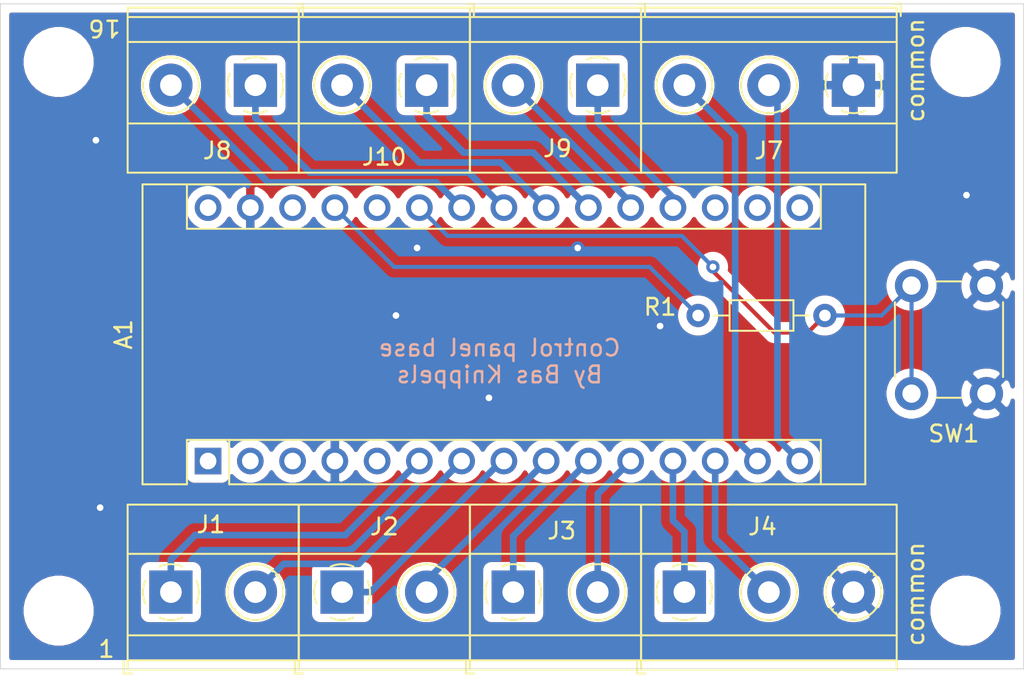
<source format=kicad_pcb>
(kicad_pcb (version 20171130) (host pcbnew "(5.1.6)-1")

  (general
    (thickness 1.6)
    (drawings 9)
    (tracks 68)
    (zones 0)
    (modules 15)
    (nets 30)
  )

  (page A4)
  (layers
    (0 F.Cu signal)
    (31 B.Cu signal)
    (32 B.Adhes user)
    (33 F.Adhes user)
    (34 B.Paste user)
    (35 F.Paste user)
    (36 B.SilkS user)
    (37 F.SilkS user)
    (38 B.Mask user)
    (39 F.Mask user)
    (40 Dwgs.User user)
    (41 Cmts.User user)
    (42 Eco1.User user)
    (43 Eco2.User user)
    (44 Edge.Cuts user)
    (45 Margin user)
    (46 B.CrtYd user)
    (47 F.CrtYd user)
    (48 B.Fab user)
    (49 F.Fab user hide)
  )

  (setup
    (last_trace_width 0.25)
    (user_trace_width 0.4)
    (user_trace_width 0.8)
    (trace_clearance 0.2)
    (zone_clearance 0.508)
    (zone_45_only no)
    (trace_min 0.2)
    (via_size 0.8)
    (via_drill 0.4)
    (via_min_size 0.4)
    (via_min_drill 0.3)
    (uvia_size 0.3)
    (uvia_drill 0.1)
    (uvias_allowed no)
    (uvia_min_size 0.2)
    (uvia_min_drill 0.1)
    (edge_width 0.05)
    (segment_width 0.2)
    (pcb_text_width 0.3)
    (pcb_text_size 1.5 1.5)
    (mod_edge_width 0.12)
    (mod_text_size 1 1)
    (mod_text_width 0.15)
    (pad_size 1.524 1.524)
    (pad_drill 0.762)
    (pad_to_mask_clearance 0)
    (aux_axis_origin 0 0)
    (visible_elements 7FFFFFFF)
    (pcbplotparams
      (layerselection 0x010fc_ffffffff)
      (usegerberextensions false)
      (usegerberattributes true)
      (usegerberadvancedattributes true)
      (creategerberjobfile true)
      (excludeedgelayer true)
      (linewidth 0.100000)
      (plotframeref false)
      (viasonmask false)
      (mode 1)
      (useauxorigin false)
      (hpglpennumber 1)
      (hpglpenspeed 20)
      (hpglpendiameter 15.000000)
      (psnegative false)
      (psa4output false)
      (plotreference true)
      (plotvalue true)
      (plotinvisibletext false)
      (padsonsilk false)
      (subtractmaskfromsilk false)
      (outputformat 1)
      (mirror false)
      (drillshape 0)
      (scaleselection 1)
      (outputdirectory ""))
  )

  (net 0 "")
  (net 1 "Net-(A1-Pad16)")
  (net 2 "Net-(A1-Pad15)")
  (net 3 "Net-(A1-Pad14)")
  (net 4 GND)
  (net 5 "Net-(A1-Pad13)")
  (net 6 "Net-(A1-Pad28)")
  (net 7 "Net-(A1-Pad12)")
  (net 8 +5V)
  (net 9 "Net-(A1-Pad11)")
  (net 10 "Net-(A1-Pad26)")
  (net 11 "Net-(A1-Pad10)")
  (net 12 "Net-(A1-Pad25)")
  (net 13 "Net-(A1-Pad9)")
  (net 14 "Net-(A1-Pad24)")
  (net 15 "Net-(A1-Pad8)")
  (net 16 "Net-(A1-Pad23)")
  (net 17 "Net-(A1-Pad7)")
  (net 18 "Net-(A1-Pad22)")
  (net 19 "Net-(A1-Pad6)")
  (net 20 "Net-(A1-Pad21)")
  (net 21 "Net-(A1-Pad20)")
  (net 22 "Net-(A1-Pad19)")
  (net 23 "Net-(A1-Pad3)")
  (net 24 "Net-(A1-Pad18)")
  (net 25 "Net-(A1-Pad17)")
  (net 26 "Net-(A1-Pad30)")
  (net 27 "Net-(A1-Pad5)")
  (net 28 "Net-(A1-Pad2)")
  (net 29 "Net-(A1-Pad1)")

  (net_class Default "This is the default net class."
    (clearance 0.2)
    (trace_width 0.25)
    (via_dia 0.8)
    (via_drill 0.4)
    (uvia_dia 0.3)
    (uvia_drill 0.1)
    (add_net +5V)
    (add_net GND)
    (add_net "Net-(A1-Pad1)")
    (add_net "Net-(A1-Pad10)")
    (add_net "Net-(A1-Pad11)")
    (add_net "Net-(A1-Pad12)")
    (add_net "Net-(A1-Pad13)")
    (add_net "Net-(A1-Pad14)")
    (add_net "Net-(A1-Pad15)")
    (add_net "Net-(A1-Pad16)")
    (add_net "Net-(A1-Pad17)")
    (add_net "Net-(A1-Pad18)")
    (add_net "Net-(A1-Pad19)")
    (add_net "Net-(A1-Pad2)")
    (add_net "Net-(A1-Pad20)")
    (add_net "Net-(A1-Pad21)")
    (add_net "Net-(A1-Pad22)")
    (add_net "Net-(A1-Pad23)")
    (add_net "Net-(A1-Pad24)")
    (add_net "Net-(A1-Pad25)")
    (add_net "Net-(A1-Pad26)")
    (add_net "Net-(A1-Pad28)")
    (add_net "Net-(A1-Pad3)")
    (add_net "Net-(A1-Pad30)")
    (add_net "Net-(A1-Pad5)")
    (add_net "Net-(A1-Pad6)")
    (add_net "Net-(A1-Pad7)")
    (add_net "Net-(A1-Pad8)")
    (add_net "Net-(A1-Pad9)")
  )

  (module Button_Switch_THT:SW_PUSH_6mm_H4.3mm (layer F.Cu) (tedit 5A02FE31) (tstamp 6230FD5D)
    (at 124.261 69.446 270)
    (descr "tactile push button, 6x6mm e.g. PHAP33xx series, height=4.3mm")
    (tags "tact sw push 6mm")
    (path /62319E87)
    (fp_text reference SW1 (at 8.913 1.96 180) (layer F.SilkS)
      (effects (font (size 1 1) (thickness 0.15)))
    )
    (fp_text value SW_SPST (at 3.75 6.7 90) (layer F.Fab)
      (effects (font (size 1 1) (thickness 0.15)))
    )
    (fp_line (start 3.25 -0.75) (end 6.25 -0.75) (layer F.Fab) (width 0.1))
    (fp_line (start 6.25 -0.75) (end 6.25 5.25) (layer F.Fab) (width 0.1))
    (fp_line (start 6.25 5.25) (end 0.25 5.25) (layer F.Fab) (width 0.1))
    (fp_line (start 0.25 5.25) (end 0.25 -0.75) (layer F.Fab) (width 0.1))
    (fp_line (start 0.25 -0.75) (end 3.25 -0.75) (layer F.Fab) (width 0.1))
    (fp_line (start 7.75 6) (end 8 6) (layer F.CrtYd) (width 0.05))
    (fp_line (start 8 6) (end 8 5.75) (layer F.CrtYd) (width 0.05))
    (fp_line (start 7.75 -1.5) (end 8 -1.5) (layer F.CrtYd) (width 0.05))
    (fp_line (start 8 -1.5) (end 8 -1.25) (layer F.CrtYd) (width 0.05))
    (fp_line (start -1.5 -1.25) (end -1.5 -1.5) (layer F.CrtYd) (width 0.05))
    (fp_line (start -1.5 -1.5) (end -1.25 -1.5) (layer F.CrtYd) (width 0.05))
    (fp_line (start -1.5 5.75) (end -1.5 6) (layer F.CrtYd) (width 0.05))
    (fp_line (start -1.5 6) (end -1.25 6) (layer F.CrtYd) (width 0.05))
    (fp_line (start -1.25 -1.5) (end 7.75 -1.5) (layer F.CrtYd) (width 0.05))
    (fp_line (start -1.5 5.75) (end -1.5 -1.25) (layer F.CrtYd) (width 0.05))
    (fp_line (start 7.75 6) (end -1.25 6) (layer F.CrtYd) (width 0.05))
    (fp_line (start 8 -1.25) (end 8 5.75) (layer F.CrtYd) (width 0.05))
    (fp_line (start 1 5.5) (end 5.5 5.5) (layer F.SilkS) (width 0.12))
    (fp_line (start -0.25 1.5) (end -0.25 3) (layer F.SilkS) (width 0.12))
    (fp_line (start 5.5 -1) (end 1 -1) (layer F.SilkS) (width 0.12))
    (fp_line (start 6.75 3) (end 6.75 1.5) (layer F.SilkS) (width 0.12))
    (fp_circle (center 3.25 2.25) (end 1.25 2.5) (layer F.Fab) (width 0.1))
    (fp_text user %R (at 3.25 2.25 90) (layer F.Fab)
      (effects (font (size 1 1) (thickness 0.15)))
    )
    (pad 1 thru_hole circle (at 6.5 0) (size 2 2) (drill 1.1) (layers *.Cu *.Mask)
      (net 4 GND))
    (pad 2 thru_hole circle (at 6.5 4.5) (size 2 2) (drill 1.1) (layers *.Cu *.Mask)
      (net 12 "Net-(A1-Pad25)"))
    (pad 1 thru_hole circle (at 0 0) (size 2 2) (drill 1.1) (layers *.Cu *.Mask)
      (net 4 GND))
    (pad 2 thru_hole circle (at 0 4.5) (size 2 2) (drill 1.1) (layers *.Cu *.Mask)
      (net 12 "Net-(A1-Pad25)"))
    (model ${KISYS3DMOD}/Button_Switch_THT.3dshapes/SW_PUSH_6mm_H4.3mm.wrl
      (at (xyz 0 0 0))
      (scale (xyz 1 1 1))
      (rotate (xyz 0 0 0))
    )
  )

  (module Resistor_THT:R_Axial_DIN0204_L3.6mm_D1.6mm_P7.62mm_Horizontal (layer F.Cu) (tedit 5AE5139B) (tstamp 6230FD46)
    (at 106.934 71.247)
    (descr "Resistor, Axial_DIN0204 series, Axial, Horizontal, pin pitch=7.62mm, 0.167W, length*diameter=3.6*1.6mm^2, http://cdn-reichelt.de/documents/datenblatt/B400/1_4W%23YAG.pdf")
    (tags "Resistor Axial_DIN0204 series Axial Horizontal pin pitch 7.62mm 0.167W length 3.6mm diameter 1.6mm")
    (path /6231A6C2)
    (fp_text reference R1 (at -2.286 -0.508) (layer F.SilkS)
      (effects (font (size 1 1) (thickness 0.15)))
    )
    (fp_text value R (at 3.81 1.92) (layer F.Fab)
      (effects (font (size 1 1) (thickness 0.15)))
    )
    (fp_line (start 8.57 -1.05) (end -0.95 -1.05) (layer F.CrtYd) (width 0.05))
    (fp_line (start 8.57 1.05) (end 8.57 -1.05) (layer F.CrtYd) (width 0.05))
    (fp_line (start -0.95 1.05) (end 8.57 1.05) (layer F.CrtYd) (width 0.05))
    (fp_line (start -0.95 -1.05) (end -0.95 1.05) (layer F.CrtYd) (width 0.05))
    (fp_line (start 6.68 0) (end 5.73 0) (layer F.SilkS) (width 0.12))
    (fp_line (start 0.94 0) (end 1.89 0) (layer F.SilkS) (width 0.12))
    (fp_line (start 5.73 -0.92) (end 1.89 -0.92) (layer F.SilkS) (width 0.12))
    (fp_line (start 5.73 0.92) (end 5.73 -0.92) (layer F.SilkS) (width 0.12))
    (fp_line (start 1.89 0.92) (end 5.73 0.92) (layer F.SilkS) (width 0.12))
    (fp_line (start 1.89 -0.92) (end 1.89 0.92) (layer F.SilkS) (width 0.12))
    (fp_line (start 7.62 0) (end 5.61 0) (layer F.Fab) (width 0.1))
    (fp_line (start 0 0) (end 2.01 0) (layer F.Fab) (width 0.1))
    (fp_line (start 5.61 -0.8) (end 2.01 -0.8) (layer F.Fab) (width 0.1))
    (fp_line (start 5.61 0.8) (end 5.61 -0.8) (layer F.Fab) (width 0.1))
    (fp_line (start 2.01 0.8) (end 5.61 0.8) (layer F.Fab) (width 0.1))
    (fp_line (start 2.01 -0.8) (end 2.01 0.8) (layer F.Fab) (width 0.1))
    (fp_text user %R (at 3.81 0) (layer F.Fab)
      (effects (font (size 0.72 0.72) (thickness 0.108)))
    )
    (pad 2 thru_hole oval (at 7.62 0) (size 1.4 1.4) (drill 0.7) (layers *.Cu *.Mask)
      (net 12 "Net-(A1-Pad25)"))
    (pad 1 thru_hole circle (at 0 0) (size 1.4 1.4) (drill 0.7) (layers *.Cu *.Mask)
      (net 8 +5V))
    (model ${KISYS3DMOD}/Resistor_THT.3dshapes/R_Axial_DIN0204_L3.6mm_D1.6mm_P7.62mm_Horizontal.wrl
      (at (xyz 0 0 0))
      (scale (xyz 1 1 1))
      (rotate (xyz 0 0 0))
    )
  )

  (module MountingHole:MountingHole_3.2mm_M3 (layer F.Cu) (tedit 56D1B4CB) (tstamp 6230EB17)
    (at 123 89)
    (descr "Mounting Hole 3.2mm, no annular, M3")
    (tags "mounting hole 3.2mm no annular m3")
    (attr virtual)
    (fp_text reference REF** (at 0 -4.2) (layer F.Fab)
      (effects (font (size 1 1) (thickness 0.15)))
    )
    (fp_text value MountingHole_3.2mm_M3 (at 0 4.2) (layer F.Fab)
      (effects (font (size 1 1) (thickness 0.15)))
    )
    (fp_circle (center 0 0) (end 3.45 0) (layer F.CrtYd) (width 0.05))
    (fp_circle (center 0 0) (end 3.2 0) (layer Cmts.User) (width 0.15))
    (fp_text user %R (at 0.3 0) (layer F.Fab)
      (effects (font (size 1 1) (thickness 0.15)))
    )
    (pad 1 np_thru_hole circle (at 0 0) (size 3.2 3.2) (drill 3.2) (layers *.Cu *.Mask))
  )

  (module MountingHole:MountingHole_3.2mm_M3 (layer F.Cu) (tedit 56D1B4CB) (tstamp 6230EB17)
    (at 68.5 89)
    (descr "Mounting Hole 3.2mm, no annular, M3")
    (tags "mounting hole 3.2mm no annular m3")
    (attr virtual)
    (fp_text reference REF** (at 0 -4.2) (layer F.Fab)
      (effects (font (size 1 1) (thickness 0.15)))
    )
    (fp_text value MountingHole_3.2mm_M3 (at 0 4.2) (layer F.Fab)
      (effects (font (size 1 1) (thickness 0.15)))
    )
    (fp_circle (center 0 0) (end 3.45 0) (layer F.CrtYd) (width 0.05))
    (fp_circle (center 0 0) (end 3.2 0) (layer Cmts.User) (width 0.15))
    (fp_text user %R (at 0.3 0) (layer F.Fab)
      (effects (font (size 1 1) (thickness 0.15)))
    )
    (pad 1 np_thru_hole circle (at 0 0) (size 3.2 3.2) (drill 3.2) (layers *.Cu *.Mask))
  )

  (module MountingHole:MountingHole_3.2mm_M3 (layer F.Cu) (tedit 56D1B4CB) (tstamp 6230EB17)
    (at 68.5 56)
    (descr "Mounting Hole 3.2mm, no annular, M3")
    (tags "mounting hole 3.2mm no annular m3")
    (attr virtual)
    (fp_text reference REF** (at 0 -4.2) (layer F.Fab)
      (effects (font (size 1 1) (thickness 0.15)))
    )
    (fp_text value MountingHole_3.2mm_M3 (at 0 4.2) (layer F.Fab)
      (effects (font (size 1 1) (thickness 0.15)))
    )
    (fp_circle (center 0 0) (end 3.45 0) (layer F.CrtYd) (width 0.05))
    (fp_circle (center 0 0) (end 3.2 0) (layer Cmts.User) (width 0.15))
    (fp_text user %R (at 0.3 0) (layer F.Fab)
      (effects (font (size 1 1) (thickness 0.15)))
    )
    (pad 1 np_thru_hole circle (at 0 0) (size 3.2 3.2) (drill 3.2) (layers *.Cu *.Mask))
  )

  (module MountingHole:MountingHole_3.2mm_M3 (layer F.Cu) (tedit 56D1B4CB) (tstamp 6230EAFF)
    (at 123 56)
    (descr "Mounting Hole 3.2mm, no annular, M3")
    (tags "mounting hole 3.2mm no annular m3")
    (attr virtual)
    (fp_text reference REF** (at 0 -4.2) (layer F.Fab)
      (effects (font (size 1 1) (thickness 0.15)))
    )
    (fp_text value MountingHole_3.2mm_M3 (at 0 4.2) (layer F.Fab)
      (effects (font (size 1 1) (thickness 0.15)))
    )
    (fp_circle (center 0 0) (end 3.45 0) (layer F.CrtYd) (width 0.05))
    (fp_circle (center 0 0) (end 3.2 0) (layer Cmts.User) (width 0.15))
    (fp_text user %R (at 0.3 0) (layer F.Fab)
      (effects (font (size 1 1) (thickness 0.15)))
    )
    (pad 1 np_thru_hole circle (at 0 0) (size 3.2 3.2) (drill 3.2) (layers *.Cu *.Mask))
  )

  (module Module:Arduino_Nano (layer F.Cu) (tedit 58ACAF70) (tstamp 61932094)
    (at 77.48 80 90)
    (descr "Arduino Nano, http://www.mouser.com/pdfdocs/Gravitech_Arduino_Nano3_0.pdf")
    (tags "Arduino Nano")
    (path /6195BAE8)
    (fp_text reference A1 (at 7.62 -5.08 90) (layer F.SilkS)
      (effects (font (size 1 1) (thickness 0.15)))
    )
    (fp_text value Arduino_Nano_v3.x (at 8.89 19.05) (layer F.Fab)
      (effects (font (size 1 1) (thickness 0.15)))
    )
    (fp_line (start 1.27 1.27) (end 1.27 -1.27) (layer F.SilkS) (width 0.12))
    (fp_line (start 1.27 -1.27) (end -1.4 -1.27) (layer F.SilkS) (width 0.12))
    (fp_line (start -1.4 1.27) (end -1.4 39.5) (layer F.SilkS) (width 0.12))
    (fp_line (start -1.4 -3.94) (end -1.4 -1.27) (layer F.SilkS) (width 0.12))
    (fp_line (start 13.97 -1.27) (end 16.64 -1.27) (layer F.SilkS) (width 0.12))
    (fp_line (start 13.97 -1.27) (end 13.97 36.83) (layer F.SilkS) (width 0.12))
    (fp_line (start 13.97 36.83) (end 16.64 36.83) (layer F.SilkS) (width 0.12))
    (fp_line (start 1.27 1.27) (end -1.4 1.27) (layer F.SilkS) (width 0.12))
    (fp_line (start 1.27 1.27) (end 1.27 36.83) (layer F.SilkS) (width 0.12))
    (fp_line (start 1.27 36.83) (end -1.4 36.83) (layer F.SilkS) (width 0.12))
    (fp_line (start 3.81 31.75) (end 11.43 31.75) (layer F.Fab) (width 0.1))
    (fp_line (start 11.43 31.75) (end 11.43 41.91) (layer F.Fab) (width 0.1))
    (fp_line (start 11.43 41.91) (end 3.81 41.91) (layer F.Fab) (width 0.1))
    (fp_line (start 3.81 41.91) (end 3.81 31.75) (layer F.Fab) (width 0.1))
    (fp_line (start -1.4 39.5) (end 16.64 39.5) (layer F.SilkS) (width 0.12))
    (fp_line (start 16.64 39.5) (end 16.64 -3.94) (layer F.SilkS) (width 0.12))
    (fp_line (start 16.64 -3.94) (end -1.4 -3.94) (layer F.SilkS) (width 0.12))
    (fp_line (start 16.51 39.37) (end -1.27 39.37) (layer F.Fab) (width 0.1))
    (fp_line (start -1.27 39.37) (end -1.27 -2.54) (layer F.Fab) (width 0.1))
    (fp_line (start -1.27 -2.54) (end 0 -3.81) (layer F.Fab) (width 0.1))
    (fp_line (start 0 -3.81) (end 16.51 -3.81) (layer F.Fab) (width 0.1))
    (fp_line (start 16.51 -3.81) (end 16.51 39.37) (layer F.Fab) (width 0.1))
    (fp_line (start -1.53 -4.06) (end 16.75 -4.06) (layer F.CrtYd) (width 0.05))
    (fp_line (start -1.53 -4.06) (end -1.53 42.16) (layer F.CrtYd) (width 0.05))
    (fp_line (start 16.75 42.16) (end 16.75 -4.06) (layer F.CrtYd) (width 0.05))
    (fp_line (start 16.75 42.16) (end -1.53 42.16) (layer F.CrtYd) (width 0.05))
    (fp_text user %R (at 6.35 19.05) (layer F.Fab)
      (effects (font (size 1 1) (thickness 0.15)))
    )
    (pad 16 thru_hole oval (at 15.24 35.56 90) (size 1.6 1.6) (drill 1) (layers *.Cu *.Mask)
      (net 1 "Net-(A1-Pad16)"))
    (pad 15 thru_hole oval (at 0 35.56 90) (size 1.6 1.6) (drill 1) (layers *.Cu *.Mask)
      (net 2 "Net-(A1-Pad15)"))
    (pad 30 thru_hole oval (at 15.24 0 90) (size 1.6 1.6) (drill 1) (layers *.Cu *.Mask)
      (net 26 "Net-(A1-Pad30)"))
    (pad 14 thru_hole oval (at 0 33.02 90) (size 1.6 1.6) (drill 1) (layers *.Cu *.Mask)
      (net 3 "Net-(A1-Pad14)"))
    (pad 29 thru_hole oval (at 15.24 2.54 90) (size 1.6 1.6) (drill 1) (layers *.Cu *.Mask)
      (net 4 GND))
    (pad 13 thru_hole oval (at 0 30.48 90) (size 1.6 1.6) (drill 1) (layers *.Cu *.Mask)
      (net 5 "Net-(A1-Pad13)"))
    (pad 28 thru_hole oval (at 15.24 5.08 90) (size 1.6 1.6) (drill 1) (layers *.Cu *.Mask)
      (net 6 "Net-(A1-Pad28)"))
    (pad 12 thru_hole oval (at 0 27.94 90) (size 1.6 1.6) (drill 1) (layers *.Cu *.Mask)
      (net 7 "Net-(A1-Pad12)"))
    (pad 27 thru_hole oval (at 15.24 7.62 90) (size 1.6 1.6) (drill 1) (layers *.Cu *.Mask)
      (net 8 +5V))
    (pad 11 thru_hole oval (at 0 25.4 90) (size 1.6 1.6) (drill 1) (layers *.Cu *.Mask)
      (net 9 "Net-(A1-Pad11)"))
    (pad 26 thru_hole oval (at 15.24 10.16 90) (size 1.6 1.6) (drill 1) (layers *.Cu *.Mask)
      (net 10 "Net-(A1-Pad26)"))
    (pad 10 thru_hole oval (at 0 22.86 90) (size 1.6 1.6) (drill 1) (layers *.Cu *.Mask)
      (net 11 "Net-(A1-Pad10)"))
    (pad 25 thru_hole oval (at 15.24 12.7 90) (size 1.6 1.6) (drill 1) (layers *.Cu *.Mask)
      (net 12 "Net-(A1-Pad25)"))
    (pad 9 thru_hole oval (at 0 20.32 90) (size 1.6 1.6) (drill 1) (layers *.Cu *.Mask)
      (net 13 "Net-(A1-Pad9)"))
    (pad 24 thru_hole oval (at 15.24 15.24 90) (size 1.6 1.6) (drill 1) (layers *.Cu *.Mask)
      (net 14 "Net-(A1-Pad24)"))
    (pad 8 thru_hole oval (at 0 17.78 90) (size 1.6 1.6) (drill 1) (layers *.Cu *.Mask)
      (net 15 "Net-(A1-Pad8)"))
    (pad 23 thru_hole oval (at 15.24 17.78 90) (size 1.6 1.6) (drill 1) (layers *.Cu *.Mask)
      (net 16 "Net-(A1-Pad23)"))
    (pad 7 thru_hole oval (at 0 15.24 90) (size 1.6 1.6) (drill 1) (layers *.Cu *.Mask)
      (net 17 "Net-(A1-Pad7)"))
    (pad 22 thru_hole oval (at 15.24 20.32 90) (size 1.6 1.6) (drill 1) (layers *.Cu *.Mask)
      (net 18 "Net-(A1-Pad22)"))
    (pad 6 thru_hole oval (at 0 12.7 90) (size 1.6 1.6) (drill 1) (layers *.Cu *.Mask)
      (net 19 "Net-(A1-Pad6)"))
    (pad 21 thru_hole oval (at 15.24 22.86 90) (size 1.6 1.6) (drill 1) (layers *.Cu *.Mask)
      (net 20 "Net-(A1-Pad21)"))
    (pad 5 thru_hole oval (at 0 10.16 90) (size 1.6 1.6) (drill 1) (layers *.Cu *.Mask)
      (net 27 "Net-(A1-Pad5)"))
    (pad 20 thru_hole oval (at 15.24 25.4 90) (size 1.6 1.6) (drill 1) (layers *.Cu *.Mask)
      (net 21 "Net-(A1-Pad20)"))
    (pad 4 thru_hole oval (at 0 7.62 90) (size 1.6 1.6) (drill 1) (layers *.Cu *.Mask)
      (net 4 GND))
    (pad 19 thru_hole oval (at 15.24 27.94 90) (size 1.6 1.6) (drill 1) (layers *.Cu *.Mask)
      (net 22 "Net-(A1-Pad19)"))
    (pad 3 thru_hole oval (at 0 5.08 90) (size 1.6 1.6) (drill 1) (layers *.Cu *.Mask)
      (net 23 "Net-(A1-Pad3)"))
    (pad 18 thru_hole oval (at 15.24 30.48 90) (size 1.6 1.6) (drill 1) (layers *.Cu *.Mask)
      (net 24 "Net-(A1-Pad18)"))
    (pad 2 thru_hole oval (at 0 2.54 90) (size 1.6 1.6) (drill 1) (layers *.Cu *.Mask)
      (net 28 "Net-(A1-Pad2)"))
    (pad 17 thru_hole oval (at 15.24 33.02 90) (size 1.6 1.6) (drill 1) (layers *.Cu *.Mask)
      (net 25 "Net-(A1-Pad17)"))
    (pad 1 thru_hole rect (at 0 0 90) (size 1.6 1.6) (drill 1) (layers *.Cu *.Mask)
      (net 29 "Net-(A1-Pad1)"))
    (model ${KISYS3DMOD}/Module.3dshapes/Arduino_Nano_WithMountingHoles.wrl
      (at (xyz 0 0 0))
      (scale (xyz 1 1 1))
      (rotate (xyz 0 0 0))
    )
  )

  (module TerminalBlock_Phoenix:TerminalBlock_Phoenix_MKDS-1,5-3-5.08_1x03_P5.08mm_Horizontal (layer F.Cu) (tedit 5B294EBC) (tstamp 61934CB1)
    (at 116.268 57.396 180)
    (descr "Terminal Block Phoenix MKDS-1,5-3-5.08, 3 pins, pitch 5.08mm, size 15.2x9.8mm^2, drill diamater 1.3mm, pad diameter 2.6mm, see http://www.farnell.com/datasheets/100425.pdf, script-generated using https://github.com/pointhi/kicad-footprint-generator/scripts/TerminalBlock_Phoenix")
    (tags "THT Terminal Block Phoenix MKDS-1,5-3-5.08 pitch 5.08mm size 15.2x9.8mm^2 drill 1.3mm pad 2.6mm")
    (path /619CA7E4)
    (fp_text reference J7 (at 5.088 -3.937) (layer F.SilkS)
      (effects (font (size 1 1) (thickness 0.15)))
    )
    (fp_text value i (at 5.08 5.66) (layer F.Fab)
      (effects (font (size 1 1) (thickness 0.15)))
    )
    (fp_line (start 13.21 -5.71) (end -3.04 -5.71) (layer F.CrtYd) (width 0.05))
    (fp_line (start 13.21 5.1) (end 13.21 -5.71) (layer F.CrtYd) (width 0.05))
    (fp_line (start -3.04 5.1) (end 13.21 5.1) (layer F.CrtYd) (width 0.05))
    (fp_line (start -3.04 -5.71) (end -3.04 5.1) (layer F.CrtYd) (width 0.05))
    (fp_line (start -2.84 4.9) (end -2.34 4.9) (layer F.SilkS) (width 0.12))
    (fp_line (start -2.84 4.16) (end -2.84 4.9) (layer F.SilkS) (width 0.12))
    (fp_line (start 8.933 1.023) (end 8.886 1.069) (layer F.SilkS) (width 0.12))
    (fp_line (start 11.23 -1.275) (end 11.195 -1.239) (layer F.SilkS) (width 0.12))
    (fp_line (start 9.126 1.239) (end 9.091 1.274) (layer F.SilkS) (width 0.12))
    (fp_line (start 11.435 -1.069) (end 11.388 -1.023) (layer F.SilkS) (width 0.12))
    (fp_line (start 11.115 -1.138) (end 9.023 0.955) (layer F.Fab) (width 0.1))
    (fp_line (start 11.298 -0.955) (end 9.206 1.138) (layer F.Fab) (width 0.1))
    (fp_line (start 3.853 1.023) (end 3.806 1.069) (layer F.SilkS) (width 0.12))
    (fp_line (start 6.15 -1.275) (end 6.115 -1.239) (layer F.SilkS) (width 0.12))
    (fp_line (start 4.046 1.239) (end 4.011 1.274) (layer F.SilkS) (width 0.12))
    (fp_line (start 6.355 -1.069) (end 6.308 -1.023) (layer F.SilkS) (width 0.12))
    (fp_line (start 6.035 -1.138) (end 3.943 0.955) (layer F.Fab) (width 0.1))
    (fp_line (start 6.218 -0.955) (end 4.126 1.138) (layer F.Fab) (width 0.1))
    (fp_line (start 0.955 -1.138) (end -1.138 0.955) (layer F.Fab) (width 0.1))
    (fp_line (start 1.138 -0.955) (end -0.955 1.138) (layer F.Fab) (width 0.1))
    (fp_line (start 12.76 -5.261) (end 12.76 4.66) (layer F.SilkS) (width 0.12))
    (fp_line (start -2.6 -5.261) (end -2.6 4.66) (layer F.SilkS) (width 0.12))
    (fp_line (start -2.6 4.66) (end 12.76 4.66) (layer F.SilkS) (width 0.12))
    (fp_line (start -2.6 -5.261) (end 12.76 -5.261) (layer F.SilkS) (width 0.12))
    (fp_line (start -2.6 -2.301) (end 12.76 -2.301) (layer F.SilkS) (width 0.12))
    (fp_line (start -2.54 -2.3) (end 12.7 -2.3) (layer F.Fab) (width 0.1))
    (fp_line (start -2.6 2.6) (end 12.76 2.6) (layer F.SilkS) (width 0.12))
    (fp_line (start -2.54 2.6) (end 12.7 2.6) (layer F.Fab) (width 0.1))
    (fp_line (start -2.6 4.1) (end 12.76 4.1) (layer F.SilkS) (width 0.12))
    (fp_line (start -2.54 4.1) (end 12.7 4.1) (layer F.Fab) (width 0.1))
    (fp_line (start -2.54 4.1) (end -2.54 -5.2) (layer F.Fab) (width 0.1))
    (fp_line (start -2.04 4.6) (end -2.54 4.1) (layer F.Fab) (width 0.1))
    (fp_line (start 12.7 4.6) (end -2.04 4.6) (layer F.Fab) (width 0.1))
    (fp_line (start 12.7 -5.2) (end 12.7 4.6) (layer F.Fab) (width 0.1))
    (fp_line (start -2.54 -5.2) (end 12.7 -5.2) (layer F.Fab) (width 0.1))
    (fp_circle (center 10.16 0) (end 11.84 0) (layer F.SilkS) (width 0.12))
    (fp_circle (center 10.16 0) (end 11.66 0) (layer F.Fab) (width 0.1))
    (fp_circle (center 5.08 0) (end 6.76 0) (layer F.SilkS) (width 0.12))
    (fp_circle (center 5.08 0) (end 6.58 0) (layer F.Fab) (width 0.1))
    (fp_circle (center 0 0) (end 1.5 0) (layer F.Fab) (width 0.1))
    (fp_text user %R (at 5.08 3.2) (layer F.Fab)
      (effects (font (size 1 1) (thickness 0.15)))
    )
    (fp_arc (start 0 0) (end -0.684 1.535) (angle -25) (layer F.SilkS) (width 0.12))
    (fp_arc (start 0 0) (end -1.535 -0.684) (angle -48) (layer F.SilkS) (width 0.12))
    (fp_arc (start 0 0) (end 0.684 -1.535) (angle -48) (layer F.SilkS) (width 0.12))
    (fp_arc (start 0 0) (end 1.535 0.684) (angle -48) (layer F.SilkS) (width 0.12))
    (fp_arc (start 0 0) (end 0 1.68) (angle -24) (layer F.SilkS) (width 0.12))
    (pad 3 thru_hole circle (at 10.16 0 180) (size 2.6 2.6) (drill 1.3) (layers *.Cu *.Mask)
      (net 3 "Net-(A1-Pad14)"))
    (pad 2 thru_hole circle (at 5.08 0 180) (size 2.6 2.6) (drill 1.3) (layers *.Cu *.Mask)
      (net 2 "Net-(A1-Pad15)"))
    (pad 1 thru_hole rect (at 0 0 180) (size 2.6 2.6) (drill 1.3) (layers *.Cu *.Mask)
      (net 4 GND))
    (model ${KISYS3DMOD}/TerminalBlock_Phoenix.3dshapes/TerminalBlock_Phoenix_MKDS-1,5-3-5.08_1x03_P5.08mm_Horizontal.wrl
      (at (xyz 0 0 0))
      (scale (xyz 1 1 1))
      (rotate (xyz 0 0 0))
    )
  )

  (module TerminalBlock_Phoenix:TerminalBlock_Phoenix_MKDS-1,5-3-5.08_1x03_P5.08mm_Horizontal (layer F.Cu) (tedit 5B294EBC) (tstamp 6193909E)
    (at 106.108 87.884)
    (descr "Terminal Block Phoenix MKDS-1,5-3-5.08, 3 pins, pitch 5.08mm, size 15.2x9.8mm^2, drill diamater 1.3mm, pad diameter 2.6mm, see http://www.farnell.com/datasheets/100425.pdf, script-generated using https://github.com/pointhi/kicad-footprint-generator/scripts/TerminalBlock_Phoenix")
    (tags "THT Terminal Block Phoenix MKDS-1,5-3-5.08 pitch 5.08mm size 15.2x9.8mm^2 drill 1.3mm pad 2.6mm")
    (path /619CA365)
    (fp_text reference J4 (at 4.691 -3.937) (layer F.SilkS)
      (effects (font (size 1 1) (thickness 0.15)))
    )
    (fp_text value i (at 5.08 5.66) (layer F.Fab)
      (effects (font (size 1 1) (thickness 0.15)))
    )
    (fp_line (start 13.21 -5.71) (end -3.04 -5.71) (layer F.CrtYd) (width 0.05))
    (fp_line (start 13.21 5.1) (end 13.21 -5.71) (layer F.CrtYd) (width 0.05))
    (fp_line (start -3.04 5.1) (end 13.21 5.1) (layer F.CrtYd) (width 0.05))
    (fp_line (start -3.04 -5.71) (end -3.04 5.1) (layer F.CrtYd) (width 0.05))
    (fp_line (start -2.84 4.9) (end -2.34 4.9) (layer F.SilkS) (width 0.12))
    (fp_line (start -2.84 4.16) (end -2.84 4.9) (layer F.SilkS) (width 0.12))
    (fp_line (start 8.933 1.023) (end 8.886 1.069) (layer F.SilkS) (width 0.12))
    (fp_line (start 11.23 -1.275) (end 11.195 -1.239) (layer F.SilkS) (width 0.12))
    (fp_line (start 9.126 1.239) (end 9.091 1.274) (layer F.SilkS) (width 0.12))
    (fp_line (start 11.435 -1.069) (end 11.388 -1.023) (layer F.SilkS) (width 0.12))
    (fp_line (start 11.115 -1.138) (end 9.023 0.955) (layer F.Fab) (width 0.1))
    (fp_line (start 11.298 -0.955) (end 9.206 1.138) (layer F.Fab) (width 0.1))
    (fp_line (start 3.853 1.023) (end 3.806 1.069) (layer F.SilkS) (width 0.12))
    (fp_line (start 6.15 -1.275) (end 6.115 -1.239) (layer F.SilkS) (width 0.12))
    (fp_line (start 4.046 1.239) (end 4.011 1.274) (layer F.SilkS) (width 0.12))
    (fp_line (start 6.355 -1.069) (end 6.308 -1.023) (layer F.SilkS) (width 0.12))
    (fp_line (start 6.035 -1.138) (end 3.943 0.955) (layer F.Fab) (width 0.1))
    (fp_line (start 6.218 -0.955) (end 4.126 1.138) (layer F.Fab) (width 0.1))
    (fp_line (start 0.955 -1.138) (end -1.138 0.955) (layer F.Fab) (width 0.1))
    (fp_line (start 1.138 -0.955) (end -0.955 1.138) (layer F.Fab) (width 0.1))
    (fp_line (start 12.76 -5.261) (end 12.76 4.66) (layer F.SilkS) (width 0.12))
    (fp_line (start -2.6 -5.261) (end -2.6 4.66) (layer F.SilkS) (width 0.12))
    (fp_line (start -2.6 4.66) (end 12.76 4.66) (layer F.SilkS) (width 0.12))
    (fp_line (start -2.6 -5.261) (end 12.76 -5.261) (layer F.SilkS) (width 0.12))
    (fp_line (start -2.6 -2.301) (end 12.76 -2.301) (layer F.SilkS) (width 0.12))
    (fp_line (start -2.54 -2.3) (end 12.7 -2.3) (layer F.Fab) (width 0.1))
    (fp_line (start -2.6 2.6) (end 12.76 2.6) (layer F.SilkS) (width 0.12))
    (fp_line (start -2.54 2.6) (end 12.7 2.6) (layer F.Fab) (width 0.1))
    (fp_line (start -2.6 4.1) (end 12.76 4.1) (layer F.SilkS) (width 0.12))
    (fp_line (start -2.54 4.1) (end 12.7 4.1) (layer F.Fab) (width 0.1))
    (fp_line (start -2.54 4.1) (end -2.54 -5.2) (layer F.Fab) (width 0.1))
    (fp_line (start -2.04 4.6) (end -2.54 4.1) (layer F.Fab) (width 0.1))
    (fp_line (start 12.7 4.6) (end -2.04 4.6) (layer F.Fab) (width 0.1))
    (fp_line (start 12.7 -5.2) (end 12.7 4.6) (layer F.Fab) (width 0.1))
    (fp_line (start -2.54 -5.2) (end 12.7 -5.2) (layer F.Fab) (width 0.1))
    (fp_circle (center 10.16 0) (end 11.84 0) (layer F.SilkS) (width 0.12))
    (fp_circle (center 10.16 0) (end 11.66 0) (layer F.Fab) (width 0.1))
    (fp_circle (center 5.08 0) (end 6.76 0) (layer F.SilkS) (width 0.12))
    (fp_circle (center 5.08 0) (end 6.58 0) (layer F.Fab) (width 0.1))
    (fp_circle (center 0 0) (end 1.5 0) (layer F.Fab) (width 0.1))
    (fp_text user %R (at 5.08 3.2) (layer F.Fab)
      (effects (font (size 1 1) (thickness 0.15)))
    )
    (fp_arc (start 0 0) (end -0.684 1.535) (angle -25) (layer F.SilkS) (width 0.12))
    (fp_arc (start 0 0) (end -1.535 -0.684) (angle -48) (layer F.SilkS) (width 0.12))
    (fp_arc (start 0 0) (end 0.684 -1.535) (angle -48) (layer F.SilkS) (width 0.12))
    (fp_arc (start 0 0) (end 1.535 0.684) (angle -48) (layer F.SilkS) (width 0.12))
    (fp_arc (start 0 0) (end 0 1.68) (angle -24) (layer F.SilkS) (width 0.12))
    (pad 3 thru_hole circle (at 10.16 0) (size 2.6 2.6) (drill 1.3) (layers *.Cu *.Mask)
      (net 4 GND))
    (pad 2 thru_hole circle (at 5.08 0) (size 2.6 2.6) (drill 1.3) (layers *.Cu *.Mask)
      (net 5 "Net-(A1-Pad13)"))
    (pad 1 thru_hole rect (at 0 0) (size 2.6 2.6) (drill 1.3) (layers *.Cu *.Mask)
      (net 7 "Net-(A1-Pad12)"))
    (model ${KISYS3DMOD}/TerminalBlock_Phoenix.3dshapes/TerminalBlock_Phoenix_MKDS-1,5-3-5.08_1x03_P5.08mm_Horizontal.wrl
      (at (xyz 0 0 0))
      (scale (xyz 1 1 1))
      (rotate (xyz 0 0 0))
    )
  )

  (module TerminalBlock_Phoenix:TerminalBlock_Phoenix_MKDS-1,5-2-5.08_1x02_P5.08mm_Horizontal (layer F.Cu) (tedit 5B294EBC) (tstamp 61934D35)
    (at 90.614 57.396 180)
    (descr "Terminal Block Phoenix MKDS-1,5-2-5.08, 2 pins, pitch 5.08mm, size 10.2x9.8mm^2, drill diamater 1.3mm, pad diameter 2.6mm, see http://www.farnell.com/datasheets/100425.pdf, script-generated using https://github.com/pointhi/kicad-footprint-generator/scripts/TerminalBlock_Phoenix")
    (tags "THT Terminal Block Phoenix MKDS-1,5-2-5.08 pitch 5.08mm size 10.2x9.8mm^2 drill 1.3mm pad 2.6mm")
    (path /619CE6AD)
    (fp_text reference J10 (at 2.548 -4.318) (layer F.SilkS)
      (effects (font (size 1 1) (thickness 0.15)))
    )
    (fp_text value i (at 2.54 5.66) (layer F.Fab)
      (effects (font (size 1 1) (thickness 0.15)))
    )
    (fp_circle (center 0 0) (end 1.5 0) (layer F.Fab) (width 0.1))
    (fp_circle (center 5.08 0) (end 6.58 0) (layer F.Fab) (width 0.1))
    (fp_circle (center 5.08 0) (end 6.76 0) (layer F.SilkS) (width 0.12))
    (fp_line (start -2.54 -5.2) (end 7.62 -5.2) (layer F.Fab) (width 0.1))
    (fp_line (start 7.62 -5.2) (end 7.62 4.6) (layer F.Fab) (width 0.1))
    (fp_line (start 7.62 4.6) (end -2.04 4.6) (layer F.Fab) (width 0.1))
    (fp_line (start -2.04 4.6) (end -2.54 4.1) (layer F.Fab) (width 0.1))
    (fp_line (start -2.54 4.1) (end -2.54 -5.2) (layer F.Fab) (width 0.1))
    (fp_line (start -2.54 4.1) (end 7.62 4.1) (layer F.Fab) (width 0.1))
    (fp_line (start -2.6 4.1) (end 7.68 4.1) (layer F.SilkS) (width 0.12))
    (fp_line (start -2.54 2.6) (end 7.62 2.6) (layer F.Fab) (width 0.1))
    (fp_line (start -2.6 2.6) (end 7.68 2.6) (layer F.SilkS) (width 0.12))
    (fp_line (start -2.54 -2.3) (end 7.62 -2.3) (layer F.Fab) (width 0.1))
    (fp_line (start -2.6 -2.301) (end 7.68 -2.301) (layer F.SilkS) (width 0.12))
    (fp_line (start -2.6 -5.261) (end 7.68 -5.261) (layer F.SilkS) (width 0.12))
    (fp_line (start -2.6 4.66) (end 7.68 4.66) (layer F.SilkS) (width 0.12))
    (fp_line (start -2.6 -5.261) (end -2.6 4.66) (layer F.SilkS) (width 0.12))
    (fp_line (start 7.68 -5.261) (end 7.68 4.66) (layer F.SilkS) (width 0.12))
    (fp_line (start 1.138 -0.955) (end -0.955 1.138) (layer F.Fab) (width 0.1))
    (fp_line (start 0.955 -1.138) (end -1.138 0.955) (layer F.Fab) (width 0.1))
    (fp_line (start 6.218 -0.955) (end 4.126 1.138) (layer F.Fab) (width 0.1))
    (fp_line (start 6.035 -1.138) (end 3.943 0.955) (layer F.Fab) (width 0.1))
    (fp_line (start 6.355 -1.069) (end 6.308 -1.023) (layer F.SilkS) (width 0.12))
    (fp_line (start 4.046 1.239) (end 4.011 1.274) (layer F.SilkS) (width 0.12))
    (fp_line (start 6.15 -1.275) (end 6.115 -1.239) (layer F.SilkS) (width 0.12))
    (fp_line (start 3.853 1.023) (end 3.806 1.069) (layer F.SilkS) (width 0.12))
    (fp_line (start -2.84 4.16) (end -2.84 4.9) (layer F.SilkS) (width 0.12))
    (fp_line (start -2.84 4.9) (end -2.34 4.9) (layer F.SilkS) (width 0.12))
    (fp_line (start -3.04 -5.71) (end -3.04 5.1) (layer F.CrtYd) (width 0.05))
    (fp_line (start -3.04 5.1) (end 8.13 5.1) (layer F.CrtYd) (width 0.05))
    (fp_line (start 8.13 5.1) (end 8.13 -5.71) (layer F.CrtYd) (width 0.05))
    (fp_line (start 8.13 -5.71) (end -3.04 -5.71) (layer F.CrtYd) (width 0.05))
    (fp_text user %R (at 2.54 3.2) (layer F.Fab)
      (effects (font (size 1 1) (thickness 0.15)))
    )
    (fp_arc (start 0 0) (end -0.684 1.535) (angle -25) (layer F.SilkS) (width 0.12))
    (fp_arc (start 0 0) (end -1.535 -0.684) (angle -48) (layer F.SilkS) (width 0.12))
    (fp_arc (start 0 0) (end 0.684 -1.535) (angle -48) (layer F.SilkS) (width 0.12))
    (fp_arc (start 0 0) (end 1.535 0.684) (angle -48) (layer F.SilkS) (width 0.12))
    (fp_arc (start 0 0) (end 0 1.68) (angle -24) (layer F.SilkS) (width 0.12))
    (pad 2 thru_hole circle (at 5.08 0 180) (size 2.6 2.6) (drill 1.3) (layers *.Cu *.Mask)
      (net 18 "Net-(A1-Pad22)"))
    (pad 1 thru_hole rect (at 0 0 180) (size 2.6 2.6) (drill 1.3) (layers *.Cu *.Mask)
      (net 20 "Net-(A1-Pad21)"))
    (model ${KISYS3DMOD}/TerminalBlock_Phoenix.3dshapes/TerminalBlock_Phoenix_MKDS-1,5-2-5.08_1x02_P5.08mm_Horizontal.wrl
      (at (xyz 0 0 0))
      (scale (xyz 1 1 1))
      (rotate (xyz 0 0 0))
    )
  )

  (module TerminalBlock_Phoenix:TerminalBlock_Phoenix_MKDS-1,5-2-5.08_1x02_P5.08mm_Horizontal (layer F.Cu) (tedit 5B294EBC) (tstamp 61934D09)
    (at 100.901 57.396 180)
    (descr "Terminal Block Phoenix MKDS-1,5-2-5.08, 2 pins, pitch 5.08mm, size 10.2x9.8mm^2, drill diamater 1.3mm, pad diameter 2.6mm, see http://www.farnell.com/datasheets/100425.pdf, script-generated using https://github.com/pointhi/kicad-footprint-generator/scripts/TerminalBlock_Phoenix")
    (tags "THT Terminal Block Phoenix MKDS-1,5-2-5.08 pitch 5.08mm size 10.2x9.8mm^2 drill 1.3mm pad 2.6mm")
    (path /619CCEBE)
    (fp_text reference J9 (at 2.421 -3.81) (layer F.SilkS)
      (effects (font (size 1 1) (thickness 0.15)))
    )
    (fp_text value i (at 2.54 5.66) (layer F.Fab)
      (effects (font (size 1 1) (thickness 0.15)))
    )
    (fp_circle (center 0 0) (end 1.5 0) (layer F.Fab) (width 0.1))
    (fp_circle (center 5.08 0) (end 6.58 0) (layer F.Fab) (width 0.1))
    (fp_circle (center 5.08 0) (end 6.76 0) (layer F.SilkS) (width 0.12))
    (fp_line (start -2.54 -5.2) (end 7.62 -5.2) (layer F.Fab) (width 0.1))
    (fp_line (start 7.62 -5.2) (end 7.62 4.6) (layer F.Fab) (width 0.1))
    (fp_line (start 7.62 4.6) (end -2.04 4.6) (layer F.Fab) (width 0.1))
    (fp_line (start -2.04 4.6) (end -2.54 4.1) (layer F.Fab) (width 0.1))
    (fp_line (start -2.54 4.1) (end -2.54 -5.2) (layer F.Fab) (width 0.1))
    (fp_line (start -2.54 4.1) (end 7.62 4.1) (layer F.Fab) (width 0.1))
    (fp_line (start -2.6 4.1) (end 7.68 4.1) (layer F.SilkS) (width 0.12))
    (fp_line (start -2.54 2.6) (end 7.62 2.6) (layer F.Fab) (width 0.1))
    (fp_line (start -2.6 2.6) (end 7.68 2.6) (layer F.SilkS) (width 0.12))
    (fp_line (start -2.54 -2.3) (end 7.62 -2.3) (layer F.Fab) (width 0.1))
    (fp_line (start -2.6 -2.301) (end 7.68 -2.301) (layer F.SilkS) (width 0.12))
    (fp_line (start -2.6 -5.261) (end 7.68 -5.261) (layer F.SilkS) (width 0.12))
    (fp_line (start -2.6 4.66) (end 7.68 4.66) (layer F.SilkS) (width 0.12))
    (fp_line (start -2.6 -5.261) (end -2.6 4.66) (layer F.SilkS) (width 0.12))
    (fp_line (start 7.68 -5.261) (end 7.68 4.66) (layer F.SilkS) (width 0.12))
    (fp_line (start 1.138 -0.955) (end -0.955 1.138) (layer F.Fab) (width 0.1))
    (fp_line (start 0.955 -1.138) (end -1.138 0.955) (layer F.Fab) (width 0.1))
    (fp_line (start 6.218 -0.955) (end 4.126 1.138) (layer F.Fab) (width 0.1))
    (fp_line (start 6.035 -1.138) (end 3.943 0.955) (layer F.Fab) (width 0.1))
    (fp_line (start 6.355 -1.069) (end 6.308 -1.023) (layer F.SilkS) (width 0.12))
    (fp_line (start 4.046 1.239) (end 4.011 1.274) (layer F.SilkS) (width 0.12))
    (fp_line (start 6.15 -1.275) (end 6.115 -1.239) (layer F.SilkS) (width 0.12))
    (fp_line (start 3.853 1.023) (end 3.806 1.069) (layer F.SilkS) (width 0.12))
    (fp_line (start -2.84 4.16) (end -2.84 4.9) (layer F.SilkS) (width 0.12))
    (fp_line (start -2.84 4.9) (end -2.34 4.9) (layer F.SilkS) (width 0.12))
    (fp_line (start -3.04 -5.71) (end -3.04 5.1) (layer F.CrtYd) (width 0.05))
    (fp_line (start -3.04 5.1) (end 8.13 5.1) (layer F.CrtYd) (width 0.05))
    (fp_line (start 8.13 5.1) (end 8.13 -5.71) (layer F.CrtYd) (width 0.05))
    (fp_line (start 8.13 -5.71) (end -3.04 -5.71) (layer F.CrtYd) (width 0.05))
    (fp_text user %R (at 2.54 3.2) (layer F.Fab)
      (effects (font (size 1 1) (thickness 0.15)))
    )
    (fp_arc (start 0 0) (end -0.684 1.535) (angle -25) (layer F.SilkS) (width 0.12))
    (fp_arc (start 0 0) (end -1.535 -0.684) (angle -48) (layer F.SilkS) (width 0.12))
    (fp_arc (start 0 0) (end 0.684 -1.535) (angle -48) (layer F.SilkS) (width 0.12))
    (fp_arc (start 0 0) (end 1.535 0.684) (angle -48) (layer F.SilkS) (width 0.12))
    (fp_arc (start 0 0) (end 0 1.68) (angle -24) (layer F.SilkS) (width 0.12))
    (pad 2 thru_hole circle (at 5.08 0 180) (size 2.6 2.6) (drill 1.3) (layers *.Cu *.Mask)
      (net 21 "Net-(A1-Pad20)"))
    (pad 1 thru_hole rect (at 0 0 180) (size 2.6 2.6) (drill 1.3) (layers *.Cu *.Mask)
      (net 22 "Net-(A1-Pad19)"))
    (model ${KISYS3DMOD}/TerminalBlock_Phoenix.3dshapes/TerminalBlock_Phoenix_MKDS-1,5-2-5.08_1x02_P5.08mm_Horizontal.wrl
      (at (xyz 0 0 0))
      (scale (xyz 1 1 1))
      (rotate (xyz 0 0 0))
    )
  )

  (module TerminalBlock_Phoenix:TerminalBlock_Phoenix_MKDS-1,5-2-5.08_1x02_P5.08mm_Horizontal (layer F.Cu) (tedit 5B294EBC) (tstamp 61934CDD)
    (at 80.327 57.396 180)
    (descr "Terminal Block Phoenix MKDS-1,5-2-5.08, 2 pins, pitch 5.08mm, size 10.2x9.8mm^2, drill diamater 1.3mm, pad diameter 2.6mm, see http://www.farnell.com/datasheets/100425.pdf, script-generated using https://github.com/pointhi/kicad-footprint-generator/scripts/TerminalBlock_Phoenix")
    (tags "THT Terminal Block Phoenix MKDS-1,5-2-5.08 pitch 5.08mm size 10.2x9.8mm^2 drill 1.3mm pad 2.6mm")
    (path /619CAB58)
    (fp_text reference J8 (at 2.294 -3.937) (layer F.SilkS)
      (effects (font (size 1 1) (thickness 0.15)))
    )
    (fp_text value i (at 2.54 5.66) (layer F.Fab)
      (effects (font (size 1 1) (thickness 0.15)))
    )
    (fp_circle (center 0 0) (end 1.5 0) (layer F.Fab) (width 0.1))
    (fp_circle (center 5.08 0) (end 6.58 0) (layer F.Fab) (width 0.1))
    (fp_circle (center 5.08 0) (end 6.76 0) (layer F.SilkS) (width 0.12))
    (fp_line (start -2.54 -5.2) (end 7.62 -5.2) (layer F.Fab) (width 0.1))
    (fp_line (start 7.62 -5.2) (end 7.62 4.6) (layer F.Fab) (width 0.1))
    (fp_line (start 7.62 4.6) (end -2.04 4.6) (layer F.Fab) (width 0.1))
    (fp_line (start -2.04 4.6) (end -2.54 4.1) (layer F.Fab) (width 0.1))
    (fp_line (start -2.54 4.1) (end -2.54 -5.2) (layer F.Fab) (width 0.1))
    (fp_line (start -2.54 4.1) (end 7.62 4.1) (layer F.Fab) (width 0.1))
    (fp_line (start -2.6 4.1) (end 7.68 4.1) (layer F.SilkS) (width 0.12))
    (fp_line (start -2.54 2.6) (end 7.62 2.6) (layer F.Fab) (width 0.1))
    (fp_line (start -2.6 2.6) (end 7.68 2.6) (layer F.SilkS) (width 0.12))
    (fp_line (start -2.54 -2.3) (end 7.62 -2.3) (layer F.Fab) (width 0.1))
    (fp_line (start -2.6 -2.301) (end 7.68 -2.301) (layer F.SilkS) (width 0.12))
    (fp_line (start -2.6 -5.261) (end 7.68 -5.261) (layer F.SilkS) (width 0.12))
    (fp_line (start -2.6 4.66) (end 7.68 4.66) (layer F.SilkS) (width 0.12))
    (fp_line (start -2.6 -5.261) (end -2.6 4.66) (layer F.SilkS) (width 0.12))
    (fp_line (start 7.68 -5.261) (end 7.68 4.66) (layer F.SilkS) (width 0.12))
    (fp_line (start 1.138 -0.955) (end -0.955 1.138) (layer F.Fab) (width 0.1))
    (fp_line (start 0.955 -1.138) (end -1.138 0.955) (layer F.Fab) (width 0.1))
    (fp_line (start 6.218 -0.955) (end 4.126 1.138) (layer F.Fab) (width 0.1))
    (fp_line (start 6.035 -1.138) (end 3.943 0.955) (layer F.Fab) (width 0.1))
    (fp_line (start 6.355 -1.069) (end 6.308 -1.023) (layer F.SilkS) (width 0.12))
    (fp_line (start 4.046 1.239) (end 4.011 1.274) (layer F.SilkS) (width 0.12))
    (fp_line (start 6.15 -1.275) (end 6.115 -1.239) (layer F.SilkS) (width 0.12))
    (fp_line (start 3.853 1.023) (end 3.806 1.069) (layer F.SilkS) (width 0.12))
    (fp_line (start -2.84 4.16) (end -2.84 4.9) (layer F.SilkS) (width 0.12))
    (fp_line (start -2.84 4.9) (end -2.34 4.9) (layer F.SilkS) (width 0.12))
    (fp_line (start -3.04 -5.71) (end -3.04 5.1) (layer F.CrtYd) (width 0.05))
    (fp_line (start -3.04 5.1) (end 8.13 5.1) (layer F.CrtYd) (width 0.05))
    (fp_line (start 8.13 5.1) (end 8.13 -5.71) (layer F.CrtYd) (width 0.05))
    (fp_line (start 8.13 -5.71) (end -3.04 -5.71) (layer F.CrtYd) (width 0.05))
    (fp_text user %R (at 2.54 3.2) (layer F.Fab)
      (effects (font (size 1 1) (thickness 0.15)))
    )
    (fp_arc (start 0 0) (end -0.684 1.535) (angle -25) (layer F.SilkS) (width 0.12))
    (fp_arc (start 0 0) (end -1.535 -0.684) (angle -48) (layer F.SilkS) (width 0.12))
    (fp_arc (start 0 0) (end 0.684 -1.535) (angle -48) (layer F.SilkS) (width 0.12))
    (fp_arc (start 0 0) (end 1.535 0.684) (angle -48) (layer F.SilkS) (width 0.12))
    (fp_arc (start 0 0) (end 0 1.68) (angle -24) (layer F.SilkS) (width 0.12))
    (pad 2 thru_hole circle (at 5.08 0 180) (size 2.6 2.6) (drill 1.3) (layers *.Cu *.Mask)
      (net 14 "Net-(A1-Pad24)"))
    (pad 1 thru_hole rect (at 0 0 180) (size 2.6 2.6) (drill 1.3) (layers *.Cu *.Mask)
      (net 16 "Net-(A1-Pad23)"))
    (model ${KISYS3DMOD}/TerminalBlock_Phoenix.3dshapes/TerminalBlock_Phoenix_MKDS-1,5-2-5.08_1x02_P5.08mm_Horizontal.wrl
      (at (xyz 0 0 0))
      (scale (xyz 1 1 1))
      (rotate (xyz 0 0 0))
    )
  )

  (module TerminalBlock_Phoenix:TerminalBlock_Phoenix_MKDS-1,5-2-5.08_1x02_P5.08mm_Horizontal (layer F.Cu) (tedit 5B294EBC) (tstamp 61934BD1)
    (at 95.821 87.884)
    (descr "Terminal Block Phoenix MKDS-1,5-2-5.08, 2 pins, pitch 5.08mm, size 10.2x9.8mm^2, drill diamater 1.3mm, pad diameter 2.6mm, see http://www.farnell.com/datasheets/100425.pdf, script-generated using https://github.com/pointhi/kicad-footprint-generator/scripts/TerminalBlock_Phoenix")
    (tags "THT Terminal Block Phoenix MKDS-1,5-2-5.08 pitch 5.08mm size 10.2x9.8mm^2 drill 1.3mm pad 2.6mm")
    (path /619C9D68)
    (fp_text reference J3 (at 2.913 -3.683) (layer F.SilkS)
      (effects (font (size 1 1) (thickness 0.15)))
    )
    (fp_text value i (at 2.54 5.66) (layer F.Fab)
      (effects (font (size 1 1) (thickness 0.15)))
    )
    (fp_circle (center 0 0) (end 1.5 0) (layer F.Fab) (width 0.1))
    (fp_circle (center 5.08 0) (end 6.58 0) (layer F.Fab) (width 0.1))
    (fp_circle (center 5.08 0) (end 6.76 0) (layer F.SilkS) (width 0.12))
    (fp_line (start -2.54 -5.2) (end 7.62 -5.2) (layer F.Fab) (width 0.1))
    (fp_line (start 7.62 -5.2) (end 7.62 4.6) (layer F.Fab) (width 0.1))
    (fp_line (start 7.62 4.6) (end -2.04 4.6) (layer F.Fab) (width 0.1))
    (fp_line (start -2.04 4.6) (end -2.54 4.1) (layer F.Fab) (width 0.1))
    (fp_line (start -2.54 4.1) (end -2.54 -5.2) (layer F.Fab) (width 0.1))
    (fp_line (start -2.54 4.1) (end 7.62 4.1) (layer F.Fab) (width 0.1))
    (fp_line (start -2.6 4.1) (end 7.68 4.1) (layer F.SilkS) (width 0.12))
    (fp_line (start -2.54 2.6) (end 7.62 2.6) (layer F.Fab) (width 0.1))
    (fp_line (start -2.6 2.6) (end 7.68 2.6) (layer F.SilkS) (width 0.12))
    (fp_line (start -2.54 -2.3) (end 7.62 -2.3) (layer F.Fab) (width 0.1))
    (fp_line (start -2.6 -2.301) (end 7.68 -2.301) (layer F.SilkS) (width 0.12))
    (fp_line (start -2.6 -5.261) (end 7.68 -5.261) (layer F.SilkS) (width 0.12))
    (fp_line (start -2.6 4.66) (end 7.68 4.66) (layer F.SilkS) (width 0.12))
    (fp_line (start -2.6 -5.261) (end -2.6 4.66) (layer F.SilkS) (width 0.12))
    (fp_line (start 7.68 -5.261) (end 7.68 4.66) (layer F.SilkS) (width 0.12))
    (fp_line (start 1.138 -0.955) (end -0.955 1.138) (layer F.Fab) (width 0.1))
    (fp_line (start 0.955 -1.138) (end -1.138 0.955) (layer F.Fab) (width 0.1))
    (fp_line (start 6.218 -0.955) (end 4.126 1.138) (layer F.Fab) (width 0.1))
    (fp_line (start 6.035 -1.138) (end 3.943 0.955) (layer F.Fab) (width 0.1))
    (fp_line (start 6.355 -1.069) (end 6.308 -1.023) (layer F.SilkS) (width 0.12))
    (fp_line (start 4.046 1.239) (end 4.011 1.274) (layer F.SilkS) (width 0.12))
    (fp_line (start 6.15 -1.275) (end 6.115 -1.239) (layer F.SilkS) (width 0.12))
    (fp_line (start 3.853 1.023) (end 3.806 1.069) (layer F.SilkS) (width 0.12))
    (fp_line (start -2.84 4.16) (end -2.84 4.9) (layer F.SilkS) (width 0.12))
    (fp_line (start -2.84 4.9) (end -2.34 4.9) (layer F.SilkS) (width 0.12))
    (fp_line (start -3.04 -5.71) (end -3.04 5.1) (layer F.CrtYd) (width 0.05))
    (fp_line (start -3.04 5.1) (end 8.13 5.1) (layer F.CrtYd) (width 0.05))
    (fp_line (start 8.13 5.1) (end 8.13 -5.71) (layer F.CrtYd) (width 0.05))
    (fp_line (start 8.13 -5.71) (end -3.04 -5.71) (layer F.CrtYd) (width 0.05))
    (fp_text user %R (at 2.54 3.2) (layer F.Fab)
      (effects (font (size 1 1) (thickness 0.15)))
    )
    (fp_arc (start 0 0) (end -0.684 1.535) (angle -25) (layer F.SilkS) (width 0.12))
    (fp_arc (start 0 0) (end -1.535 -0.684) (angle -48) (layer F.SilkS) (width 0.12))
    (fp_arc (start 0 0) (end 0.684 -1.535) (angle -48) (layer F.SilkS) (width 0.12))
    (fp_arc (start 0 0) (end 1.535 0.684) (angle -48) (layer F.SilkS) (width 0.12))
    (fp_arc (start 0 0) (end 0 1.68) (angle -24) (layer F.SilkS) (width 0.12))
    (pad 2 thru_hole circle (at 5.08 0) (size 2.6 2.6) (drill 1.3) (layers *.Cu *.Mask)
      (net 9 "Net-(A1-Pad11)"))
    (pad 1 thru_hole rect (at 0 0) (size 2.6 2.6) (drill 1.3) (layers *.Cu *.Mask)
      (net 11 "Net-(A1-Pad10)"))
    (model ${KISYS3DMOD}/TerminalBlock_Phoenix.3dshapes/TerminalBlock_Phoenix_MKDS-1,5-2-5.08_1x02_P5.08mm_Horizontal.wrl
      (at (xyz 0 0 0))
      (scale (xyz 1 1 1))
      (rotate (xyz 0 0 0))
    )
  )

  (module TerminalBlock_Phoenix:TerminalBlock_Phoenix_MKDS-1,5-2-5.08_1x02_P5.08mm_Horizontal (layer F.Cu) (tedit 5B294EBC) (tstamp 61934BA5)
    (at 85.534 87.884)
    (descr "Terminal Block Phoenix MKDS-1,5-2-5.08, 2 pins, pitch 5.08mm, size 10.2x9.8mm^2, drill diamater 1.3mm, pad diameter 2.6mm, see http://www.farnell.com/datasheets/100425.pdf, script-generated using https://github.com/pointhi/kicad-footprint-generator/scripts/TerminalBlock_Phoenix")
    (tags "THT Terminal Block Phoenix MKDS-1,5-2-5.08 pitch 5.08mm size 10.2x9.8mm^2 drill 1.3mm pad 2.6mm")
    (path /619C9976)
    (fp_text reference J2 (at 2.54 -3.937) (layer F.SilkS)
      (effects (font (size 1 1) (thickness 0.15)))
    )
    (fp_text value i (at 2.54 5.66) (layer F.Fab)
      (effects (font (size 1 1) (thickness 0.15)))
    )
    (fp_circle (center 0 0) (end 1.5 0) (layer F.Fab) (width 0.1))
    (fp_circle (center 5.08 0) (end 6.58 0) (layer F.Fab) (width 0.1))
    (fp_circle (center 5.08 0) (end 6.76 0) (layer F.SilkS) (width 0.12))
    (fp_line (start -2.54 -5.2) (end 7.62 -5.2) (layer F.Fab) (width 0.1))
    (fp_line (start 7.62 -5.2) (end 7.62 4.6) (layer F.Fab) (width 0.1))
    (fp_line (start 7.62 4.6) (end -2.04 4.6) (layer F.Fab) (width 0.1))
    (fp_line (start -2.04 4.6) (end -2.54 4.1) (layer F.Fab) (width 0.1))
    (fp_line (start -2.54 4.1) (end -2.54 -5.2) (layer F.Fab) (width 0.1))
    (fp_line (start -2.54 4.1) (end 7.62 4.1) (layer F.Fab) (width 0.1))
    (fp_line (start -2.6 4.1) (end 7.68 4.1) (layer F.SilkS) (width 0.12))
    (fp_line (start -2.54 2.6) (end 7.62 2.6) (layer F.Fab) (width 0.1))
    (fp_line (start -2.6 2.6) (end 7.68 2.6) (layer F.SilkS) (width 0.12))
    (fp_line (start -2.54 -2.3) (end 7.62 -2.3) (layer F.Fab) (width 0.1))
    (fp_line (start -2.6 -2.301) (end 7.68 -2.301) (layer F.SilkS) (width 0.12))
    (fp_line (start -2.6 -5.261) (end 7.68 -5.261) (layer F.SilkS) (width 0.12))
    (fp_line (start -2.6 4.66) (end 7.68 4.66) (layer F.SilkS) (width 0.12))
    (fp_line (start -2.6 -5.261) (end -2.6 4.66) (layer F.SilkS) (width 0.12))
    (fp_line (start 7.68 -5.261) (end 7.68 4.66) (layer F.SilkS) (width 0.12))
    (fp_line (start 1.138 -0.955) (end -0.955 1.138) (layer F.Fab) (width 0.1))
    (fp_line (start 0.955 -1.138) (end -1.138 0.955) (layer F.Fab) (width 0.1))
    (fp_line (start 6.218 -0.955) (end 4.126 1.138) (layer F.Fab) (width 0.1))
    (fp_line (start 6.035 -1.138) (end 3.943 0.955) (layer F.Fab) (width 0.1))
    (fp_line (start 6.355 -1.069) (end 6.308 -1.023) (layer F.SilkS) (width 0.12))
    (fp_line (start 4.046 1.239) (end 4.011 1.274) (layer F.SilkS) (width 0.12))
    (fp_line (start 6.15 -1.275) (end 6.115 -1.239) (layer F.SilkS) (width 0.12))
    (fp_line (start 3.853 1.023) (end 3.806 1.069) (layer F.SilkS) (width 0.12))
    (fp_line (start -2.84 4.16) (end -2.84 4.9) (layer F.SilkS) (width 0.12))
    (fp_line (start -2.84 4.9) (end -2.34 4.9) (layer F.SilkS) (width 0.12))
    (fp_line (start -3.04 -5.71) (end -3.04 5.1) (layer F.CrtYd) (width 0.05))
    (fp_line (start -3.04 5.1) (end 8.13 5.1) (layer F.CrtYd) (width 0.05))
    (fp_line (start 8.13 5.1) (end 8.13 -5.71) (layer F.CrtYd) (width 0.05))
    (fp_line (start 8.13 -5.71) (end -3.04 -5.71) (layer F.CrtYd) (width 0.05))
    (fp_text user %R (at 2.54 3.2) (layer F.Fab)
      (effects (font (size 1 1) (thickness 0.15)))
    )
    (fp_arc (start 0 0) (end -0.684 1.535) (angle -25) (layer F.SilkS) (width 0.12))
    (fp_arc (start 0 0) (end -1.535 -0.684) (angle -48) (layer F.SilkS) (width 0.12))
    (fp_arc (start 0 0) (end 0.684 -1.535) (angle -48) (layer F.SilkS) (width 0.12))
    (fp_arc (start 0 0) (end 1.535 0.684) (angle -48) (layer F.SilkS) (width 0.12))
    (fp_arc (start 0 0) (end 0 1.68) (angle -24) (layer F.SilkS) (width 0.12))
    (pad 2 thru_hole circle (at 5.08 0) (size 2.6 2.6) (drill 1.3) (layers *.Cu *.Mask)
      (net 13 "Net-(A1-Pad9)"))
    (pad 1 thru_hole rect (at 0 0) (size 2.6 2.6) (drill 1.3) (layers *.Cu *.Mask)
      (net 15 "Net-(A1-Pad8)"))
    (model ${KISYS3DMOD}/TerminalBlock_Phoenix.3dshapes/TerminalBlock_Phoenix_MKDS-1,5-2-5.08_1x02_P5.08mm_Horizontal.wrl
      (at (xyz 0 0 0))
      (scale (xyz 1 1 1))
      (rotate (xyz 0 0 0))
    )
  )

  (module TerminalBlock_Phoenix:TerminalBlock_Phoenix_MKDS-1,5-2-5.08_1x02_P5.08mm_Horizontal (layer F.Cu) (tedit 5B294EBC) (tstamp 61934B79)
    (at 75.247 87.884)
    (descr "Terminal Block Phoenix MKDS-1,5-2-5.08, 2 pins, pitch 5.08mm, size 10.2x9.8mm^2, drill diamater 1.3mm, pad diameter 2.6mm, see http://www.farnell.com/datasheets/100425.pdf, script-generated using https://github.com/pointhi/kicad-footprint-generator/scripts/TerminalBlock_Phoenix")
    (tags "THT Terminal Block Phoenix MKDS-1,5-2-5.08 pitch 5.08mm size 10.2x9.8mm^2 drill 1.3mm pad 2.6mm")
    (path /619C8A26)
    (fp_text reference J1 (at 2.405 -4.064) (layer F.SilkS)
      (effects (font (size 1 1) (thickness 0.15)))
    )
    (fp_text value i (at 2.54 5.66) (layer F.Fab)
      (effects (font (size 1 1) (thickness 0.15)))
    )
    (fp_circle (center 0 0) (end 1.5 0) (layer F.Fab) (width 0.1))
    (fp_circle (center 5.08 0) (end 6.58 0) (layer F.Fab) (width 0.1))
    (fp_circle (center 5.08 0) (end 6.76 0) (layer F.SilkS) (width 0.12))
    (fp_line (start -2.54 -5.2) (end 7.62 -5.2) (layer F.Fab) (width 0.1))
    (fp_line (start 7.62 -5.2) (end 7.62 4.6) (layer F.Fab) (width 0.1))
    (fp_line (start 7.62 4.6) (end -2.04 4.6) (layer F.Fab) (width 0.1))
    (fp_line (start -2.04 4.6) (end -2.54 4.1) (layer F.Fab) (width 0.1))
    (fp_line (start -2.54 4.1) (end -2.54 -5.2) (layer F.Fab) (width 0.1))
    (fp_line (start -2.54 4.1) (end 7.62 4.1) (layer F.Fab) (width 0.1))
    (fp_line (start -2.6 4.1) (end 7.68 4.1) (layer F.SilkS) (width 0.12))
    (fp_line (start -2.54 2.6) (end 7.62 2.6) (layer F.Fab) (width 0.1))
    (fp_line (start -2.6 2.6) (end 7.68 2.6) (layer F.SilkS) (width 0.12))
    (fp_line (start -2.54 -2.3) (end 7.62 -2.3) (layer F.Fab) (width 0.1))
    (fp_line (start -2.6 -2.301) (end 7.68 -2.301) (layer F.SilkS) (width 0.12))
    (fp_line (start -2.6 -5.261) (end 7.68 -5.261) (layer F.SilkS) (width 0.12))
    (fp_line (start -2.6 4.66) (end 7.68 4.66) (layer F.SilkS) (width 0.12))
    (fp_line (start -2.6 -5.261) (end -2.6 4.66) (layer F.SilkS) (width 0.12))
    (fp_line (start 7.68 -5.261) (end 7.68 4.66) (layer F.SilkS) (width 0.12))
    (fp_line (start 1.138 -0.955) (end -0.955 1.138) (layer F.Fab) (width 0.1))
    (fp_line (start 0.955 -1.138) (end -1.138 0.955) (layer F.Fab) (width 0.1))
    (fp_line (start 6.218 -0.955) (end 4.126 1.138) (layer F.Fab) (width 0.1))
    (fp_line (start 6.035 -1.138) (end 3.943 0.955) (layer F.Fab) (width 0.1))
    (fp_line (start 6.355 -1.069) (end 6.308 -1.023) (layer F.SilkS) (width 0.12))
    (fp_line (start 4.046 1.239) (end 4.011 1.274) (layer F.SilkS) (width 0.12))
    (fp_line (start 6.15 -1.275) (end 6.115 -1.239) (layer F.SilkS) (width 0.12))
    (fp_line (start 3.853 1.023) (end 3.806 1.069) (layer F.SilkS) (width 0.12))
    (fp_line (start -2.84 4.16) (end -2.84 4.9) (layer F.SilkS) (width 0.12))
    (fp_line (start -2.84 4.9) (end -2.34 4.9) (layer F.SilkS) (width 0.12))
    (fp_line (start -3.04 -5.71) (end -3.04 5.1) (layer F.CrtYd) (width 0.05))
    (fp_line (start -3.04 5.1) (end 8.13 5.1) (layer F.CrtYd) (width 0.05))
    (fp_line (start 8.13 5.1) (end 8.13 -5.71) (layer F.CrtYd) (width 0.05))
    (fp_line (start 8.13 -5.71) (end -3.04 -5.71) (layer F.CrtYd) (width 0.05))
    (fp_text user %R (at 2.54 3.2) (layer F.Fab)
      (effects (font (size 1 1) (thickness 0.15)))
    )
    (fp_arc (start 0 0) (end -0.684 1.535) (angle -25) (layer F.SilkS) (width 0.12))
    (fp_arc (start 0 0) (end -1.535 -0.684) (angle -48) (layer F.SilkS) (width 0.12))
    (fp_arc (start 0 0) (end 0.684 -1.535) (angle -48) (layer F.SilkS) (width 0.12))
    (fp_arc (start 0 0) (end 1.535 0.684) (angle -48) (layer F.SilkS) (width 0.12))
    (fp_arc (start 0 0) (end 0 1.68) (angle -24) (layer F.SilkS) (width 0.12))
    (pad 2 thru_hole circle (at 5.08 0) (size 2.6 2.6) (drill 1.3) (layers *.Cu *.Mask)
      (net 17 "Net-(A1-Pad7)"))
    (pad 1 thru_hole rect (at 0 0) (size 2.6 2.6) (drill 1.3) (layers *.Cu *.Mask)
      (net 19 "Net-(A1-Pad6)"))
    (model ${KISYS3DMOD}/TerminalBlock_Phoenix.3dshapes/TerminalBlock_Phoenix_MKDS-1,5-2-5.08_1x02_P5.08mm_Horizontal.wrl
      (at (xyz 0 0 0))
      (scale (xyz 1 1 1))
      (rotate (xyz 0 0 0))
    )
  )

  (gr_text 16 (at 71.247 53.975 180) (layer F.SilkS)
    (effects (font (size 1 1) (thickness 0.15)))
  )
  (gr_text 1 (at 71.374 91.313) (layer F.SilkS)
    (effects (font (size 1 1) (thickness 0.15)))
  )
  (gr_line (start 126.5 92.5) (end 65 92.5) (layer Edge.Cuts) (width 0.05) (tstamp 619389FF))
  (gr_line (start 126.5 52.5) (end 126.5 92.5) (layer Edge.Cuts) (width 0.05))
  (gr_line (start 65 52.5) (end 126.5 52.5) (layer Edge.Cuts) (width 0.05))
  (gr_line (start 65 92.5) (end 65 52.5) (layer Edge.Cuts) (width 0.05))
  (gr_text common (at 120 56.5 90) (layer F.SilkS) (tstamp 6192F195)
    (effects (font (size 1 1) (thickness 0.15)))
  )
  (gr_text common (at 120 88 90) (layer F.SilkS)
    (effects (font (size 1 1) (thickness 0.15)))
  )
  (gr_text "Control panel base\nBy Bas Knippels" (at 95 74) (layer B.SilkS)
    (effects (font (size 1 1) (thickness 0.15)) (justify mirror))
  )

  (segment (start 111.700001 57.908001) (end 111.188 57.396) (width 0.4) (layer B.Cu) (net 2))
  (segment (start 111.700001 78.660001) (end 111.700001 57.908001) (width 0.4) (layer B.Cu) (net 2))
  (segment (start 113.04 80) (end 111.700001 78.660001) (width 0.4) (layer B.Cu) (net 2))
  (segment (start 109.160001 78.660001) (end 110.5 80) (width 0.4) (layer B.Cu) (net 3))
  (segment (start 109.160001 60.448001) (end 109.160001 78.660001) (width 0.4) (layer B.Cu) (net 3))
  (segment (start 106.108 57.396) (end 109.160001 60.448001) (width 0.4) (layer B.Cu) (net 3))
  (via (at 70.739 60.706) (size 0.8) (drill 0.4) (layers F.Cu B.Cu) (net 4))
  (via (at 70.993 82.804) (size 0.8) (drill 0.4) (layers F.Cu B.Cu) (net 4))
  (via (at 123.063 64.008) (size 0.8) (drill 0.4) (layers F.Cu B.Cu) (net 4))
  (via (at 104.648 71.882) (size 0.8) (drill 0.4) (layers F.Cu B.Cu) (net 4))
  (via (at 88.773 71.247) (size 0.8) (drill 0.4) (layers F.Cu B.Cu) (net 4))
  (via (at 90.043 67.183) (size 0.8) (drill 0.4) (layers F.Cu B.Cu) (net 4))
  (via (at 99.695 67.183) (size 0.8) (drill 0.4) (layers F.Cu B.Cu) (net 4))
  (via (at 94.361 76.2) (size 0.8) (drill 0.4) (layers F.Cu B.Cu) (net 4))
  (segment (start 107.96 84.656) (end 111.188 87.884) (width 0.4) (layer B.Cu) (net 5))
  (segment (start 107.96 80) (end 107.96 84.656) (width 0.4) (layer B.Cu) (net 5))
  (segment (start 106.108 87.884) (end 106.108 84.264) (width 0.4) (layer B.Cu) (net 7))
  (segment (start 105.42 83.576) (end 105.42 80) (width 0.4) (layer B.Cu) (net 7))
  (segment (start 106.108 84.264) (end 105.42 83.576) (width 0.4) (layer B.Cu) (net 7))
  (segment (start 88.666 68.326) (end 85.1 64.76) (width 0.25) (layer B.Cu) (net 8))
  (segment (start 104.013 68.326) (end 88.666 68.326) (width 0.25) (layer B.Cu) (net 8))
  (segment (start 106.934 71.247) (end 104.013 68.326) (width 0.25) (layer B.Cu) (net 8))
  (segment (start 100.901 81.979) (end 102.88 80) (width 0.4) (layer B.Cu) (net 9))
  (segment (start 100.901 87.884) (end 100.901 81.979) (width 0.4) (layer B.Cu) (net 9))
  (segment (start 95.821 84.519) (end 95.821 87.884) (width 0.4) (layer B.Cu) (net 11))
  (segment (start 100.34 80) (end 95.821 84.519) (width 0.4) (layer B.Cu) (net 11))
  (segment (start 119.761 75.946) (end 119.761 69.446) (width 0.25) (layer B.Cu) (net 12))
  (segment (start 117.96 71.247) (end 119.761 69.446) (width 0.25) (layer B.Cu) (net 12))
  (segment (start 114.554 71.247) (end 117.96 71.247) (width 0.25) (layer B.Cu) (net 12))
  (segment (start 113.528999 72.272001) (end 111.515001 72.272001) (width 0.25) (layer F.Cu) (net 12))
  (segment (start 114.554 71.247) (end 113.528999 72.272001) (width 0.25) (layer F.Cu) (net 12))
  (via (at 107.823 68.326) (size 0.8) (drill 0.4) (layers F.Cu B.Cu) (net 12))
  (segment (start 107.823 68.58) (end 107.823 68.326) (width 0.25) (layer F.Cu) (net 12))
  (segment (start 111.515001 72.272001) (end 107.823 68.58) (width 0.25) (layer F.Cu) (net 12))
  (segment (start 91.877999 66.457999) (end 90.18 64.76) (width 0.25) (layer B.Cu) (net 12))
  (segment (start 105.954999 66.457999) (end 91.877999 66.457999) (width 0.25) (layer B.Cu) (net 12))
  (segment (start 107.823 68.326) (end 105.954999 66.457999) (width 0.25) (layer B.Cu) (net 12))
  (segment (start 90.614 87.186) (end 90.614 87.884) (width 0.4) (layer B.Cu) (net 13))
  (segment (start 97.8 80) (end 90.614 87.186) (width 0.4) (layer B.Cu) (net 13))
  (segment (start 75.247 57.396) (end 81.097 63.246) (width 0.4) (layer B.Cu) (net 14))
  (segment (start 91.206 63.246) (end 92.72 64.76) (width 0.4) (layer B.Cu) (net 14))
  (segment (start 81.097 63.246) (end 91.206 63.246) (width 0.4) (layer B.Cu) (net 14))
  (segment (start 95.118 80) (end 95.26 80) (width 0.4) (layer B.Cu) (net 15))
  (segment (start 87.234 87.884) (end 95.118 80) (width 0.4) (layer B.Cu) (net 15))
  (segment (start 85.534 87.884) (end 87.234 87.884) (width 0.4) (layer B.Cu) (net 15))
  (segment (start 80.327 57.396) (end 80.327 59.372) (width 0.4) (layer B.Cu) (net 16))
  (segment (start 93.14599 62.64599) (end 95.26 64.76) (width 0.4) (layer B.Cu) (net 16))
  (segment (start 83.60099 62.64599) (end 93.14599 62.64599) (width 0.4) (layer B.Cu) (net 16))
  (segment (start 80.327 59.372) (end 83.60099 62.64599) (width 0.4) (layer B.Cu) (net 16))
  (segment (start 86.536001 86.183999) (end 92.72 80) (width 0.4) (layer B.Cu) (net 17))
  (segment (start 82.027001 86.183999) (end 86.536001 86.183999) (width 0.4) (layer B.Cu) (net 17))
  (segment (start 80.327 87.884) (end 82.027001 86.183999) (width 0.4) (layer B.Cu) (net 17))
  (segment (start 95.08598 62.04598) (end 97.8 64.76) (width 0.4) (layer B.Cu) (net 18))
  (segment (start 90.18398 62.04598) (end 95.08598 62.04598) (width 0.4) (layer B.Cu) (net 18))
  (segment (start 85.534 57.396) (end 90.18398 62.04598) (width 0.4) (layer B.Cu) (net 18))
  (segment (start 75.247 85.916) (end 75.247 87.884) (width 0.4) (layer B.Cu) (net 19))
  (segment (start 76.708 84.455) (end 75.247 85.916) (width 0.4) (layer B.Cu) (net 19))
  (segment (start 85.725 84.455) (end 76.708 84.455) (width 0.4) (layer B.Cu) (net 19))
  (segment (start 90.18 80) (end 85.725 84.455) (width 0.4) (layer B.Cu) (net 19))
  (segment (start 90.614 57.396) (end 90.614 59.22297) (width 0.4) (layer B.Cu) (net 20))
  (segment (start 97.02597 61.44597) (end 100.34 64.76) (width 0.4) (layer B.Cu) (net 20))
  (segment (start 92.837 61.44597) (end 97.02597 61.44597) (width 0.4) (layer B.Cu) (net 20))
  (segment (start 90.614 59.22297) (end 92.837 61.44597) (width 0.4) (layer B.Cu) (net 20))
  (segment (start 102.88 64.455) (end 102.88 64.76) (width 0.4) (layer B.Cu) (net 21))
  (segment (start 95.821 57.396) (end 102.88 64.455) (width 0.4) (layer B.Cu) (net 21))
  (segment (start 100.901 57.396) (end 100.901 59.626) (width 0.4) (layer B.Cu) (net 22))
  (segment (start 105.42 64.145) (end 105.42 64.76) (width 0.4) (layer B.Cu) (net 22))
  (segment (start 100.901 59.626) (end 105.42 64.145) (width 0.4) (layer B.Cu) (net 22))

  (zone (net 4) (net_name GND) (layer F.Cu) (tstamp 61939B0E) (hatch edge 0.508)
    (connect_pads (clearance 0.508))
    (min_thickness 0.254)
    (fill yes (arc_segments 32) (thermal_gap 0.508) (thermal_bridge_width 0.508))
    (polygon
      (pts
        (xy 126.413 92.329) (xy 65 92.329) (xy 65 52.5) (xy 126.286 52.705)
      )
    )
    (filled_polygon
      (pts
        (xy 125.84 69.009442) (xy 125.753795 68.759912) (xy 125.660814 68.585956) (xy 125.396413 68.490192) (xy 124.440605 69.446)
        (xy 125.396413 70.401808) (xy 125.660814 70.306044) (xy 125.801704 70.016429) (xy 125.84 69.870362) (xy 125.840001 75.509442)
        (xy 125.753795 75.259912) (xy 125.660814 75.085956) (xy 125.396413 74.990192) (xy 124.440605 75.946) (xy 125.396413 76.901808)
        (xy 125.660814 76.806044) (xy 125.801704 76.516429) (xy 125.840001 76.370361) (xy 125.840001 91.84) (xy 65.66 91.84)
        (xy 65.66 88.779872) (xy 66.265 88.779872) (xy 66.265 89.220128) (xy 66.35089 89.651925) (xy 66.519369 90.058669)
        (xy 66.763962 90.424729) (xy 67.075271 90.736038) (xy 67.441331 90.980631) (xy 67.848075 91.14911) (xy 68.279872 91.235)
        (xy 68.720128 91.235) (xy 69.151925 91.14911) (xy 69.558669 90.980631) (xy 69.924729 90.736038) (xy 70.236038 90.424729)
        (xy 70.480631 90.058669) (xy 70.64911 89.651925) (xy 70.735 89.220128) (xy 70.735 88.779872) (xy 70.64911 88.348075)
        (xy 70.480631 87.941331) (xy 70.236038 87.575271) (xy 69.924729 87.263962) (xy 69.558669 87.019369) (xy 69.151925 86.85089)
        (xy 68.720128 86.765) (xy 68.279872 86.765) (xy 67.848075 86.85089) (xy 67.441331 87.019369) (xy 67.075271 87.263962)
        (xy 66.763962 87.575271) (xy 66.519369 87.941331) (xy 66.35089 88.348075) (xy 66.265 88.779872) (xy 65.66 88.779872)
        (xy 65.66 86.584) (xy 73.308928 86.584) (xy 73.308928 89.184) (xy 73.321188 89.308482) (xy 73.357498 89.42818)
        (xy 73.416463 89.538494) (xy 73.495815 89.635185) (xy 73.592506 89.714537) (xy 73.70282 89.773502) (xy 73.822518 89.809812)
        (xy 73.947 89.822072) (xy 76.547 89.822072) (xy 76.671482 89.809812) (xy 76.79118 89.773502) (xy 76.901494 89.714537)
        (xy 76.998185 89.635185) (xy 77.077537 89.538494) (xy 77.136502 89.42818) (xy 77.172812 89.308482) (xy 77.185072 89.184)
        (xy 77.185072 87.693419) (xy 78.392 87.693419) (xy 78.392 88.074581) (xy 78.466361 88.448419) (xy 78.612225 88.800566)
        (xy 78.823987 89.117491) (xy 79.093509 89.387013) (xy 79.410434 89.598775) (xy 79.762581 89.744639) (xy 80.136419 89.819)
        (xy 80.517581 89.819) (xy 80.891419 89.744639) (xy 81.243566 89.598775) (xy 81.560491 89.387013) (xy 81.830013 89.117491)
        (xy 82.041775 88.800566) (xy 82.187639 88.448419) (xy 82.262 88.074581) (xy 82.262 87.693419) (xy 82.187639 87.319581)
        (xy 82.041775 86.967434) (xy 81.830013 86.650509) (xy 81.763504 86.584) (xy 83.595928 86.584) (xy 83.595928 89.184)
        (xy 83.608188 89.308482) (xy 83.644498 89.42818) (xy 83.703463 89.538494) (xy 83.782815 89.635185) (xy 83.879506 89.714537)
        (xy 83.98982 89.773502) (xy 84.109518 89.809812) (xy 84.234 89.822072) (xy 86.834 89.822072) (xy 86.958482 89.809812)
        (xy 87.07818 89.773502) (xy 87.188494 89.714537) (xy 87.285185 89.635185) (xy 87.364537 89.538494) (xy 87.423502 89.42818)
        (xy 87.459812 89.308482) (xy 87.472072 89.184) (xy 87.472072 87.693419) (xy 88.679 87.693419) (xy 88.679 88.074581)
        (xy 88.753361 88.448419) (xy 88.899225 88.800566) (xy 89.110987 89.117491) (xy 89.380509 89.387013) (xy 89.697434 89.598775)
        (xy 90.049581 89.744639) (xy 90.423419 89.819) (xy 90.804581 89.819) (xy 91.178419 89.744639) (xy 91.530566 89.598775)
        (xy 91.847491 89.387013) (xy 92.117013 89.117491) (xy 92.328775 88.800566) (xy 92.474639 88.448419) (xy 92.549 88.074581)
        (xy 92.549 87.693419) (xy 92.474639 87.319581) (xy 92.328775 86.967434) (xy 92.117013 86.650509) (xy 92.050504 86.584)
        (xy 93.882928 86.584) (xy 93.882928 89.184) (xy 93.895188 89.308482) (xy 93.931498 89.42818) (xy 93.990463 89.538494)
        (xy 94.069815 89.635185) (xy 94.166506 89.714537) (xy 94.27682 89.773502) (xy 94.396518 89.809812) (xy 94.521 89.822072)
        (xy 97.121 89.822072) (xy 97.245482 89.809812) (xy 97.36518 89.773502) (xy 97.475494 89.714537) (xy 97.572185 89.635185)
        (xy 97.651537 89.538494) (xy 97.710502 89.42818) (xy 97.746812 89.308482) (xy 97.759072 89.184) (xy 97.759072 87.693419)
        (xy 98.966 87.693419) (xy 98.966 88.074581) (xy 99.040361 88.448419) (xy 99.186225 88.800566) (xy 99.397987 89.117491)
        (xy 99.667509 89.387013) (xy 99.984434 89.598775) (xy 100.336581 89.744639) (xy 100.710419 89.819) (xy 101.091581 89.819)
        (xy 101.465419 89.744639) (xy 101.817566 89.598775) (xy 102.134491 89.387013) (xy 102.404013 89.117491) (xy 102.615775 88.800566)
        (xy 102.761639 88.448419) (xy 102.836 88.074581) (xy 102.836 87.693419) (xy 102.761639 87.319581) (xy 102.615775 86.967434)
        (xy 102.404013 86.650509) (xy 102.337504 86.584) (xy 104.169928 86.584) (xy 104.169928 89.184) (xy 104.182188 89.308482)
        (xy 104.218498 89.42818) (xy 104.277463 89.538494) (xy 104.356815 89.635185) (xy 104.453506 89.714537) (xy 104.56382 89.773502)
        (xy 104.683518 89.809812) (xy 104.808 89.822072) (xy 107.408 89.822072) (xy 107.532482 89.809812) (xy 107.65218 89.773502)
        (xy 107.762494 89.714537) (xy 107.859185 89.635185) (xy 107.938537 89.538494) (xy 107.997502 89.42818) (xy 108.033812 89.308482)
        (xy 108.046072 89.184) (xy 108.046072 87.693419) (xy 109.253 87.693419) (xy 109.253 88.074581) (xy 109.327361 88.448419)
        (xy 109.473225 88.800566) (xy 109.684987 89.117491) (xy 109.954509 89.387013) (xy 110.271434 89.598775) (xy 110.623581 89.744639)
        (xy 110.997419 89.819) (xy 111.378581 89.819) (xy 111.752419 89.744639) (xy 112.104566 89.598775) (xy 112.421491 89.387013)
        (xy 112.57528 89.233224) (xy 115.098381 89.233224) (xy 115.230317 89.528312) (xy 115.571045 89.699159) (xy 115.938557 89.80025)
        (xy 116.318729 89.827701) (xy 116.696951 89.780457) (xy 117.05869 89.660333) (xy 117.305683 89.528312) (xy 117.437619 89.233224)
        (xy 116.268 88.063605) (xy 115.098381 89.233224) (xy 112.57528 89.233224) (xy 112.691013 89.117491) (xy 112.902775 88.800566)
        (xy 113.048639 88.448419) (xy 113.123 88.074581) (xy 113.123 87.934729) (xy 114.324299 87.934729) (xy 114.371543 88.312951)
        (xy 114.491667 88.67469) (xy 114.623688 88.921683) (xy 114.918776 89.053619) (xy 116.088395 87.884) (xy 116.447605 87.884)
        (xy 117.617224 89.053619) (xy 117.912312 88.921683) (xy 117.983418 88.779872) (xy 120.765 88.779872) (xy 120.765 89.220128)
        (xy 120.85089 89.651925) (xy 121.019369 90.058669) (xy 121.263962 90.424729) (xy 121.575271 90.736038) (xy 121.941331 90.980631)
        (xy 122.348075 91.14911) (xy 122.779872 91.235) (xy 123.220128 91.235) (xy 123.651925 91.14911) (xy 124.058669 90.980631)
        (xy 124.424729 90.736038) (xy 124.736038 90.424729) (xy 124.980631 90.058669) (xy 125.14911 89.651925) (xy 125.235 89.220128)
        (xy 125.235 88.779872) (xy 125.14911 88.348075) (xy 124.980631 87.941331) (xy 124.736038 87.575271) (xy 124.424729 87.263962)
        (xy 124.058669 87.019369) (xy 123.651925 86.85089) (xy 123.220128 86.765) (xy 122.779872 86.765) (xy 122.348075 86.85089)
        (xy 121.941331 87.019369) (xy 121.575271 87.263962) (xy 121.263962 87.575271) (xy 121.019369 87.941331) (xy 120.85089 88.348075)
        (xy 120.765 88.779872) (xy 117.983418 88.779872) (xy 118.083159 88.580955) (xy 118.18425 88.213443) (xy 118.211701 87.833271)
        (xy 118.164457 87.455049) (xy 118.044333 87.09331) (xy 117.912312 86.846317) (xy 117.617224 86.714381) (xy 116.447605 87.884)
        (xy 116.088395 87.884) (xy 114.918776 86.714381) (xy 114.623688 86.846317) (xy 114.452841 87.187045) (xy 114.35175 87.554557)
        (xy 114.324299 87.934729) (xy 113.123 87.934729) (xy 113.123 87.693419) (xy 113.048639 87.319581) (xy 112.902775 86.967434)
        (xy 112.691013 86.650509) (xy 112.57528 86.534776) (xy 115.098381 86.534776) (xy 116.268 87.704395) (xy 117.437619 86.534776)
        (xy 117.305683 86.239688) (xy 116.964955 86.068841) (xy 116.597443 85.96775) (xy 116.217271 85.940299) (xy 115.839049 85.987543)
        (xy 115.47731 86.107667) (xy 115.230317 86.239688) (xy 115.098381 86.534776) (xy 112.57528 86.534776) (xy 112.421491 86.380987)
        (xy 112.104566 86.169225) (xy 111.752419 86.023361) (xy 111.378581 85.949) (xy 110.997419 85.949) (xy 110.623581 86.023361)
        (xy 110.271434 86.169225) (xy 109.954509 86.380987) (xy 109.684987 86.650509) (xy 109.473225 86.967434) (xy 109.327361 87.319581)
        (xy 109.253 87.693419) (xy 108.046072 87.693419) (xy 108.046072 86.584) (xy 108.033812 86.459518) (xy 107.997502 86.33982)
        (xy 107.938537 86.229506) (xy 107.859185 86.132815) (xy 107.762494 86.053463) (xy 107.65218 85.994498) (xy 107.532482 85.958188)
        (xy 107.408 85.945928) (xy 104.808 85.945928) (xy 104.683518 85.958188) (xy 104.56382 85.994498) (xy 104.453506 86.053463)
        (xy 104.356815 86.132815) (xy 104.277463 86.229506) (xy 104.218498 86.33982) (xy 104.182188 86.459518) (xy 104.169928 86.584)
        (xy 102.337504 86.584) (xy 102.134491 86.380987) (xy 101.817566 86.169225) (xy 101.465419 86.023361) (xy 101.091581 85.949)
        (xy 100.710419 85.949) (xy 100.336581 86.023361) (xy 99.984434 86.169225) (xy 99.667509 86.380987) (xy 99.397987 86.650509)
        (xy 99.186225 86.967434) (xy 99.040361 87.319581) (xy 98.966 87.693419) (xy 97.759072 87.693419) (xy 97.759072 86.584)
        (xy 97.746812 86.459518) (xy 97.710502 86.33982) (xy 97.651537 86.229506) (xy 97.572185 86.132815) (xy 97.475494 86.053463)
        (xy 97.36518 85.994498) (xy 97.245482 85.958188) (xy 97.121 85.945928) (xy 94.521 85.945928) (xy 94.396518 85.958188)
        (xy 94.27682 85.994498) (xy 94.166506 86.053463) (xy 94.069815 86.132815) (xy 93.990463 86.229506) (xy 93.931498 86.33982)
        (xy 93.895188 86.459518) (xy 93.882928 86.584) (xy 92.050504 86.584) (xy 91.847491 86.380987) (xy 91.530566 86.169225)
        (xy 91.178419 86.023361) (xy 90.804581 85.949) (xy 90.423419 85.949) (xy 90.049581 86.023361) (xy 89.697434 86.169225)
        (xy 89.380509 86.380987) (xy 89.110987 86.650509) (xy 88.899225 86.967434) (xy 88.753361 87.319581) (xy 88.679 87.693419)
        (xy 87.472072 87.693419) (xy 87.472072 86.584) (xy 87.459812 86.459518) (xy 87.423502 86.33982) (xy 87.364537 86.229506)
        (xy 87.285185 86.132815) (xy 87.188494 86.053463) (xy 87.07818 85.994498) (xy 86.958482 85.958188) (xy 86.834 85.945928)
        (xy 84.234 85.945928) (xy 84.109518 85.958188) (xy 83.98982 85.994498) (xy 83.879506 86.053463) (xy 83.782815 86.132815)
        (xy 83.703463 86.229506) (xy 83.644498 86.33982) (xy 83.608188 86.459518) (xy 83.595928 86.584) (xy 81.763504 86.584)
        (xy 81.560491 86.380987) (xy 81.243566 86.169225) (xy 80.891419 86.023361) (xy 80.517581 85.949) (xy 80.136419 85.949)
        (xy 79.762581 86.023361) (xy 79.410434 86.169225) (xy 79.093509 86.380987) (xy 78.823987 86.650509) (xy 78.612225 86.967434)
        (xy 78.466361 87.319581) (xy 78.392 87.693419) (xy 77.185072 87.693419) (xy 77.185072 86.584) (xy 77.172812 86.459518)
        (xy 77.136502 86.33982) (xy 77.077537 86.229506) (xy 76.998185 86.132815) (xy 76.901494 86.053463) (xy 76.79118 85.994498)
        (xy 76.671482 85.958188) (xy 76.547 85.945928) (xy 73.947 85.945928) (xy 73.822518 85.958188) (xy 73.70282 85.994498)
        (xy 73.592506 86.053463) (xy 73.495815 86.132815) (xy 73.416463 86.229506) (xy 73.357498 86.33982) (xy 73.321188 86.459518)
        (xy 73.308928 86.584) (xy 65.66 86.584) (xy 65.66 79.2) (xy 76.041928 79.2) (xy 76.041928 80.8)
        (xy 76.054188 80.924482) (xy 76.090498 81.04418) (xy 76.149463 81.154494) (xy 76.228815 81.251185) (xy 76.325506 81.330537)
        (xy 76.43582 81.389502) (xy 76.555518 81.425812) (xy 76.68 81.438072) (xy 78.28 81.438072) (xy 78.404482 81.425812)
        (xy 78.52418 81.389502) (xy 78.634494 81.330537) (xy 78.731185 81.251185) (xy 78.810537 81.154494) (xy 78.869502 81.04418)
        (xy 78.905812 80.924482) (xy 78.906643 80.916039) (xy 79.105241 81.114637) (xy 79.340273 81.27168) (xy 79.601426 81.379853)
        (xy 79.878665 81.435) (xy 80.161335 81.435) (xy 80.438574 81.379853) (xy 80.699727 81.27168) (xy 80.934759 81.114637)
        (xy 81.134637 80.914759) (xy 81.29 80.682241) (xy 81.445363 80.914759) (xy 81.645241 81.114637) (xy 81.880273 81.27168)
        (xy 82.141426 81.379853) (xy 82.418665 81.435) (xy 82.701335 81.435) (xy 82.978574 81.379853) (xy 83.239727 81.27168)
        (xy 83.474759 81.114637) (xy 83.674637 80.914759) (xy 83.83168 80.679727) (xy 83.836067 80.669135) (xy 83.947615 80.855131)
        (xy 84.136586 81.063519) (xy 84.36258 81.231037) (xy 84.616913 81.351246) (xy 84.750961 81.391904) (xy 84.973 81.269915)
        (xy 84.973 80.127) (xy 84.953 80.127) (xy 84.953 79.873) (xy 84.973 79.873) (xy 84.973 78.730085)
        (xy 85.227 78.730085) (xy 85.227 79.873) (xy 85.247 79.873) (xy 85.247 80.127) (xy 85.227 80.127)
        (xy 85.227 81.269915) (xy 85.449039 81.391904) (xy 85.583087 81.351246) (xy 85.83742 81.231037) (xy 86.063414 81.063519)
        (xy 86.252385 80.855131) (xy 86.363933 80.669135) (xy 86.36832 80.679727) (xy 86.525363 80.914759) (xy 86.725241 81.114637)
        (xy 86.960273 81.27168) (xy 87.221426 81.379853) (xy 87.498665 81.435) (xy 87.781335 81.435) (xy 88.058574 81.379853)
        (xy 88.319727 81.27168) (xy 88.554759 81.114637) (xy 88.754637 80.914759) (xy 88.91 80.682241) (xy 89.065363 80.914759)
        (xy 89.265241 81.114637) (xy 89.500273 81.27168) (xy 89.761426 81.379853) (xy 90.038665 81.435) (xy 90.321335 81.435)
        (xy 90.598574 81.379853) (xy 90.859727 81.27168) (xy 91.094759 81.114637) (xy 91.294637 80.914759) (xy 91.45 80.682241)
        (xy 91.605363 80.914759) (xy 91.805241 81.114637) (xy 92.040273 81.27168) (xy 92.301426 81.379853) (xy 92.578665 81.435)
        (xy 92.861335 81.435) (xy 93.138574 81.379853) (xy 93.399727 81.27168) (xy 93.634759 81.114637) (xy 93.834637 80.914759)
        (xy 93.99 80.682241) (xy 94.145363 80.914759) (xy 94.345241 81.114637) (xy 94.580273 81.27168) (xy 94.841426 81.379853)
        (xy 95.118665 81.435) (xy 95.401335 81.435) (xy 95.678574 81.379853) (xy 95.939727 81.27168) (xy 96.174759 81.114637)
        (xy 96.374637 80.914759) (xy 96.53 80.682241) (xy 96.685363 80.914759) (xy 96.885241 81.114637) (xy 97.120273 81.27168)
        (xy 97.381426 81.379853) (xy 97.658665 81.435) (xy 97.941335 81.435) (xy 98.218574 81.379853) (xy 98.479727 81.27168)
        (xy 98.714759 81.114637) (xy 98.914637 80.914759) (xy 99.07 80.682241) (xy 99.225363 80.914759) (xy 99.425241 81.114637)
        (xy 99.660273 81.27168) (xy 99.921426 81.379853) (xy 100.198665 81.435) (xy 100.481335 81.435) (xy 100.758574 81.379853)
        (xy 101.019727 81.27168) (xy 101.254759 81.114637) (xy 101.454637 80.914759) (xy 101.61 80.682241) (xy 101.765363 80.914759)
        (xy 101.965241 81.114637) (xy 102.200273 81.27168) (xy 102.461426 81.379853) (xy 102.738665 81.435) (xy 103.021335 81.435)
        (xy 103.298574 81.379853) (xy 103.559727 81.27168) (xy 103.794759 81.114637) (xy 103.994637 80.914759) (xy 104.15 80.682241)
        (xy 104.305363 80.914759) (xy 104.505241 81.114637) (xy 104.740273 81.27168) (xy 105.001426 81.379853) (xy 105.278665 81.435)
        (xy 105.561335 81.435) (xy 105.838574 81.379853) (xy 106.099727 81.27168) (xy 106.334759 81.114637) (xy 106.534637 80.914759)
        (xy 106.69 80.682241) (xy 106.845363 80.914759) (xy 107.045241 81.114637) (xy 107.280273 81.27168) (xy 107.541426 81.379853)
        (xy 107.818665 81.435) (xy 108.101335 81.435) (xy 108.378574 81.379853) (xy 108.639727 81.27168) (xy 108.874759 81.114637)
        (xy 109.074637 80.914759) (xy 109.23 80.682241) (xy 109.385363 80.914759) (xy 109.585241 81.114637) (xy 109.820273 81.27168)
        (xy 110.081426 81.379853) (xy 110.358665 81.435) (xy 110.641335 81.435) (xy 110.918574 81.379853) (xy 111.179727 81.27168)
        (xy 111.414759 81.114637) (xy 111.614637 80.914759) (xy 111.77 80.682241) (xy 111.925363 80.914759) (xy 112.125241 81.114637)
        (xy 112.360273 81.27168) (xy 112.621426 81.379853) (xy 112.898665 81.435) (xy 113.181335 81.435) (xy 113.458574 81.379853)
        (xy 113.719727 81.27168) (xy 113.954759 81.114637) (xy 114.154637 80.914759) (xy 114.31168 80.679727) (xy 114.419853 80.418574)
        (xy 114.475 80.141335) (xy 114.475 79.858665) (xy 114.419853 79.581426) (xy 114.31168 79.320273) (xy 114.154637 79.085241)
        (xy 113.954759 78.885363) (xy 113.719727 78.72832) (xy 113.458574 78.620147) (xy 113.181335 78.565) (xy 112.898665 78.565)
        (xy 112.621426 78.620147) (xy 112.360273 78.72832) (xy 112.125241 78.885363) (xy 111.925363 79.085241) (xy 111.77 79.317759)
        (xy 111.614637 79.085241) (xy 111.414759 78.885363) (xy 111.179727 78.72832) (xy 110.918574 78.620147) (xy 110.641335 78.565)
        (xy 110.358665 78.565) (xy 110.081426 78.620147) (xy 109.820273 78.72832) (xy 109.585241 78.885363) (xy 109.385363 79.085241)
        (xy 109.23 79.317759) (xy 109.074637 79.085241) (xy 108.874759 78.885363) (xy 108.639727 78.72832) (xy 108.378574 78.620147)
        (xy 108.101335 78.565) (xy 107.818665 78.565) (xy 107.541426 78.620147) (xy 107.280273 78.72832) (xy 107.045241 78.885363)
        (xy 106.845363 79.085241) (xy 106.69 79.317759) (xy 106.534637 79.085241) (xy 106.334759 78.885363) (xy 106.099727 78.72832)
        (xy 105.838574 78.620147) (xy 105.561335 78.565) (xy 105.278665 78.565) (xy 105.001426 78.620147) (xy 104.740273 78.72832)
        (xy 104.505241 78.885363) (xy 104.305363 79.085241) (xy 104.15 79.317759) (xy 103.994637 79.085241) (xy 103.794759 78.885363)
        (xy 103.559727 78.72832) (xy 103.298574 78.620147) (xy 103.021335 78.565) (xy 102.738665 78.565) (xy 102.461426 78.620147)
        (xy 102.200273 78.72832) (xy 101.965241 78.885363) (xy 101.765363 79.085241) (xy 101.61 79.317759) (xy 101.454637 79.085241)
        (xy 101.254759 78.885363) (xy 101.019727 78.72832) (xy 100.758574 78.620147) (xy 100.481335 78.565) (xy 100.198665 78.565)
        (xy 99.921426 78.620147) (xy 99.660273 78.72832) (xy 99.425241 78.885363) (xy 99.225363 79.085241) (xy 99.07 79.317759)
        (xy 98.914637 79.085241) (xy 98.714759 78.885363) (xy 98.479727 78.72832) (xy 98.218574 78.620147) (xy 97.941335 78.565)
        (xy 97.658665 78.565) (xy 97.381426 78.620147) (xy 97.120273 78.72832) (xy 96.885241 78.885363) (xy 96.685363 79.085241)
        (xy 96.53 79.317759) (xy 96.374637 79.085241) (xy 96.174759 78.885363) (xy 95.939727 78.72832) (xy 95.678574 78.620147)
        (xy 95.401335 78.565) (xy 95.118665 78.565) (xy 94.841426 78.620147) (xy 94.580273 78.72832) (xy 94.345241 78.885363)
        (xy 94.145363 79.085241) (xy 93.99 79.317759) (xy 93.834637 79.085241) (xy 93.634759 78.885363) (xy 93.399727 78.72832)
        (xy 93.138574 78.620147) (xy 92.861335 78.565) (xy 92.578665 78.565) (xy 92.301426 78.620147) (xy 92.040273 78.72832)
        (xy 91.805241 78.885363) (xy 91.605363 79.085241) (xy 91.45 79.317759) (xy 91.294637 79.085241) (xy 91.094759 78.885363)
        (xy 90.859727 78.72832) (xy 90.598574 78.620147) (xy 90.321335 78.565) (xy 90.038665 78.565) (xy 89.761426 78.620147)
        (xy 89.500273 78.72832) (xy 89.265241 78.885363) (xy 89.065363 79.085241) (xy 88.91 79.317759) (xy 88.754637 79.085241)
        (xy 88.554759 78.885363) (xy 88.319727 78.72832) (xy 88.058574 78.620147) (xy 87.781335 78.565) (xy 87.498665 78.565)
        (xy 87.221426 78.620147) (xy 86.960273 78.72832) (xy 86.725241 78.885363) (xy 86.525363 79.085241) (xy 86.36832 79.320273)
        (xy 86.363933 79.330865) (xy 86.252385 79.144869) (xy 86.063414 78.936481) (xy 85.83742 78.768963) (xy 85.583087 78.648754)
        (xy 85.449039 78.608096) (xy 85.227 78.730085) (xy 84.973 78.730085) (xy 84.750961 78.608096) (xy 84.616913 78.648754)
        (xy 84.36258 78.768963) (xy 84.136586 78.936481) (xy 83.947615 79.144869) (xy 83.836067 79.330865) (xy 83.83168 79.320273)
        (xy 83.674637 79.085241) (xy 83.474759 78.885363) (xy 83.239727 78.72832) (xy 82.978574 78.620147) (xy 82.701335 78.565)
        (xy 82.418665 78.565) (xy 82.141426 78.620147) (xy 81.880273 78.72832) (xy 81.645241 78.885363) (xy 81.445363 79.085241)
        (xy 81.29 79.317759) (xy 81.134637 79.085241) (xy 80.934759 78.885363) (xy 80.699727 78.72832) (xy 80.438574 78.620147)
        (xy 80.161335 78.565) (xy 79.878665 78.565) (xy 79.601426 78.620147) (xy 79.340273 78.72832) (xy 79.105241 78.885363)
        (xy 78.906643 79.083961) (xy 78.905812 79.075518) (xy 78.869502 78.95582) (xy 78.810537 78.845506) (xy 78.731185 78.748815)
        (xy 78.634494 78.669463) (xy 78.52418 78.610498) (xy 78.404482 78.574188) (xy 78.28 78.561928) (xy 76.68 78.561928)
        (xy 76.555518 78.574188) (xy 76.43582 78.610498) (xy 76.325506 78.669463) (xy 76.228815 78.748815) (xy 76.149463 78.845506)
        (xy 76.090498 78.95582) (xy 76.054188 79.075518) (xy 76.041928 79.2) (xy 65.66 79.2) (xy 65.66 75.784967)
        (xy 118.126 75.784967) (xy 118.126 76.107033) (xy 118.188832 76.422912) (xy 118.312082 76.720463) (xy 118.491013 76.988252)
        (xy 118.718748 77.215987) (xy 118.986537 77.394918) (xy 119.284088 77.518168) (xy 119.599967 77.581) (xy 119.922033 77.581)
        (xy 120.237912 77.518168) (xy 120.535463 77.394918) (xy 120.803252 77.215987) (xy 120.937826 77.081413) (xy 123.305192 77.081413)
        (xy 123.400956 77.345814) (xy 123.690571 77.486704) (xy 124.002108 77.568384) (xy 124.323595 77.587718) (xy 124.642675 77.543961)
        (xy 124.947088 77.438795) (xy 125.121044 77.345814) (xy 125.216808 77.081413) (xy 124.261 76.125605) (xy 123.305192 77.081413)
        (xy 120.937826 77.081413) (xy 121.030987 76.988252) (xy 121.209918 76.720463) (xy 121.333168 76.422912) (xy 121.396 76.107033)
        (xy 121.396 76.008595) (xy 122.619282 76.008595) (xy 122.663039 76.327675) (xy 122.768205 76.632088) (xy 122.861186 76.806044)
        (xy 123.125587 76.901808) (xy 124.081395 75.946) (xy 123.125587 74.990192) (xy 122.861186 75.085956) (xy 122.720296 75.375571)
        (xy 122.638616 75.687108) (xy 122.619282 76.008595) (xy 121.396 76.008595) (xy 121.396 75.784967) (xy 121.333168 75.469088)
        (xy 121.209918 75.171537) (xy 121.030987 74.903748) (xy 120.937826 74.810587) (xy 123.305192 74.810587) (xy 124.261 75.766395)
        (xy 125.216808 74.810587) (xy 125.121044 74.546186) (xy 124.831429 74.405296) (xy 124.519892 74.323616) (xy 124.198405 74.304282)
        (xy 123.879325 74.348039) (xy 123.574912 74.453205) (xy 123.400956 74.546186) (xy 123.305192 74.810587) (xy 120.937826 74.810587)
        (xy 120.803252 74.676013) (xy 120.535463 74.497082) (xy 120.237912 74.373832) (xy 119.922033 74.311) (xy 119.599967 74.311)
        (xy 119.284088 74.373832) (xy 118.986537 74.497082) (xy 118.718748 74.676013) (xy 118.491013 74.903748) (xy 118.312082 75.171537)
        (xy 118.188832 75.469088) (xy 118.126 75.784967) (xy 65.66 75.784967) (xy 65.66 71.115514) (xy 105.599 71.115514)
        (xy 105.599 71.378486) (xy 105.650304 71.636405) (xy 105.750939 71.879359) (xy 105.897038 72.098013) (xy 106.082987 72.283962)
        (xy 106.301641 72.430061) (xy 106.544595 72.530696) (xy 106.802514 72.582) (xy 107.065486 72.582) (xy 107.323405 72.530696)
        (xy 107.566359 72.430061) (xy 107.785013 72.283962) (xy 107.970962 72.098013) (xy 108.117061 71.879359) (xy 108.217696 71.636405)
        (xy 108.269 71.378486) (xy 108.269 71.115514) (xy 108.217696 70.857595) (xy 108.117061 70.614641) (xy 107.970962 70.395987)
        (xy 107.785013 70.210038) (xy 107.566359 70.063939) (xy 107.323405 69.963304) (xy 107.065486 69.912) (xy 106.802514 69.912)
        (xy 106.544595 69.963304) (xy 106.301641 70.063939) (xy 106.082987 70.210038) (xy 105.897038 70.395987) (xy 105.750939 70.614641)
        (xy 105.650304 70.857595) (xy 105.599 71.115514) (xy 65.66 71.115514) (xy 65.66 68.224061) (xy 106.788 68.224061)
        (xy 106.788 68.427939) (xy 106.827774 68.627898) (xy 106.905795 68.816256) (xy 107.019063 68.985774) (xy 107.163226 69.129937)
        (xy 107.332744 69.243205) (xy 107.467026 69.298827) (xy 110.951202 72.783004) (xy 110.975 72.812002) (xy 111.003998 72.8358)
        (xy 111.090724 72.906975) (xy 111.222754 72.977547) (xy 111.366015 73.021004) (xy 111.477668 73.032001) (xy 111.477678 73.032001)
        (xy 111.515001 73.035677) (xy 111.552324 73.032001) (xy 113.491677 73.032001) (xy 113.528999 73.035677) (xy 113.566321 73.032001)
        (xy 113.566332 73.032001) (xy 113.677985 73.021004) (xy 113.821246 72.977547) (xy 113.953275 72.906975) (xy 114.069 72.812002)
        (xy 114.092803 72.782999) (xy 114.315156 72.560645) (xy 114.422514 72.582) (xy 114.685486 72.582) (xy 114.943405 72.530696)
        (xy 115.186359 72.430061) (xy 115.405013 72.283962) (xy 115.590962 72.098013) (xy 115.737061 71.879359) (xy 115.837696 71.636405)
        (xy 115.889 71.378486) (xy 115.889 71.115514) (xy 115.837696 70.857595) (xy 115.737061 70.614641) (xy 115.590962 70.395987)
        (xy 115.405013 70.210038) (xy 115.186359 70.063939) (xy 114.943405 69.963304) (xy 114.685486 69.912) (xy 114.422514 69.912)
        (xy 114.164595 69.963304) (xy 113.921641 70.063939) (xy 113.702987 70.210038) (xy 113.517038 70.395987) (xy 113.370939 70.614641)
        (xy 113.270304 70.857595) (xy 113.219 71.115514) (xy 113.219 71.378486) (xy 113.240355 71.485844) (xy 113.214198 71.512001)
        (xy 111.829803 71.512001) (xy 109.602769 69.284967) (xy 118.126 69.284967) (xy 118.126 69.607033) (xy 118.188832 69.922912)
        (xy 118.312082 70.220463) (xy 118.491013 70.488252) (xy 118.718748 70.715987) (xy 118.986537 70.894918) (xy 119.284088 71.018168)
        (xy 119.599967 71.081) (xy 119.922033 71.081) (xy 120.237912 71.018168) (xy 120.535463 70.894918) (xy 120.803252 70.715987)
        (xy 120.937826 70.581413) (xy 123.305192 70.581413) (xy 123.400956 70.845814) (xy 123.690571 70.986704) (xy 124.002108 71.068384)
        (xy 124.323595 71.087718) (xy 124.642675 71.043961) (xy 124.947088 70.938795) (xy 125.121044 70.845814) (xy 125.216808 70.581413)
        (xy 124.261 69.625605) (xy 123.305192 70.581413) (xy 120.937826 70.581413) (xy 121.030987 70.488252) (xy 121.209918 70.220463)
        (xy 121.333168 69.922912) (xy 121.396 69.607033) (xy 121.396 69.508595) (xy 122.619282 69.508595) (xy 122.663039 69.827675)
        (xy 122.768205 70.132088) (xy 122.861186 70.306044) (xy 123.125587 70.401808) (xy 124.081395 69.446) (xy 123.125587 68.490192)
        (xy 122.861186 68.585956) (xy 122.720296 68.875571) (xy 122.638616 69.187108) (xy 122.619282 69.508595) (xy 121.396 69.508595)
        (xy 121.396 69.284967) (xy 121.333168 68.969088) (xy 121.209918 68.671537) (xy 121.030987 68.403748) (xy 120.937826 68.310587)
        (xy 123.305192 68.310587) (xy 124.261 69.266395) (xy 125.216808 68.310587) (xy 125.121044 68.046186) (xy 124.831429 67.905296)
        (xy 124.519892 67.823616) (xy 124.198405 67.804282) (xy 123.879325 67.848039) (xy 123.574912 67.953205) (xy 123.400956 68.046186)
        (xy 123.305192 68.310587) (xy 120.937826 68.310587) (xy 120.803252 68.176013) (xy 120.535463 67.997082) (xy 120.237912 67.873832)
        (xy 119.922033 67.811) (xy 119.599967 67.811) (xy 119.284088 67.873832) (xy 118.986537 67.997082) (xy 118.718748 68.176013)
        (xy 118.491013 68.403748) (xy 118.312082 68.671537) (xy 118.188832 68.969088) (xy 118.126 69.284967) (xy 109.602769 69.284967)
        (xy 108.839375 68.521574) (xy 108.858 68.427939) (xy 108.858 68.224061) (xy 108.818226 68.024102) (xy 108.740205 67.835744)
        (xy 108.626937 67.666226) (xy 108.482774 67.522063) (xy 108.313256 67.408795) (xy 108.124898 67.330774) (xy 107.924939 67.291)
        (xy 107.721061 67.291) (xy 107.521102 67.330774) (xy 107.332744 67.408795) (xy 107.163226 67.522063) (xy 107.019063 67.666226)
        (xy 106.905795 67.835744) (xy 106.827774 68.024102) (xy 106.788 68.224061) (xy 65.66 68.224061) (xy 65.66 64.618665)
        (xy 76.045 64.618665) (xy 76.045 64.901335) (xy 76.100147 65.178574) (xy 76.20832 65.439727) (xy 76.365363 65.674759)
        (xy 76.565241 65.874637) (xy 76.800273 66.03168) (xy 77.061426 66.139853) (xy 77.338665 66.195) (xy 77.621335 66.195)
        (xy 77.898574 66.139853) (xy 78.159727 66.03168) (xy 78.394759 65.874637) (xy 78.594637 65.674759) (xy 78.75168 65.439727)
        (xy 78.756067 65.429135) (xy 78.867615 65.615131) (xy 79.056586 65.823519) (xy 79.28258 65.991037) (xy 79.536913 66.111246)
        (xy 79.670961 66.151904) (xy 79.893 66.029915) (xy 79.893 64.887) (xy 79.873 64.887) (xy 79.873 64.633)
        (xy 79.893 64.633) (xy 79.893 63.490085) (xy 80.147 63.490085) (xy 80.147 64.633) (xy 80.167 64.633)
        (xy 80.167 64.887) (xy 80.147 64.887) (xy 80.147 66.029915) (xy 80.369039 66.151904) (xy 80.503087 66.111246)
        (xy 80.75742 65.991037) (xy 80.983414 65.823519) (xy 81.172385 65.615131) (xy 81.283933 65.429135) (xy 81.28832 65.439727)
        (xy 81.445363 65.674759) (xy 81.645241 65.874637) (xy 81.880273 66.03168) (xy 82.141426 66.139853) (xy 82.418665 66.195)
        (xy 82.701335 66.195) (xy 82.978574 66.139853) (xy 83.239727 66.03168) (xy 83.474759 65.874637) (xy 83.674637 65.674759)
        (xy 83.83 65.442241) (xy 83.985363 65.674759) (xy 84.185241 65.874637) (xy 84.420273 66.03168) (xy 84.681426 66.139853)
        (xy 84.958665 66.195) (xy 85.241335 66.195) (xy 85.518574 66.139853) (xy 85.779727 66.03168) (xy 86.014759 65.874637)
        (xy 86.214637 65.674759) (xy 86.37 65.442241) (xy 86.525363 65.674759) (xy 86.725241 65.874637) (xy 86.960273 66.03168)
        (xy 87.221426 66.139853) (xy 87.498665 66.195) (xy 87.781335 66.195) (xy 88.058574 66.139853) (xy 88.319727 66.03168)
        (xy 88.554759 65.874637) (xy 88.754637 65.674759) (xy 88.91 65.442241) (xy 89.065363 65.674759) (xy 89.265241 65.874637)
        (xy 89.500273 66.03168) (xy 89.761426 66.139853) (xy 90.038665 66.195) (xy 90.321335 66.195) (xy 90.598574 66.139853)
        (xy 90.859727 66.03168) (xy 91.094759 65.874637) (xy 91.294637 65.674759) (xy 91.45 65.442241) (xy 91.605363 65.674759)
        (xy 91.805241 65.874637) (xy 92.040273 66.03168) (xy 92.301426 66.139853) (xy 92.578665 66.195) (xy 92.861335 66.195)
        (xy 93.138574 66.139853) (xy 93.399727 66.03168) (xy 93.634759 65.874637) (xy 93.834637 65.674759) (xy 93.99 65.442241)
        (xy 94.145363 65.674759) (xy 94.345241 65.874637) (xy 94.580273 66.03168) (xy 94.841426 66.139853) (xy 95.118665 66.195)
        (xy 95.401335 66.195) (xy 95.678574 66.139853) (xy 95.939727 66.03168) (xy 96.174759 65.874637) (xy 96.374637 65.674759)
        (xy 96.53 65.442241) (xy 96.685363 65.674759) (xy 96.885241 65.874637) (xy 97.120273 66.03168) (xy 97.381426 66.139853)
        (xy 97.658665 66.195) (xy 97.941335 66.195) (xy 98.218574 66.139853) (xy 98.479727 66.03168) (xy 98.714759 65.874637)
        (xy 98.914637 65.674759) (xy 99.07 65.442241) (xy 99.225363 65.674759) (xy 99.425241 65.874637) (xy 99.660273 66.03168)
        (xy 99.921426 66.139853) (xy 100.198665 66.195) (xy 100.481335 66.195) (xy 100.758574 66.139853) (xy 101.019727 66.03168)
        (xy 101.254759 65.874637) (xy 101.454637 65.674759) (xy 101.61 65.442241) (xy 101.765363 65.674759) (xy 101.965241 65.874637)
        (xy 102.200273 66.03168) (xy 102.461426 66.139853) (xy 102.738665 66.195) (xy 103.021335 66.195) (xy 103.298574 66.139853)
        (xy 103.559727 66.03168) (xy 103.794759 65.874637) (xy 103.994637 65.674759) (xy 104.15 65.442241) (xy 104.305363 65.674759)
        (xy 104.505241 65.874637) (xy 104.740273 66.03168) (xy 105.001426 66.139853) (xy 105.278665 66.195) (xy 105.561335 66.195)
        (xy 105.838574 66.139853) (xy 106.099727 66.03168) (xy 106.334759 65.874637) (xy 106.534637 65.674759) (xy 106.69 65.442241)
        (xy 106.845363 65.674759) (xy 107.045241 65.874637) (xy 107.280273 66.03168) (xy 107.541426 66.139853) (xy 107.818665 66.195)
        (xy 108.101335 66.195) (xy 108.378574 66.139853) (xy 108.639727 66.03168) (xy 108.874759 65.874637) (xy 109.074637 65.674759)
        (xy 109.23 65.442241) (xy 109.385363 65.674759) (xy 109.585241 65.874637) (xy 109.820273 66.03168) (xy 110.081426 66.139853)
        (xy 110.358665 66.195) (xy 110.641335 66.195) (xy 110.918574 66.139853) (xy 111.179727 66.03168) (xy 111.414759 65.874637)
        (xy 111.614637 65.674759) (xy 111.77 65.442241) (xy 111.925363 65.674759) (xy 112.125241 65.874637) (xy 112.360273 66.03168)
        (xy 112.621426 66.139853) (xy 112.898665 66.195) (xy 113.181335 66.195) (xy 113.458574 66.139853) (xy 113.719727 66.03168)
        (xy 113.954759 65.874637) (xy 114.154637 65.674759) (xy 114.31168 65.439727) (xy 114.419853 65.178574) (xy 114.475 64.901335)
        (xy 114.475 64.618665) (xy 114.419853 64.341426) (xy 114.31168 64.080273) (xy 114.154637 63.845241) (xy 113.954759 63.645363)
        (xy 113.719727 63.48832) (xy 113.458574 63.380147) (xy 113.181335 63.325) (xy 112.898665 63.325) (xy 112.621426 63.380147)
        (xy 112.360273 63.48832) (xy 112.125241 63.645363) (xy 111.925363 63.845241) (xy 111.77 64.077759) (xy 111.614637 63.845241)
        (xy 111.414759 63.645363) (xy 111.179727 63.48832) (xy 110.918574 63.380147) (xy 110.641335 63.325) (xy 110.358665 63.325)
        (xy 110.081426 63.380147) (xy 109.820273 63.48832) (xy 109.585241 63.645363) (xy 109.385363 63.845241) (xy 109.23 64.077759)
        (xy 109.074637 63.845241) (xy 108.874759 63.645363) (xy 108.639727 63.48832) (xy 108.378574 63.380147) (xy 108.101335 63.325)
        (xy 107.818665 63.325) (xy 107.541426 63.380147) (xy 107.280273 63.48832) (xy 107.045241 63.645363) (xy 106.845363 63.845241)
        (xy 106.69 64.077759) (xy 106.534637 63.845241) (xy 106.334759 63.645363) (xy 106.099727 63.48832) (xy 105.838574 63.380147)
        (xy 105.561335 63.325) (xy 105.278665 63.325) (xy 105.001426 63.380147) (xy 104.740273 63.48832) (xy 104.505241 63.645363)
        (xy 104.305363 63.845241) (xy 104.15 64.077759) (xy 103.994637 63.845241) (xy 103.794759 63.645363) (xy 103.559727 63.48832)
        (xy 103.298574 63.380147) (xy 103.021335 63.325) (xy 102.738665 63.325) (xy 102.461426 63.380147) (xy 102.200273 63.48832)
        (xy 101.965241 63.645363) (xy 101.765363 63.845241) (xy 101.61 64.077759) (xy 101.454637 63.845241) (xy 101.254759 63.645363)
        (xy 101.019727 63.48832) (xy 100.758574 63.380147) (xy 100.481335 63.325) (xy 100.198665 63.325) (xy 99.921426 63.380147)
        (xy 99.660273 63.48832) (xy 99.425241 63.645363) (xy 99.225363 63.845241) (xy 99.07 64.077759) (xy 98.914637 63.845241)
        (xy 98.714759 63.645363) (xy 98.479727 63.48832) (xy 98.218574 63.380147) (xy 97.941335 63.325) (xy 97.658665 63.325)
        (xy 97.381426 63.380147) (xy 97.120273 63.48832) (xy 96.885241 63.645363) (xy 96.685363 63.845241) (xy 96.53 64.077759)
        (xy 96.374637 63.845241) (xy 96.174759 63.645363) (xy 95.939727 63.48832) (xy 95.678574 63.380147) (xy 95.401335 63.325)
        (xy 95.118665 63.325) (xy 94.841426 63.380147) (xy 94.580273 63.48832) (xy 94.345241 63.645363) (xy 94.145363 63.845241)
        (xy 93.99 64.077759) (xy 93.834637 63.845241) (xy 93.634759 63.645363) (xy 93.399727 63.48832) (xy 93.138574 63.380147)
        (xy 92.861335 63.325) (xy 92.578665 63.325) (xy 92.301426 63.380147) (xy 92.040273 63.48832) (xy 91.805241 63.645363)
        (xy 91.605363 63.845241) (xy 91.45 64.077759) (xy 91.294637 63.845241) (xy 91.094759 63.645363) (xy 90.859727 63.48832)
        (xy 90.598574 63.380147) (xy 90.321335 63.325) (xy 90.038665 63.325) (xy 89.761426 63.380147) (xy 89.500273 63.48832)
        (xy 89.265241 63.645363) (xy 89.065363 63.845241) (xy 88.91 64.077759) (xy 88.754637 63.845241) (xy 88.554759 63.645363)
        (xy 88.319727 63.48832) (xy 88.058574 63.380147) (xy 87.781335 63.325) (xy 87.498665 63.325) (xy 87.221426 63.380147)
        (xy 86.960273 63.48832) (xy 86.725241 63.645363) (xy 86.525363 63.845241) (xy 86.37 64.077759) (xy 86.214637 63.845241)
        (xy 86.014759 63.645363) (xy 85.779727 63.48832) (xy 85.518574 63.380147) (xy 85.241335 63.325) (xy 84.958665 63.325)
        (xy 84.681426 63.380147) (xy 84.420273 63.48832) (xy 84.185241 63.645363) (xy 83.985363 63.845241) (xy 83.83 64.077759)
        (xy 83.674637 63.845241) (xy 83.474759 63.645363) (xy 83.239727 63.48832) (xy 82.978574 63.380147) (xy 82.701335 63.325)
        (xy 82.418665 63.325) (xy 82.141426 63.380147) (xy 81.880273 63.48832) (xy 81.645241 63.645363) (xy 81.445363 63.845241)
        (xy 81.28832 64.080273) (xy 81.283933 64.090865) (xy 81.172385 63.904869) (xy 80.983414 63.696481) (xy 80.75742 63.528963)
        (xy 80.503087 63.408754) (xy 80.369039 63.368096) (xy 80.147 63.490085) (xy 79.893 63.490085) (xy 79.670961 63.368096)
        (xy 79.536913 63.408754) (xy 79.28258 63.528963) (xy 79.056586 63.696481) (xy 78.867615 63.904869) (xy 78.756067 64.090865)
        (xy 78.75168 64.080273) (xy 78.594637 63.845241) (xy 78.394759 63.645363) (xy 78.159727 63.48832) (xy 77.898574 63.380147)
        (xy 77.621335 63.325) (xy 77.338665 63.325) (xy 77.061426 63.380147) (xy 76.800273 63.48832) (xy 76.565241 63.645363)
        (xy 76.365363 63.845241) (xy 76.20832 64.080273) (xy 76.100147 64.341426) (xy 76.045 64.618665) (xy 65.66 64.618665)
        (xy 65.66 55.779872) (xy 66.265 55.779872) (xy 66.265 56.220128) (xy 66.35089 56.651925) (xy 66.519369 57.058669)
        (xy 66.763962 57.424729) (xy 67.075271 57.736038) (xy 67.441331 57.980631) (xy 67.848075 58.14911) (xy 68.279872 58.235)
        (xy 68.720128 58.235) (xy 69.151925 58.14911) (xy 69.558669 57.980631) (xy 69.924729 57.736038) (xy 70.236038 57.424729)
        (xy 70.382575 57.205419) (xy 73.312 57.205419) (xy 73.312 57.586581) (xy 73.386361 57.960419) (xy 73.532225 58.312566)
        (xy 73.743987 58.629491) (xy 74.013509 58.899013) (xy 74.330434 59.110775) (xy 74.682581 59.256639) (xy 75.056419 59.331)
        (xy 75.437581 59.331) (xy 75.811419 59.256639) (xy 76.163566 59.110775) (xy 76.480491 58.899013) (xy 76.750013 58.629491)
        (xy 76.961775 58.312566) (xy 77.107639 57.960419) (xy 77.182 57.586581) (xy 77.182 57.205419) (xy 77.107639 56.831581)
        (xy 76.961775 56.479434) (xy 76.750013 56.162509) (xy 76.683504 56.096) (xy 78.388928 56.096) (xy 78.388928 58.696)
        (xy 78.401188 58.820482) (xy 78.437498 58.94018) (xy 78.496463 59.050494) (xy 78.575815 59.147185) (xy 78.672506 59.226537)
        (xy 78.78282 59.285502) (xy 78.902518 59.321812) (xy 79.027 59.334072) (xy 81.627 59.334072) (xy 81.751482 59.321812)
        (xy 81.87118 59.285502) (xy 81.981494 59.226537) (xy 82.078185 59.147185) (xy 82.157537 59.050494) (xy 82.216502 58.94018)
        (xy 82.252812 58.820482) (xy 82.265072 58.696) (xy 82.265072 57.205419) (xy 83.599 57.205419) (xy 83.599 57.586581)
        (xy 83.673361 57.960419) (xy 83.819225 58.312566) (xy 84.030987 58.629491) (xy 84.300509 58.899013) (xy 84.617434 59.110775)
        (xy 84.969581 59.256639) (xy 85.343419 59.331) (xy 85.724581 59.331) (xy 86.098419 59.256639) (xy 86.450566 59.110775)
        (xy 86.767491 58.899013) (xy 87.037013 58.629491) (xy 87.248775 58.312566) (xy 87.394639 57.960419) (xy 87.469 57.586581)
        (xy 87.469 57.205419) (xy 87.394639 56.831581) (xy 87.248775 56.479434) (xy 87.037013 56.162509) (xy 86.970504 56.096)
        (xy 88.675928 56.096) (xy 88.675928 58.696) (xy 88.688188 58.820482) (xy 88.724498 58.94018) (xy 88.783463 59.050494)
        (xy 88.862815 59.147185) (xy 88.959506 59.226537) (xy 89.06982 59.285502) (xy 89.189518 59.321812) (xy 89.314 59.334072)
        (xy 91.914 59.334072) (xy 92.038482 59.321812) (xy 92.15818 59.285502) (xy 92.268494 59.226537) (xy 92.365185 59.147185)
        (xy 92.444537 59.050494) (xy 92.503502 58.94018) (xy 92.539812 58.820482) (xy 92.552072 58.696) (xy 92.552072 57.205419)
        (xy 93.886 57.205419) (xy 93.886 57.586581) (xy 93.960361 57.960419) (xy 94.106225 58.312566) (xy 94.317987 58.629491)
        (xy 94.587509 58.899013) (xy 94.904434 59.110775) (xy 95.256581 59.256639) (xy 95.630419 59.331) (xy 96.011581 59.331)
        (xy 96.385419 59.256639) (xy 96.737566 59.110775) (xy 97.054491 58.899013) (xy 97.324013 58.629491) (xy 97.535775 58.312566)
        (xy 97.681639 57.960419) (xy 97.756 57.586581) (xy 97.756 57.205419) (xy 97.681639 56.831581) (xy 97.535775 56.479434)
        (xy 97.324013 56.162509) (xy 97.257504 56.096) (xy 98.962928 56.096) (xy 98.962928 58.696) (xy 98.975188 58.820482)
        (xy 99.011498 58.94018) (xy 99.070463 59.050494) (xy 99.149815 59.147185) (xy 99.246506 59.226537) (xy 99.35682 59.285502)
        (xy 99.476518 59.321812) (xy 99.601 59.334072) (xy 102.201 59.334072) (xy 102.325482 59.321812) (xy 102.44518 59.285502)
        (xy 102.555494 59.226537) (xy 102.652185 59.147185) (xy 102.731537 59.050494) (xy 102.790502 58.94018) (xy 102.826812 58.820482)
        (xy 102.839072 58.696) (xy 102.839072 57.205419) (xy 104.173 57.205419) (xy 104.173 57.586581) (xy 104.247361 57.960419)
        (xy 104.393225 58.312566) (xy 104.604987 58.629491) (xy 104.874509 58.899013) (xy 105.191434 59.110775) (xy 105.543581 59.256639)
        (xy 105.917419 59.331) (xy 106.298581 59.331) (xy 106.672419 59.256639) (xy 107.024566 59.110775) (xy 107.341491 58.899013)
        (xy 107.611013 58.629491) (xy 107.822775 58.312566) (xy 107.968639 57.960419) (xy 108.043 57.586581) (xy 108.043 57.205419)
        (xy 109.253 57.205419) (xy 109.253 57.586581) (xy 109.327361 57.960419) (xy 109.473225 58.312566) (xy 109.684987 58.629491)
        (xy 109.954509 58.899013) (xy 110.271434 59.110775) (xy 110.623581 59.256639) (xy 110.997419 59.331) (xy 111.378581 59.331)
        (xy 111.752419 59.256639) (xy 112.104566 59.110775) (xy 112.421491 58.899013) (xy 112.624504 58.696) (xy 114.329928 58.696)
        (xy 114.342188 58.820482) (xy 114.378498 58.94018) (xy 114.437463 59.050494) (xy 114.516815 59.147185) (xy 114.613506 59.226537)
        (xy 114.72382 59.285502) (xy 114.843518 59.321812) (xy 114.968 59.334072) (xy 115.98225 59.331) (xy 116.141 59.17225)
        (xy 116.141 57.523) (xy 116.395 57.523) (xy 116.395 59.17225) (xy 116.55375 59.331) (xy 117.568 59.334072)
        (xy 117.692482 59.321812) (xy 117.81218 59.285502) (xy 117.922494 59.226537) (xy 118.019185 59.147185) (xy 118.098537 59.050494)
        (xy 118.157502 58.94018) (xy 118.193812 58.820482) (xy 118.206072 58.696) (xy 118.203 57.68175) (xy 118.04425 57.523)
        (xy 116.395 57.523) (xy 116.141 57.523) (xy 114.49175 57.523) (xy 114.333 57.68175) (xy 114.329928 58.696)
        (xy 112.624504 58.696) (xy 112.691013 58.629491) (xy 112.902775 58.312566) (xy 113.048639 57.960419) (xy 113.123 57.586581)
        (xy 113.123 57.205419) (xy 113.048639 56.831581) (xy 112.902775 56.479434) (xy 112.691013 56.162509) (xy 112.624504 56.096)
        (xy 114.329928 56.096) (xy 114.333 57.11025) (xy 114.49175 57.269) (xy 116.141 57.269) (xy 116.141 55.61975)
        (xy 116.395 55.61975) (xy 116.395 57.269) (xy 118.04425 57.269) (xy 118.203 57.11025) (xy 118.206072 56.096)
        (xy 118.193812 55.971518) (xy 118.157502 55.85182) (xy 118.119045 55.779872) (xy 120.765 55.779872) (xy 120.765 56.220128)
        (xy 120.85089 56.651925) (xy 121.019369 57.058669) (xy 121.263962 57.424729) (xy 121.575271 57.736038) (xy 121.941331 57.980631)
        (xy 122.348075 58.14911) (xy 122.779872 58.235) (xy 123.220128 58.235) (xy 123.651925 58.14911) (xy 124.058669 57.980631)
        (xy 124.424729 57.736038) (xy 124.736038 57.424729) (xy 124.980631 57.058669) (xy 125.14911 56.651925) (xy 125.235 56.220128)
        (xy 125.235 55.779872) (xy 125.14911 55.348075) (xy 124.980631 54.941331) (xy 124.736038 54.575271) (xy 124.424729 54.263962)
        (xy 124.058669 54.019369) (xy 123.651925 53.85089) (xy 123.220128 53.765) (xy 122.779872 53.765) (xy 122.348075 53.85089)
        (xy 121.941331 54.019369) (xy 121.575271 54.263962) (xy 121.263962 54.575271) (xy 121.019369 54.941331) (xy 120.85089 55.348075)
        (xy 120.765 55.779872) (xy 118.119045 55.779872) (xy 118.098537 55.741506) (xy 118.019185 55.644815) (xy 117.922494 55.565463)
        (xy 117.81218 55.506498) (xy 117.692482 55.470188) (xy 117.568 55.457928) (xy 116.55375 55.461) (xy 116.395 55.61975)
        (xy 116.141 55.61975) (xy 115.98225 55.461) (xy 114.968 55.457928) (xy 114.843518 55.470188) (xy 114.72382 55.506498)
        (xy 114.613506 55.565463) (xy 114.516815 55.644815) (xy 114.437463 55.741506) (xy 114.378498 55.85182) (xy 114.342188 55.971518)
        (xy 114.329928 56.096) (xy 112.624504 56.096) (xy 112.421491 55.892987) (xy 112.104566 55.681225) (xy 111.752419 55.535361)
        (xy 111.378581 55.461) (xy 110.997419 55.461) (xy 110.623581 55.535361) (xy 110.271434 55.681225) (xy 109.954509 55.892987)
        (xy 109.684987 56.162509) (xy 109.473225 56.479434) (xy 109.327361 56.831581) (xy 109.253 57.205419) (xy 108.043 57.205419)
        (xy 107.968639 56.831581) (xy 107.822775 56.479434) (xy 107.611013 56.162509) (xy 107.341491 55.892987) (xy 107.024566 55.681225)
        (xy 106.672419 55.535361) (xy 106.298581 55.461) (xy 105.917419 55.461) (xy 105.543581 55.535361) (xy 105.191434 55.681225)
        (xy 104.874509 55.892987) (xy 104.604987 56.162509) (xy 104.393225 56.479434) (xy 104.247361 56.831581) (xy 104.173 57.205419)
        (xy 102.839072 57.205419) (xy 102.839072 56.096) (xy 102.826812 55.971518) (xy 102.790502 55.85182) (xy 102.731537 55.741506)
        (xy 102.652185 55.644815) (xy 102.555494 55.565463) (xy 102.44518 55.506498) (xy 102.325482 55.470188) (xy 102.201 55.457928)
        (xy 99.601 55.457928) (xy 99.476518 55.470188) (xy 99.35682 55.506498) (xy 99.246506 55.565463) (xy 99.149815 55.644815)
        (xy 99.070463 55.741506) (xy 99.011498 55.85182) (xy 98.975188 55.971518) (xy 98.962928 56.096) (xy 97.257504 56.096)
        (xy 97.054491 55.892987) (xy 96.737566 55.681225) (xy 96.385419 55.535361) (xy 96.011581 55.461) (xy 95.630419 55.461)
        (xy 95.256581 55.535361) (xy 94.904434 55.681225) (xy 94.587509 55.892987) (xy 94.317987 56.162509) (xy 94.106225 56.479434)
        (xy 93.960361 56.831581) (xy 93.886 57.205419) (xy 92.552072 57.205419) (xy 92.552072 56.096) (xy 92.539812 55.971518)
        (xy 92.503502 55.85182) (xy 92.444537 55.741506) (xy 92.365185 55.644815) (xy 92.268494 55.565463) (xy 92.15818 55.506498)
        (xy 92.038482 55.470188) (xy 91.914 55.457928) (xy 89.314 55.457928) (xy 89.189518 55.470188) (xy 89.06982 55.506498)
        (xy 88.959506 55.565463) (xy 88.862815 55.644815) (xy 88.783463 55.741506) (xy 88.724498 55.85182) (xy 88.688188 55.971518)
        (xy 88.675928 56.096) (xy 86.970504 56.096) (xy 86.767491 55.892987) (xy 86.450566 55.681225) (xy 86.098419 55.535361)
        (xy 85.724581 55.461) (xy 85.343419 55.461) (xy 84.969581 55.535361) (xy 84.617434 55.681225) (xy 84.300509 55.892987)
        (xy 84.030987 56.162509) (xy 83.819225 56.479434) (xy 83.673361 56.831581) (xy 83.599 57.205419) (xy 82.265072 57.205419)
        (xy 82.265072 56.096) (xy 82.252812 55.971518) (xy 82.216502 55.85182) (xy 82.157537 55.741506) (xy 82.078185 55.644815)
        (xy 81.981494 55.565463) (xy 81.87118 55.506498) (xy 81.751482 55.470188) (xy 81.627 55.457928) (xy 79.027 55.457928)
        (xy 78.902518 55.470188) (xy 78.78282 55.506498) (xy 78.672506 55.565463) (xy 78.575815 55.644815) (xy 78.496463 55.741506)
        (xy 78.437498 55.85182) (xy 78.401188 55.971518) (xy 78.388928 56.096) (xy 76.683504 56.096) (xy 76.480491 55.892987)
        (xy 76.163566 55.681225) (xy 75.811419 55.535361) (xy 75.437581 55.461) (xy 75.056419 55.461) (xy 74.682581 55.535361)
        (xy 74.330434 55.681225) (xy 74.013509 55.892987) (xy 73.743987 56.162509) (xy 73.532225 56.479434) (xy 73.386361 56.831581)
        (xy 73.312 57.205419) (xy 70.382575 57.205419) (xy 70.480631 57.058669) (xy 70.64911 56.651925) (xy 70.735 56.220128)
        (xy 70.735 55.779872) (xy 70.64911 55.348075) (xy 70.480631 54.941331) (xy 70.236038 54.575271) (xy 69.924729 54.263962)
        (xy 69.558669 54.019369) (xy 69.151925 53.85089) (xy 68.720128 53.765) (xy 68.279872 53.765) (xy 67.848075 53.85089)
        (xy 67.441331 54.019369) (xy 67.075271 54.263962) (xy 66.763962 54.575271) (xy 66.519369 54.941331) (xy 66.35089 55.348075)
        (xy 66.265 55.779872) (xy 65.66 55.779872) (xy 65.66 53.16) (xy 125.84 53.16)
      )
    )
  )
  (zone (net 4) (net_name GND) (layer B.Cu) (tstamp 61939B0B) (hatch edge 0.508)
    (connect_pads (clearance 0.508))
    (min_thickness 0.254)
    (fill yes (arc_segments 32) (thermal_gap 0.508) (thermal_bridge_width 0.508))
    (polygon
      (pts
        (xy 126.159 52.832) (xy 126.413 92.329) (xy 65 92.329) (xy 65 52.5)
      )
    )
    (filled_polygon
      (pts
        (xy 125.84 69.009442) (xy 125.753795 68.759912) (xy 125.660814 68.585956) (xy 125.396413 68.490192) (xy 124.440605 69.446)
        (xy 125.396413 70.401808) (xy 125.660814 70.306044) (xy 125.801704 70.016429) (xy 125.84 69.870362) (xy 125.840001 75.509442)
        (xy 125.753795 75.259912) (xy 125.660814 75.085956) (xy 125.396413 74.990192) (xy 124.440605 75.946) (xy 125.396413 76.901808)
        (xy 125.660814 76.806044) (xy 125.801704 76.516429) (xy 125.840001 76.370361) (xy 125.840001 91.84) (xy 65.66 91.84)
        (xy 65.66 88.779872) (xy 66.265 88.779872) (xy 66.265 89.220128) (xy 66.35089 89.651925) (xy 66.519369 90.058669)
        (xy 66.763962 90.424729) (xy 67.075271 90.736038) (xy 67.441331 90.980631) (xy 67.848075 91.14911) (xy 68.279872 91.235)
        (xy 68.720128 91.235) (xy 69.151925 91.14911) (xy 69.558669 90.980631) (xy 69.924729 90.736038) (xy 70.236038 90.424729)
        (xy 70.480631 90.058669) (xy 70.64911 89.651925) (xy 70.735 89.220128) (xy 70.735 88.779872) (xy 70.64911 88.348075)
        (xy 70.480631 87.941331) (xy 70.236038 87.575271) (xy 69.924729 87.263962) (xy 69.558669 87.019369) (xy 69.151925 86.85089)
        (xy 68.720128 86.765) (xy 68.279872 86.765) (xy 67.848075 86.85089) (xy 67.441331 87.019369) (xy 67.075271 87.263962)
        (xy 66.763962 87.575271) (xy 66.519369 87.941331) (xy 66.35089 88.348075) (xy 66.265 88.779872) (xy 65.66 88.779872)
        (xy 65.66 86.584) (xy 73.308928 86.584) (xy 73.308928 89.184) (xy 73.321188 89.308482) (xy 73.357498 89.42818)
        (xy 73.416463 89.538494) (xy 73.495815 89.635185) (xy 73.592506 89.714537) (xy 73.70282 89.773502) (xy 73.822518 89.809812)
        (xy 73.947 89.822072) (xy 76.547 89.822072) (xy 76.671482 89.809812) (xy 76.79118 89.773502) (xy 76.901494 89.714537)
        (xy 76.998185 89.635185) (xy 77.077537 89.538494) (xy 77.136502 89.42818) (xy 77.172812 89.308482) (xy 77.185072 89.184)
        (xy 77.185072 86.584) (xy 77.172812 86.459518) (xy 77.136502 86.33982) (xy 77.077537 86.229506) (xy 76.998185 86.132815)
        (xy 76.901494 86.053463) (xy 76.79118 85.994498) (xy 76.671482 85.958188) (xy 76.547 85.945928) (xy 76.397939 85.945928)
        (xy 77.053868 85.29) (xy 85.683982 85.29) (xy 85.725 85.29404) (xy 85.766018 85.29) (xy 85.766019 85.29)
        (xy 85.888689 85.277918) (xy 86.046087 85.230172) (xy 86.191146 85.152636) (xy 86.318291 85.048291) (xy 86.344446 85.016421)
        (xy 89.944582 81.416286) (xy 90.038665 81.435) (xy 90.104132 81.435) (xy 86.190134 85.348999) (xy 82.068008 85.348999)
        (xy 82.027 85.34496) (xy 81.985992 85.348999) (xy 81.985982 85.348999) (xy 81.863312 85.361081) (xy 81.705914 85.408827)
        (xy 81.560855 85.486363) (xy 81.43371 85.590708) (xy 81.407562 85.62257) (xy 80.972985 86.057147) (xy 80.891419 86.023361)
        (xy 80.517581 85.949) (xy 80.136419 85.949) (xy 79.762581 86.023361) (xy 79.410434 86.169225) (xy 79.093509 86.380987)
        (xy 78.823987 86.650509) (xy 78.612225 86.967434) (xy 78.466361 87.319581) (xy 78.392 87.693419) (xy 78.392 88.074581)
        (xy 78.466361 88.448419) (xy 78.612225 88.800566) (xy 78.823987 89.117491) (xy 79.093509 89.387013) (xy 79.410434 89.598775)
        (xy 79.762581 89.744639) (xy 80.136419 89.819) (xy 80.517581 89.819) (xy 80.891419 89.744639) (xy 81.243566 89.598775)
        (xy 81.560491 89.387013) (xy 81.830013 89.117491) (xy 82.041775 88.800566) (xy 82.187639 88.448419) (xy 82.262 88.074581)
        (xy 82.262 87.693419) (xy 82.187639 87.319581) (xy 82.153853 87.238015) (xy 82.372869 87.018999) (xy 83.595928 87.018999)
        (xy 83.595928 89.184) (xy 83.608188 89.308482) (xy 83.644498 89.42818) (xy 83.703463 89.538494) (xy 83.782815 89.635185)
        (xy 83.879506 89.714537) (xy 83.98982 89.773502) (xy 84.109518 89.809812) (xy 84.234 89.822072) (xy 86.834 89.822072)
        (xy 86.958482 89.809812) (xy 87.07818 89.773502) (xy 87.188494 89.714537) (xy 87.285185 89.635185) (xy 87.364537 89.538494)
        (xy 87.423502 89.42818) (xy 87.459812 89.308482) (xy 87.472072 89.184) (xy 87.472072 88.684354) (xy 87.555087 88.659172)
        (xy 87.700146 88.581636) (xy 87.827291 88.477291) (xy 87.853446 88.445421) (xy 88.697263 87.601604) (xy 88.679 87.693419)
        (xy 88.679 88.074581) (xy 88.753361 88.448419) (xy 88.899225 88.800566) (xy 89.110987 89.117491) (xy 89.380509 89.387013)
        (xy 89.697434 89.598775) (xy 90.049581 89.744639) (xy 90.423419 89.819) (xy 90.804581 89.819) (xy 91.178419 89.744639)
        (xy 91.530566 89.598775) (xy 91.847491 89.387013) (xy 92.117013 89.117491) (xy 92.328775 88.800566) (xy 92.474639 88.448419)
        (xy 92.549 88.074581) (xy 92.549 87.693419) (xy 92.474639 87.319581) (xy 92.328775 86.967434) (xy 92.202467 86.7784)
        (xy 97.564583 81.416286) (xy 97.658665 81.435) (xy 97.724132 81.435) (xy 95.259579 83.899554) (xy 95.227709 83.925709)
        (xy 95.132153 84.042146) (xy 95.123364 84.052855) (xy 95.045828 84.197914) (xy 94.998082 84.355312) (xy 94.98196 84.519)
        (xy 94.986 84.560019) (xy 94.986 85.945928) (xy 94.521 85.945928) (xy 94.396518 85.958188) (xy 94.27682 85.994498)
        (xy 94.166506 86.053463) (xy 94.069815 86.132815) (xy 93.990463 86.229506) (xy 93.931498 86.33982) (xy 93.895188 86.459518)
        (xy 93.882928 86.584) (xy 93.882928 89.184) (xy 93.895188 89.308482) (xy 93.931498 89.42818) (xy 93.990463 89.538494)
        (xy 94.069815 89.635185) (xy 94.166506 89.714537) (xy 94.27682 89.773502) (xy 94.396518 89.809812) (xy 94.521 89.822072)
        (xy 97.121 89.822072) (xy 97.245482 89.809812) (xy 97.36518 89.773502) (xy 97.475494 89.714537) (xy 97.572185 89.635185)
        (xy 97.651537 89.538494) (xy 97.710502 89.42818) (xy 97.746812 89.308482) (xy 97.759072 89.184) (xy 97.759072 86.584)
        (xy 97.746812 86.459518) (xy 97.710502 86.33982) (xy 97.651537 86.229506) (xy 97.572185 86.132815) (xy 97.475494 86.053463)
        (xy 97.36518 85.994498) (xy 97.245482 85.958188) (xy 97.121 85.945928) (xy 96.656 85.945928) (xy 96.656 84.864867)
        (xy 100.104582 81.416286) (xy 100.198665 81.435) (xy 100.267258 81.435) (xy 100.203364 81.512855) (xy 100.125828 81.657914)
        (xy 100.078082 81.815312) (xy 100.06196 81.979) (xy 100.066001 82.020028) (xy 100.066 86.135439) (xy 99.984434 86.169225)
        (xy 99.667509 86.380987) (xy 99.397987 86.650509) (xy 99.186225 86.967434) (xy 99.040361 87.319581) (xy 98.966 87.693419)
        (xy 98.966 88.074581) (xy 99.040361 88.448419) (xy 99.186225 88.800566) (xy 99.397987 89.117491) (xy 99.667509 89.387013)
        (xy 99.984434 89.598775) (xy 100.336581 89.744639) (xy 100.710419 89.819) (xy 101.091581 89.819) (xy 101.465419 89.744639)
        (xy 101.817566 89.598775) (xy 102.134491 89.387013) (xy 102.404013 89.117491) (xy 102.615775 88.800566) (xy 102.761639 88.448419)
        (xy 102.836 88.074581) (xy 102.836 87.693419) (xy 102.761639 87.319581) (xy 102.615775 86.967434) (xy 102.404013 86.650509)
        (xy 102.134491 86.380987) (xy 101.817566 86.169225) (xy 101.736 86.135439) (xy 101.736 82.324867) (xy 102.644583 81.416286)
        (xy 102.738665 81.435) (xy 103.021335 81.435) (xy 103.298574 81.379853) (xy 103.559727 81.27168) (xy 103.794759 81.114637)
        (xy 103.994637 80.914759) (xy 104.15 80.682241) (xy 104.305363 80.914759) (xy 104.505241 81.114637) (xy 104.585001 81.167931)
        (xy 104.585 83.534981) (xy 104.58096 83.576) (xy 104.585 83.617018) (xy 104.597082 83.739688) (xy 104.644828 83.897086)
        (xy 104.722364 84.042145) (xy 104.826709 84.169291) (xy 104.858578 84.195445) (xy 105.273001 84.609869) (xy 105.273001 85.945928)
        (xy 104.808 85.945928) (xy 104.683518 85.958188) (xy 104.56382 85.994498) (xy 104.453506 86.053463) (xy 104.356815 86.132815)
        (xy 104.277463 86.229506) (xy 104.218498 86.33982) (xy 104.182188 86.459518) (xy 104.169928 86.584) (xy 104.169928 89.184)
        (xy 104.182188 89.308482) (xy 104.218498 89.42818) (xy 104.277463 89.538494) (xy 104.356815 89.635185) (xy 104.453506 89.714537)
        (xy 104.56382 89.773502) (xy 104.683518 89.809812) (xy 104.808 89.822072) (xy 107.408 89.822072) (xy 107.532482 89.809812)
        (xy 107.65218 89.773502) (xy 107.762494 89.714537) (xy 107.859185 89.635185) (xy 107.938537 89.538494) (xy 107.997502 89.42818)
        (xy 108.033812 89.308482) (xy 108.046072 89.184) (xy 108.046072 86.584) (xy 108.033812 86.459518) (xy 107.997502 86.33982)
        (xy 107.938537 86.229506) (xy 107.859185 86.132815) (xy 107.762494 86.053463) (xy 107.65218 85.994498) (xy 107.532482 85.958188)
        (xy 107.408 85.945928) (xy 106.943 85.945928) (xy 106.943 84.305018) (xy 106.94704 84.264) (xy 106.930918 84.100311)
        (xy 106.883172 83.942913) (xy 106.805636 83.797854) (xy 106.727439 83.70257) (xy 106.727437 83.702568) (xy 106.701291 83.670709)
        (xy 106.669431 83.644563) (xy 106.255 83.230132) (xy 106.255 81.16793) (xy 106.334759 81.114637) (xy 106.534637 80.914759)
        (xy 106.69 80.682241) (xy 106.845363 80.914759) (xy 107.045241 81.114637) (xy 107.125 81.16793) (xy 107.125001 84.614972)
        (xy 107.12096 84.656) (xy 107.137082 84.819688) (xy 107.184828 84.977086) (xy 107.262364 85.122145) (xy 107.262365 85.122146)
        (xy 107.36671 85.249291) (xy 107.398574 85.275441) (xy 109.361147 87.238015) (xy 109.327361 87.319581) (xy 109.253 87.693419)
        (xy 109.253 88.074581) (xy 109.327361 88.448419) (xy 109.473225 88.800566) (xy 109.684987 89.117491) (xy 109.954509 89.387013)
        (xy 110.271434 89.598775) (xy 110.623581 89.744639) (xy 110.997419 89.819) (xy 111.378581 89.819) (xy 111.752419 89.744639)
        (xy 112.104566 89.598775) (xy 112.421491 89.387013) (xy 112.57528 89.233224) (xy 115.098381 89.233224) (xy 115.230317 89.528312)
        (xy 115.571045 89.699159) (xy 115.938557 89.80025) (xy 116.318729 89.827701) (xy 116.696951 89.780457) (xy 117.05869 89.660333)
        (xy 117.305683 89.528312) (xy 117.437619 89.233224) (xy 116.268 88.063605) (xy 115.098381 89.233224) (xy 112.57528 89.233224)
        (xy 112.691013 89.117491) (xy 112.902775 88.800566) (xy 113.048639 88.448419) (xy 113.123 88.074581) (xy 113.123 87.934729)
        (xy 114.324299 87.934729) (xy 114.371543 88.312951) (xy 114.491667 88.67469) (xy 114.623688 88.921683) (xy 114.918776 89.053619)
        (xy 116.088395 87.884) (xy 116.447605 87.884) (xy 117.617224 89.053619) (xy 117.912312 88.921683) (xy 117.983418 88.779872)
        (xy 120.765 88.779872) (xy 120.765 89.220128) (xy 120.85089 89.651925) (xy 121.019369 90.058669) (xy 121.263962 90.424729)
        (xy 121.575271 90.736038) (xy 121.941331 90.980631) (xy 122.348075 91.14911) (xy 122.779872 91.235) (xy 123.220128 91.235)
        (xy 123.651925 91.14911) (xy 124.058669 90.980631) (xy 124.424729 90.736038) (xy 124.736038 90.424729) (xy 124.980631 90.058669)
        (xy 125.14911 89.651925) (xy 125.235 89.220128) (xy 125.235 88.779872) (xy 125.14911 88.348075) (xy 124.980631 87.941331)
        (xy 124.736038 87.575271) (xy 124.424729 87.263962) (xy 124.058669 87.019369) (xy 123.651925 86.85089) (xy 123.220128 86.765)
        (xy 122.779872 86.765) (xy 122.348075 86.85089) (xy 121.941331 87.019369) (xy 121.575271 87.263962) (xy 121.263962 87.575271)
        (xy 121.019369 87.941331) (xy 120.85089 88.348075) (xy 120.765 88.779872) (xy 117.983418 88.779872) (xy 118.083159 88.580955)
        (xy 118.18425 88.213443) (xy 118.211701 87.833271) (xy 118.164457 87.455049) (xy 118.044333 87.09331) (xy 117.912312 86.846317)
        (xy 117.617224 86.714381) (xy 116.447605 87.884) (xy 116.088395 87.884) (xy 114.918776 86.714381) (xy 114.623688 86.846317)
        (xy 114.452841 87.187045) (xy 114.35175 87.554557) (xy 114.324299 87.934729) (xy 113.123 87.934729) (xy 113.123 87.693419)
        (xy 113.048639 87.319581) (xy 112.902775 86.967434) (xy 112.691013 86.650509) (xy 112.57528 86.534776) (xy 115.098381 86.534776)
        (xy 116.268 87.704395) (xy 117.437619 86.534776) (xy 117.305683 86.239688) (xy 116.964955 86.068841) (xy 116.597443 85.96775)
        (xy 116.217271 85.940299) (xy 115.839049 85.987543) (xy 115.47731 86.107667) (xy 115.230317 86.239688) (xy 115.098381 86.534776)
        (xy 112.57528 86.534776) (xy 112.421491 86.380987) (xy 112.104566 86.169225) (xy 111.752419 86.023361) (xy 111.378581 85.949)
        (xy 110.997419 85.949) (xy 110.623581 86.023361) (xy 110.542015 86.057147) (xy 108.795 84.310133) (xy 108.795 81.16793)
        (xy 108.874759 81.114637) (xy 109.074637 80.914759) (xy 109.23 80.682241) (xy 109.385363 80.914759) (xy 109.585241 81.114637)
        (xy 109.820273 81.27168) (xy 110.081426 81.379853) (xy 110.358665 81.435) (xy 110.641335 81.435) (xy 110.918574 81.379853)
        (xy 111.179727 81.27168) (xy 111.414759 81.114637) (xy 111.614637 80.914759) (xy 111.77 80.682241) (xy 111.925363 80.914759)
        (xy 112.125241 81.114637) (xy 112.360273 81.27168) (xy 112.621426 81.379853) (xy 112.898665 81.435) (xy 113.181335 81.435)
        (xy 113.458574 81.379853) (xy 113.719727 81.27168) (xy 113.954759 81.114637) (xy 114.154637 80.914759) (xy 114.31168 80.679727)
        (xy 114.419853 80.418574) (xy 114.475 80.141335) (xy 114.475 79.858665) (xy 114.419853 79.581426) (xy 114.31168 79.320273)
        (xy 114.154637 79.085241) (xy 113.954759 78.885363) (xy 113.719727 78.72832) (xy 113.458574 78.620147) (xy 113.181335 78.565)
        (xy 112.898665 78.565) (xy 112.804582 78.583714) (xy 112.535001 78.314134) (xy 112.535001 71.115514) (xy 113.219 71.115514)
        (xy 113.219 71.378486) (xy 113.270304 71.636405) (xy 113.370939 71.879359) (xy 113.517038 72.098013) (xy 113.702987 72.283962)
        (xy 113.921641 72.430061) (xy 114.164595 72.530696) (xy 114.422514 72.582) (xy 114.685486 72.582) (xy 114.943405 72.530696)
        (xy 115.186359 72.430061) (xy 115.405013 72.283962) (xy 115.590962 72.098013) (xy 115.651775 72.007) (xy 117.922678 72.007)
        (xy 117.96 72.010676) (xy 117.997322 72.007) (xy 117.997333 72.007) (xy 118.108986 71.996003) (xy 118.252247 71.952546)
        (xy 118.384276 71.881974) (xy 118.500001 71.787001) (xy 118.523804 71.757997) (xy 119.001001 71.280801) (xy 119.001 74.491091)
        (xy 118.986537 74.497082) (xy 118.718748 74.676013) (xy 118.491013 74.903748) (xy 118.312082 75.171537) (xy 118.188832 75.469088)
        (xy 118.126 75.784967) (xy 118.126 76.107033) (xy 118.188832 76.422912) (xy 118.312082 76.720463) (xy 118.491013 76.988252)
        (xy 118.718748 77.215987) (xy 118.986537 77.394918) (xy 119.284088 77.518168) (xy 119.599967 77.581) (xy 119.922033 77.581)
        (xy 120.237912 77.518168) (xy 120.535463 77.394918) (xy 120.803252 77.215987) (xy 120.937826 77.081413) (xy 123.305192 77.081413)
        (xy 123.400956 77.345814) (xy 123.690571 77.486704) (xy 124.002108 77.568384) (xy 124.323595 77.587718) (xy 124.642675 77.543961)
        (xy 124.947088 77.438795) (xy 125.121044 77.345814) (xy 125.216808 77.081413) (xy 124.261 76.125605) (xy 123.305192 77.081413)
        (xy 120.937826 77.081413) (xy 121.030987 76.988252) (xy 121.209918 76.720463) (xy 121.333168 76.422912) (xy 121.396 76.107033)
        (xy 121.396 76.008595) (xy 122.619282 76.008595) (xy 122.663039 76.327675) (xy 122.768205 76.632088) (xy 122.861186 76.806044)
        (xy 123.125587 76.901808) (xy 124.081395 75.946) (xy 123.125587 74.990192) (xy 122.861186 75.085956) (xy 122.720296 75.375571)
        (xy 122.638616 75.687108) (xy 122.619282 76.008595) (xy 121.396 76.008595) (xy 121.396 75.784967) (xy 121.333168 75.469088)
        (xy 121.209918 75.171537) (xy 121.030987 74.903748) (xy 120.937826 74.810587) (xy 123.305192 74.810587) (xy 124.261 75.766395)
        (xy 125.216808 74.810587) (xy 125.121044 74.546186) (xy 124.831429 74.405296) (xy 124.519892 74.323616) (xy 124.198405 74.304282)
        (xy 123.879325 74.348039) (xy 123.574912 74.453205) (xy 123.400956 74.546186) (xy 123.305192 74.810587) (xy 120.937826 74.810587)
        (xy 120.803252 74.676013) (xy 120.535463 74.497082) (xy 120.521 74.491091) (xy 120.521 70.900909) (xy 120.535463 70.894918)
        (xy 120.803252 70.715987) (xy 120.937826 70.581413) (xy 123.305192 70.581413) (xy 123.400956 70.845814) (xy 123.690571 70.986704)
        (xy 124.002108 71.068384) (xy 124.323595 71.087718) (xy 124.642675 71.043961) (xy 124.947088 70.938795) (xy 125.121044 70.845814)
        (xy 125.216808 70.581413) (xy 124.261 69.625605) (xy 123.305192 70.581413) (xy 120.937826 70.581413) (xy 121.030987 70.488252)
        (xy 121.209918 70.220463) (xy 121.333168 69.922912) (xy 121.396 69.607033) (xy 121.396 69.508595) (xy 122.619282 69.508595)
        (xy 122.663039 69.827675) (xy 122.768205 70.132088) (xy 122.861186 70.306044) (xy 123.125587 70.401808) (xy 124.081395 69.446)
        (xy 123.125587 68.490192) (xy 122.861186 68.585956) (xy 122.720296 68.875571) (xy 122.638616 69.187108) (xy 122.619282 69.508595)
        (xy 121.396 69.508595) (xy 121.396 69.284967) (xy 121.333168 68.969088) (xy 121.209918 68.671537) (xy 121.030987 68.403748)
        (xy 120.937826 68.310587) (xy 123.305192 68.310587) (xy 124.261 69.266395) (xy 125.216808 68.310587) (xy 125.121044 68.046186)
        (xy 124.831429 67.905296) (xy 124.519892 67.823616) (xy 124.198405 67.804282) (xy 123.879325 67.848039) (xy 123.574912 67.953205)
        (xy 123.400956 68.046186) (xy 123.305192 68.310587) (xy 120.937826 68.310587) (xy 120.803252 68.176013) (xy 120.535463 67.997082)
        (xy 120.237912 67.873832) (xy 119.922033 67.811) (xy 119.599967 67.811) (xy 119.284088 67.873832) (xy 118.986537 67.997082)
        (xy 118.718748 68.176013) (xy 118.491013 68.403748) (xy 118.312082 68.671537) (xy 118.188832 68.969088) (xy 118.126 69.284967)
        (xy 118.126 69.607033) (xy 118.188832 69.922912) (xy 118.194823 69.937376) (xy 117.645199 70.487) (xy 115.651775 70.487)
        (xy 115.590962 70.395987) (xy 115.405013 70.210038) (xy 115.186359 70.063939) (xy 114.943405 69.963304) (xy 114.685486 69.912)
        (xy 114.422514 69.912) (xy 114.164595 69.963304) (xy 113.921641 70.063939) (xy 113.702987 70.210038) (xy 113.517038 70.395987)
        (xy 113.370939 70.614641) (xy 113.270304 70.857595) (xy 113.219 71.115514) (xy 112.535001 71.115514) (xy 112.535001 66.104055)
        (xy 112.621426 66.139853) (xy 112.898665 66.195) (xy 113.181335 66.195) (xy 113.458574 66.139853) (xy 113.719727 66.03168)
        (xy 113.954759 65.874637) (xy 114.154637 65.674759) (xy 114.31168 65.439727) (xy 114.419853 65.178574) (xy 114.475 64.901335)
        (xy 114.475 64.618665) (xy 114.419853 64.341426) (xy 114.31168 64.080273) (xy 114.154637 63.845241) (xy 113.954759 63.645363)
        (xy 113.719727 63.48832) (xy 113.458574 63.380147) (xy 113.181335 63.325) (xy 112.898665 63.325) (xy 112.621426 63.380147)
        (xy 112.535001 63.415945) (xy 112.535001 58.785503) (xy 112.624504 58.696) (xy 114.329928 58.696) (xy 114.342188 58.820482)
        (xy 114.378498 58.94018) (xy 114.437463 59.050494) (xy 114.516815 59.147185) (xy 114.613506 59.226537) (xy 114.72382 59.285502)
        (xy 114.843518 59.321812) (xy 114.968 59.334072) (xy 115.98225 59.331) (xy 116.141 59.17225) (xy 116.141 57.523)
        (xy 116.395 57.523) (xy 116.395 59.17225) (xy 116.55375 59.331) (xy 117.568 59.334072) (xy 117.692482 59.321812)
        (xy 117.81218 59.285502) (xy 117.922494 59.226537) (xy 118.019185 59.147185) (xy 118.098537 59.050494) (xy 118.157502 58.94018)
        (xy 118.193812 58.820482) (xy 118.206072 58.696) (xy 118.203 57.68175) (xy 118.04425 57.523) (xy 116.395 57.523)
        (xy 116.141 57.523) (xy 114.49175 57.523) (xy 114.333 57.68175) (xy 114.329928 58.696) (xy 112.624504 58.696)
        (xy 112.691013 58.629491) (xy 112.902775 58.312566) (xy 113.048639 57.960419) (xy 113.123 57.586581) (xy 113.123 57.205419)
        (xy 113.048639 56.831581) (xy 112.902775 56.479434) (xy 112.691013 56.162509) (xy 112.624504 56.096) (xy 114.329928 56.096)
        (xy 114.333 57.11025) (xy 114.49175 57.269) (xy 116.141 57.269) (xy 116.141 55.61975) (xy 116.395 55.61975)
        (xy 116.395 57.269) (xy 118.04425 57.269) (xy 118.203 57.11025) (xy 118.206072 56.096) (xy 118.193812 55.971518)
        (xy 118.157502 55.85182) (xy 118.119045 55.779872) (xy 120.765 55.779872) (xy 120.765 56.220128) (xy 120.85089 56.651925)
        (xy 121.019369 57.058669) (xy 121.263962 57.424729) (xy 121.575271 57.736038) (xy 121.941331 57.980631) (xy 122.348075 58.14911)
        (xy 122.779872 58.235) (xy 123.220128 58.235) (xy 123.651925 58.14911) (xy 124.058669 57.980631) (xy 124.424729 57.736038)
        (xy 124.736038 57.424729) (xy 124.980631 57.058669) (xy 125.14911 56.651925) (xy 125.235 56.220128) (xy 125.235 55.779872)
        (xy 125.14911 55.348075) (xy 124.980631 54.941331) (xy 124.736038 54.575271) (xy 124.424729 54.263962) (xy 124.058669 54.019369)
        (xy 123.651925 53.85089) (xy 123.220128 53.765) (xy 122.779872 53.765) (xy 122.348075 53.85089) (xy 121.941331 54.019369)
        (xy 121.575271 54.263962) (xy 121.263962 54.575271) (xy 121.019369 54.941331) (xy 120.85089 55.348075) (xy 120.765 55.779872)
        (xy 118.119045 55.779872) (xy 118.098537 55.741506) (xy 118.019185 55.644815) (xy 117.922494 55.565463) (xy 117.81218 55.506498)
        (xy 117.692482 55.470188) (xy 117.568 55.457928) (xy 116.55375 55.461) (xy 116.395 55.61975) (xy 116.141 55.61975)
        (xy 115.98225 55.461) (xy 114.968 55.457928) (xy 114.843518 55.470188) (xy 114.72382 55.506498) (xy 114.613506 55.565463)
        (xy 114.516815 55.644815) (xy 114.437463 55.741506) (xy 114.378498 55.85182) (xy 114.342188 55.971518) (xy 114.329928 56.096)
        (xy 112.624504 56.096) (xy 112.421491 55.892987) (xy 112.104566 55.681225) (xy 111.752419 55.535361) (xy 111.378581 55.461)
        (xy 110.997419 55.461) (xy 110.623581 55.535361) (xy 110.271434 55.681225) (xy 109.954509 55.892987) (xy 109.684987 56.162509)
        (xy 109.473225 56.479434) (xy 109.327361 56.831581) (xy 109.253 57.205419) (xy 109.253 57.586581) (xy 109.327361 57.960419)
        (xy 109.473225 58.312566) (xy 109.684987 58.629491) (xy 109.954509 58.899013) (xy 110.271434 59.110775) (xy 110.623581 59.256639)
        (xy 110.865002 59.304661) (xy 110.865002 63.369491) (xy 110.641335 63.325) (xy 110.358665 63.325) (xy 110.081426 63.380147)
        (xy 109.995001 63.415945) (xy 109.995001 60.489016) (xy 109.999041 60.448) (xy 109.994429 60.401172) (xy 109.982919 60.284312)
        (xy 109.935173 60.126914) (xy 109.857637 59.981855) (xy 109.753292 59.85471) (xy 109.721429 59.828561) (xy 107.934853 58.041986)
        (xy 107.968639 57.960419) (xy 108.043 57.586581) (xy 108.043 57.205419) (xy 107.968639 56.831581) (xy 107.822775 56.479434)
        (xy 107.611013 56.162509) (xy 107.341491 55.892987) (xy 107.024566 55.681225) (xy 106.672419 55.535361) (xy 106.298581 55.461)
        (xy 105.917419 55.461) (xy 105.543581 55.535361) (xy 105.191434 55.681225) (xy 104.874509 55.892987) (xy 104.604987 56.162509)
        (xy 104.393225 56.479434) (xy 104.247361 56.831581) (xy 104.173 57.205419) (xy 104.173 57.586581) (xy 104.247361 57.960419)
        (xy 104.393225 58.312566) (xy 104.604987 58.629491) (xy 104.874509 58.899013) (xy 105.191434 59.110775) (xy 105.543581 59.256639)
        (xy 105.917419 59.331) (xy 106.298581 59.331) (xy 106.672419 59.256639) (xy 106.753986 59.222853) (xy 108.325001 60.793869)
        (xy 108.325001 63.369491) (xy 108.101335 63.325) (xy 107.818665 63.325) (xy 107.541426 63.380147) (xy 107.280273 63.48832)
        (xy 107.045241 63.645363) (xy 106.845363 63.845241) (xy 106.69 64.077759) (xy 106.534637 63.845241) (xy 106.334759 63.645363)
        (xy 106.099727 63.48832) (xy 105.838574 63.380147) (xy 105.83538 63.379512) (xy 101.789939 59.334072) (xy 102.201 59.334072)
        (xy 102.325482 59.321812) (xy 102.44518 59.285502) (xy 102.555494 59.226537) (xy 102.652185 59.147185) (xy 102.731537 59.050494)
        (xy 102.790502 58.94018) (xy 102.826812 58.820482) (xy 102.839072 58.696) (xy 102.839072 56.096) (xy 102.826812 55.971518)
        (xy 102.790502 55.85182) (xy 102.731537 55.741506) (xy 102.652185 55.644815) (xy 102.555494 55.565463) (xy 102.44518 55.506498)
        (xy 102.325482 55.470188) (xy 102.201 55.457928) (xy 99.601 55.457928) (xy 99.476518 55.470188) (xy 99.35682 55.506498)
        (xy 99.246506 55.565463) (xy 99.149815 55.644815) (xy 99.070463 55.741506) (xy 99.011498 55.85182) (xy 98.975188 55.971518)
        (xy 98.962928 56.096) (xy 98.962928 58.696) (xy 98.975188 58.820482) (xy 99.011498 58.94018) (xy 99.070463 59.050494)
        (xy 99.149815 59.147185) (xy 99.246506 59.226537) (xy 99.35682 59.285502) (xy 99.476518 59.321812) (xy 99.601 59.334072)
        (xy 100.066001 59.334072) (xy 100.066001 59.584972) (xy 100.06196 59.626) (xy 100.078082 59.789688) (xy 100.125828 59.947086)
        (xy 100.191333 60.069636) (xy 100.203365 60.092146) (xy 100.30771 60.219291) (xy 100.339574 60.245441) (xy 103.628213 63.534081)
        (xy 103.559727 63.48832) (xy 103.298574 63.380147) (xy 103.021335 63.325) (xy 102.930869 63.325) (xy 97.647853 58.041986)
        (xy 97.681639 57.960419) (xy 97.756 57.586581) (xy 97.756 57.205419) (xy 97.681639 56.831581) (xy 97.535775 56.479434)
        (xy 97.324013 56.162509) (xy 97.054491 55.892987) (xy 96.737566 55.681225) (xy 96.385419 55.535361) (xy 96.011581 55.461)
        (xy 95.630419 55.461) (xy 95.256581 55.535361) (xy 94.904434 55.681225) (xy 94.587509 55.892987) (xy 94.317987 56.162509)
        (xy 94.106225 56.479434) (xy 93.960361 56.831581) (xy 93.886 57.205419) (xy 93.886 57.586581) (xy 93.960361 57.960419)
        (xy 94.106225 58.312566) (xy 94.317987 58.629491) (xy 94.587509 58.899013) (xy 94.904434 59.110775) (xy 95.256581 59.256639)
        (xy 95.630419 59.331) (xy 96.011581 59.331) (xy 96.385419 59.256639) (xy 96.466986 59.222853) (xy 100.590932 63.3468)
        (xy 100.481335 63.325) (xy 100.198665 63.325) (xy 100.104582 63.343714) (xy 97.645416 60.884549) (xy 97.619261 60.852679)
        (xy 97.492116 60.748334) (xy 97.347057 60.670798) (xy 97.189659 60.623052) (xy 97.066989 60.61097) (xy 97.066988 60.61097)
        (xy 97.02597 60.60693) (xy 96.984952 60.61097) (xy 93.182869 60.61097) (xy 91.90597 59.334072) (xy 91.914 59.334072)
        (xy 92.038482 59.321812) (xy 92.15818 59.285502) (xy 92.268494 59.226537) (xy 92.365185 59.147185) (xy 92.444537 59.050494)
        (xy 92.503502 58.94018) (xy 92.539812 58.820482) (xy 92.552072 58.696) (xy 92.552072 56.096) (xy 92.539812 55.971518)
        (xy 92.503502 55.85182) (xy 92.444537 55.741506) (xy 92.365185 55.644815) (xy 92.268494 55.565463) (xy 92.15818 55.506498)
        (xy 92.038482 55.470188) (xy 91.914 55.457928) (xy 89.314 55.457928) (xy 89.189518 55.470188) (xy 89.06982 55.506498)
        (xy 88.959506 55.565463) (xy 88.862815 55.644815) (xy 88.783463 55.741506) (xy 88.724498 55.85182) (xy 88.688188 55.971518)
        (xy 88.675928 56.096) (xy 88.675928 58.696) (xy 88.688188 58.820482) (xy 88.724498 58.94018) (xy 88.783463 59.050494)
        (xy 88.862815 59.147185) (xy 88.959506 59.226537) (xy 89.06982 59.285502) (xy 89.189518 59.321812) (xy 89.314 59.334072)
        (xy 89.785903 59.334072) (xy 89.791082 59.386658) (xy 89.838828 59.544056) (xy 89.907659 59.672829) (xy 89.916365 59.689116)
        (xy 90.02071 59.816261) (xy 90.052574 59.842411) (xy 91.421142 61.21098) (xy 90.529849 61.21098) (xy 87.360853 58.041986)
        (xy 87.394639 57.960419) (xy 87.469 57.586581) (xy 87.469 57.205419) (xy 87.394639 56.831581) (xy 87.248775 56.479434)
        (xy 87.037013 56.162509) (xy 86.767491 55.892987) (xy 86.450566 55.681225) (xy 86.098419 55.535361) (xy 85.724581 55.461)
        (xy 85.343419 55.461) (xy 84.969581 55.535361) (xy 84.617434 55.681225) (xy 84.300509 55.892987) (xy 84.030987 56.162509)
        (xy 83.819225 56.479434) (xy 83.673361 56.831581) (xy 83.599 57.205419) (xy 83.599 57.586581) (xy 83.673361 57.960419)
        (xy 83.819225 58.312566) (xy 84.030987 58.629491) (xy 84.300509 58.899013) (xy 84.617434 59.110775) (xy 84.969581 59.256639)
        (xy 85.343419 59.331) (xy 85.724581 59.331) (xy 86.098419 59.256639) (xy 86.179986 59.222853) (xy 88.768121 61.81099)
        (xy 83.946858 61.81099) (xy 81.469939 59.334072) (xy 81.627 59.334072) (xy 81.751482 59.321812) (xy 81.87118 59.285502)
        (xy 81.981494 59.226537) (xy 82.078185 59.147185) (xy 82.157537 59.050494) (xy 82.216502 58.94018) (xy 82.252812 58.820482)
        (xy 82.265072 58.696) (xy 82.265072 56.096) (xy 82.252812 55.971518) (xy 82.216502 55.85182) (xy 82.157537 55.741506)
        (xy 82.078185 55.644815) (xy 81.981494 55.565463) (xy 81.87118 55.506498) (xy 81.751482 55.470188) (xy 81.627 55.457928)
        (xy 79.027 55.457928) (xy 78.902518 55.470188) (xy 78.78282 55.506498) (xy 78.672506 55.565463) (xy 78.575815 55.644815)
        (xy 78.496463 55.741506) (xy 78.437498 55.85182) (xy 78.401188 55.971518) (xy 78.388928 56.096) (xy 78.388928 58.696)
        (xy 78.401188 58.820482) (xy 78.437498 58.94018) (xy 78.496463 59.050494) (xy 78.575815 59.147185) (xy 78.672506 59.226537)
        (xy 78.78282 59.285502) (xy 78.902518 59.321812) (xy 79.027 59.334072) (xy 79.491696 59.334072) (xy 79.48796 59.372)
        (xy 79.504082 59.535688) (xy 79.551828 59.693086) (xy 79.603464 59.789689) (xy 79.629365 59.838146) (xy 79.73371 59.965291)
        (xy 79.765574 59.991441) (xy 82.185132 62.411) (xy 81.442868 62.411) (xy 77.073853 58.041986) (xy 77.107639 57.960419)
        (xy 77.182 57.586581) (xy 77.182 57.205419) (xy 77.107639 56.831581) (xy 76.961775 56.479434) (xy 76.750013 56.162509)
        (xy 76.480491 55.892987) (xy 76.163566 55.681225) (xy 75.811419 55.535361) (xy 75.437581 55.461) (xy 75.056419 55.461)
        (xy 74.682581 55.535361) (xy 74.330434 55.681225) (xy 74.013509 55.892987) (xy 73.743987 56.162509) (xy 73.532225 56.479434)
        (xy 73.386361 56.831581) (xy 73.312 57.205419) (xy 73.312 57.586581) (xy 73.386361 57.960419) (xy 73.532225 58.312566)
        (xy 73.743987 58.629491) (xy 74.013509 58.899013) (xy 74.330434 59.110775) (xy 74.682581 59.256639) (xy 75.056419 59.331)
        (xy 75.437581 59.331) (xy 75.811419 59.256639) (xy 75.892986 59.222853) (xy 79.995132 63.325) (xy 79.892998 63.325)
        (xy 79.892998 63.490084) (xy 79.670961 63.368096) (xy 79.536913 63.408754) (xy 79.28258 63.528963) (xy 79.056586 63.696481)
        (xy 78.867615 63.904869) (xy 78.756067 64.090865) (xy 78.75168 64.080273) (xy 78.594637 63.845241) (xy 78.394759 63.645363)
        (xy 78.159727 63.48832) (xy 77.898574 63.380147) (xy 77.621335 63.325) (xy 77.338665 63.325) (xy 77.061426 63.380147)
        (xy 76.800273 63.48832) (xy 76.565241 63.645363) (xy 76.365363 63.845241) (xy 76.20832 64.080273) (xy 76.100147 64.341426)
        (xy 76.045 64.618665) (xy 76.045 64.901335) (xy 76.100147 65.178574) (xy 76.20832 65.439727) (xy 76.365363 65.674759)
        (xy 76.565241 65.874637) (xy 76.800273 66.03168) (xy 77.061426 66.139853) (xy 77.338665 66.195) (xy 77.621335 66.195)
        (xy 77.898574 66.139853) (xy 78.159727 66.03168) (xy 78.394759 65.874637) (xy 78.594637 65.674759) (xy 78.75168 65.439727)
        (xy 78.756067 65.429135) (xy 78.867615 65.615131) (xy 79.056586 65.823519) (xy 79.28258 65.991037) (xy 79.536913 66.111246)
        (xy 79.670961 66.151904) (xy 79.893 66.029915) (xy 79.893 64.887) (xy 79.873 64.887) (xy 79.873 64.633)
        (xy 79.893 64.633) (xy 79.893 64.613) (xy 80.147 64.613) (xy 80.147 64.633) (xy 80.167 64.633)
        (xy 80.167 64.887) (xy 80.147 64.887) (xy 80.147 66.029915) (xy 80.369039 66.151904) (xy 80.503087 66.111246)
        (xy 80.75742 65.991037) (xy 80.983414 65.823519) (xy 81.172385 65.615131) (xy 81.283933 65.429135) (xy 81.28832 65.439727)
        (xy 81.445363 65.674759) (xy 81.645241 65.874637) (xy 81.880273 66.03168) (xy 82.141426 66.139853) (xy 82.418665 66.195)
        (xy 82.701335 66.195) (xy 82.978574 66.139853) (xy 83.239727 66.03168) (xy 83.474759 65.874637) (xy 83.674637 65.674759)
        (xy 83.83 65.442241) (xy 83.985363 65.674759) (xy 84.185241 65.874637) (xy 84.420273 66.03168) (xy 84.681426 66.139853)
        (xy 84.958665 66.195) (xy 85.241335 66.195) (xy 85.423887 66.158688) (xy 88.1022 68.837002) (xy 88.125999 68.866001)
        (xy 88.154997 68.889799) (xy 88.241724 68.960974) (xy 88.373753 69.031546) (xy 88.517014 69.075003) (xy 88.666 69.089677)
        (xy 88.703333 69.086) (xy 103.698199 69.086) (xy 105.620355 71.008157) (xy 105.599 71.115514) (xy 105.599 71.378486)
        (xy 105.650304 71.636405) (xy 105.750939 71.879359) (xy 105.897038 72.098013) (xy 106.082987 72.283962) (xy 106.301641 72.430061)
        (xy 106.544595 72.530696) (xy 106.802514 72.582) (xy 107.065486 72.582) (xy 107.323405 72.530696) (xy 107.566359 72.430061)
        (xy 107.785013 72.283962) (xy 107.970962 72.098013) (xy 108.117061 71.879359) (xy 108.217696 71.636405) (xy 108.269 71.378486)
        (xy 108.269 71.115514) (xy 108.217696 70.857595) (xy 108.117061 70.614641) (xy 107.970962 70.395987) (xy 107.785013 70.210038)
        (xy 107.566359 70.063939) (xy 107.323405 69.963304) (xy 107.065486 69.912) (xy 106.802514 69.912) (xy 106.695157 69.933355)
        (xy 104.576804 67.815003) (xy 104.553001 67.785999) (xy 104.437276 67.691026) (xy 104.305247 67.620454) (xy 104.161986 67.576997)
        (xy 104.050333 67.566) (xy 104.050322 67.566) (xy 104.013 67.562324) (xy 103.975678 67.566) (xy 88.980802 67.566)
        (xy 87.609802 66.195) (xy 87.781335 66.195) (xy 88.058574 66.139853) (xy 88.319727 66.03168) (xy 88.554759 65.874637)
        (xy 88.754637 65.674759) (xy 88.91 65.442241) (xy 89.065363 65.674759) (xy 89.265241 65.874637) (xy 89.500273 66.03168)
        (xy 89.761426 66.139853) (xy 90.038665 66.195) (xy 90.321335 66.195) (xy 90.503886 66.158688) (xy 91.314199 66.969001)
        (xy 91.337998 66.998) (xy 91.453723 67.092973) (xy 91.585752 67.163545) (xy 91.729013 67.207002) (xy 91.840666 67.217999)
        (xy 91.840675 67.217999) (xy 91.877998 67.221675) (xy 91.915321 67.217999) (xy 105.640198 67.217999) (xy 106.788 68.365802)
        (xy 106.788 68.427939) (xy 106.827774 68.627898) (xy 106.905795 68.816256) (xy 107.019063 68.985774) (xy 107.163226 69.129937)
        (xy 107.332744 69.243205) (xy 107.521102 69.321226) (xy 107.721061 69.361) (xy 107.924939 69.361) (xy 108.124898 69.321226)
        (xy 108.313256 69.243205) (xy 108.325001 69.235357) (xy 108.325002 78.609491) (xy 108.101335 78.565) (xy 107.818665 78.565)
        (xy 107.541426 78.620147) (xy 107.280273 78.72832) (xy 107.045241 78.885363) (xy 106.845363 79.085241) (xy 106.69 79.317759)
        (xy 106.534637 79.085241) (xy 106.334759 78.885363) (xy 106.099727 78.72832) (xy 105.838574 78.620147) (xy 105.561335 78.565)
        (xy 105.278665 78.565) (xy 105.001426 78.620147) (xy 104.740273 78.72832) (xy 104.505241 78.885363) (xy 104.305363 79.085241)
        (xy 104.15 79.317759) (xy 103.994637 79.085241) (xy 103.794759 78.885363) (xy 103.559727 78.72832) (xy 103.298574 78.620147)
        (xy 103.021335 78.565) (xy 102.738665 78.565) (xy 102.461426 78.620147) (xy 102.200273 78.72832) (xy 101.965241 78.885363)
        (xy 101.765363 79.085241) (xy 101.61 79.317759) (xy 101.454637 79.085241) (xy 101.254759 78.885363) (xy 101.019727 78.72832)
        (xy 100.758574 78.620147) (xy 100.481335 78.565) (xy 100.198665 78.565) (xy 99.921426 78.620147) (xy 99.660273 78.72832)
        (xy 99.425241 78.885363) (xy 99.225363 79.085241) (xy 99.07 79.317759) (xy 98.914637 79.085241) (xy 98.714759 78.885363)
        (xy 98.479727 78.72832) (xy 98.218574 78.620147) (xy 97.941335 78.565) (xy 97.658665 78.565) (xy 97.381426 78.620147)
        (xy 97.120273 78.72832) (xy 96.885241 78.885363) (xy 96.685363 79.085241) (xy 96.53 79.317759) (xy 96.374637 79.085241)
        (xy 96.174759 78.885363) (xy 95.939727 78.72832) (xy 95.678574 78.620147) (xy 95.401335 78.565) (xy 95.118665 78.565)
        (xy 94.841426 78.620147) (xy 94.580273 78.72832) (xy 94.345241 78.885363) (xy 94.145363 79.085241) (xy 93.99 79.317759)
        (xy 93.834637 79.085241) (xy 93.634759 78.885363) (xy 93.399727 78.72832) (xy 93.138574 78.620147) (xy 92.861335 78.565)
        (xy 92.578665 78.565) (xy 92.301426 78.620147) (xy 92.040273 78.72832) (xy 91.805241 78.885363) (xy 91.605363 79.085241)
        (xy 91.45 79.317759) (xy 91.294637 79.085241) (xy 91.094759 78.885363) (xy 90.859727 78.72832) (xy 90.598574 78.620147)
        (xy 90.321335 78.565) (xy 90.038665 78.565) (xy 89.761426 78.620147) (xy 89.500273 78.72832) (xy 89.265241 78.885363)
        (xy 89.065363 79.085241) (xy 88.91 79.317759) (xy 88.754637 79.085241) (xy 88.554759 78.885363) (xy 88.319727 78.72832)
        (xy 88.058574 78.620147) (xy 87.781335 78.565) (xy 87.498665 78.565) (xy 87.221426 78.620147) (xy 86.960273 78.72832)
        (xy 86.725241 78.885363) (xy 86.525363 79.085241) (xy 86.36832 79.320273) (xy 86.363933 79.330865) (xy 86.252385 79.144869)
        (xy 86.063414 78.936481) (xy 85.83742 78.768963) (xy 85.583087 78.648754) (xy 85.449039 78.608096) (xy 85.227 78.730085)
        (xy 85.227 79.873) (xy 85.247 79.873) (xy 85.247 80.127) (xy 85.227 80.127) (xy 85.227 81.269915)
        (xy 85.449039 81.391904) (xy 85.583087 81.351246) (xy 85.83742 81.231037) (xy 86.063414 81.063519) (xy 86.252385 80.855131)
        (xy 86.363933 80.669135) (xy 86.36832 80.679727) (xy 86.525363 80.914759) (xy 86.725241 81.114637) (xy 86.960273 81.27168)
        (xy 87.221426 81.379853) (xy 87.498665 81.435) (xy 87.564132 81.435) (xy 85.379133 83.62) (xy 76.749018 83.62)
        (xy 76.707999 83.61596) (xy 76.666981 83.62) (xy 76.544311 83.632082) (xy 76.386913 83.679828) (xy 76.241854 83.757364)
        (xy 76.114709 83.861709) (xy 76.088561 83.893571) (xy 74.685579 85.296554) (xy 74.653709 85.322709) (xy 74.583034 85.408828)
        (xy 74.549364 85.449855) (xy 74.471828 85.594914) (xy 74.424082 85.752312) (xy 74.40796 85.916) (xy 74.410908 85.945928)
        (xy 73.947 85.945928) (xy 73.822518 85.958188) (xy 73.70282 85.994498) (xy 73.592506 86.053463) (xy 73.495815 86.132815)
        (xy 73.416463 86.229506) (xy 73.357498 86.33982) (xy 73.321188 86.459518) (xy 73.308928 86.584) (xy 65.66 86.584)
        (xy 65.66 79.2) (xy 76.041928 79.2) (xy 76.041928 80.8) (xy 76.054188 80.924482) (xy 76.090498 81.04418)
        (xy 76.149463 81.154494) (xy 76.228815 81.251185) (xy 76.325506 81.330537) (xy 76.43582 81.389502) (xy 76.555518 81.425812)
        (xy 76.68 81.438072) (xy 78.28 81.438072) (xy 78.404482 81.425812) (xy 78.52418 81.389502) (xy 78.634494 81.330537)
        (xy 78.731185 81.251185) (xy 78.810537 81.154494) (xy 78.869502 81.04418) (xy 78.905812 80.924482) (xy 78.906643 80.916039)
        (xy 79.105241 81.114637) (xy 79.340273 81.27168) (xy 79.601426 81.379853) (xy 79.878665 81.435) (xy 80.161335 81.435)
        (xy 80.438574 81.379853) (xy 80.699727 81.27168) (xy 80.934759 81.114637) (xy 81.134637 80.914759) (xy 81.29 80.682241)
        (xy 81.445363 80.914759) (xy 81.645241 81.114637) (xy 81.880273 81.27168) (xy 82.141426 81.379853) (xy 82.418665 81.435)
        (xy 82.701335 81.435) (xy 82.978574 81.379853) (xy 83.239727 81.27168) (xy 83.474759 81.114637) (xy 83.674637 80.914759)
        (xy 83.83168 80.679727) (xy 83.836067 80.669135) (xy 83.947615 80.855131) (xy 84.136586 81.063519) (xy 84.36258 81.231037)
        (xy 84.616913 81.351246) (xy 84.750961 81.391904) (xy 84.973 81.269915) (xy 84.973 80.127) (xy 84.953 80.127)
        (xy 84.953 79.873) (xy 84.973 79.873) (xy 84.973 78.730085) (xy 84.750961 78.608096) (xy 84.616913 78.648754)
        (xy 84.36258 78.768963) (xy 84.136586 78.936481) (xy 83.947615 79.144869) (xy 83.836067 79.330865) (xy 83.83168 79.320273)
        (xy 83.674637 79.085241) (xy 83.474759 78.885363) (xy 83.239727 78.72832) (xy 82.978574 78.620147) (xy 82.701335 78.565)
        (xy 82.418665 78.565) (xy 82.141426 78.620147) (xy 81.880273 78.72832) (xy 81.645241 78.885363) (xy 81.445363 79.085241)
        (xy 81.29 79.317759) (xy 81.134637 79.085241) (xy 80.934759 78.885363) (xy 80.699727 78.72832) (xy 80.438574 78.620147)
        (xy 80.161335 78.565) (xy 79.878665 78.565) (xy 79.601426 78.620147) (xy 79.340273 78.72832) (xy 79.105241 78.885363)
        (xy 78.906643 79.083961) (xy 78.905812 79.075518) (xy 78.869502 78.95582) (xy 78.810537 78.845506) (xy 78.731185 78.748815)
        (xy 78.634494 78.669463) (xy 78.52418 78.610498) (xy 78.404482 78.574188) (xy 78.28 78.561928) (xy 76.68 78.561928)
        (xy 76.555518 78.574188) (xy 76.43582 78.610498) (xy 76.325506 78.669463) (xy 76.228815 78.748815) (xy 76.149463 78.845506)
        (xy 76.090498 78.95582) (xy 76.054188 79.075518) (xy 76.041928 79.2) (xy 65.66 79.2) (xy 65.66 55.779872)
        (xy 66.265 55.779872) (xy 66.265 56.220128) (xy 66.35089 56.651925) (xy 66.519369 57.058669) (xy 66.763962 57.424729)
        (xy 67.075271 57.736038) (xy 67.441331 57.980631) (xy 67.848075 58.14911) (xy 68.279872 58.235) (xy 68.720128 58.235)
        (xy 69.151925 58.14911) (xy 69.558669 57.980631) (xy 69.924729 57.736038) (xy 70.236038 57.424729) (xy 70.480631 57.058669)
        (xy 70.64911 56.651925) (xy 70.735 56.220128) (xy 70.735 55.779872) (xy 70.64911 55.348075) (xy 70.480631 54.941331)
        (xy 70.236038 54.575271) (xy 69.924729 54.263962) (xy 69.558669 54.019369) (xy 69.151925 53.85089) (xy 68.720128 53.765)
        (xy 68.279872 53.765) (xy 67.848075 53.85089) (xy 67.441331 54.019369) (xy 67.075271 54.263962) (xy 66.763962 54.575271)
        (xy 66.519369 54.941331) (xy 66.35089 55.348075) (xy 66.265 55.779872) (xy 65.66 55.779872) (xy 65.66 53.16)
        (xy 125.84 53.16)
      )
    )
  )
)

</source>
